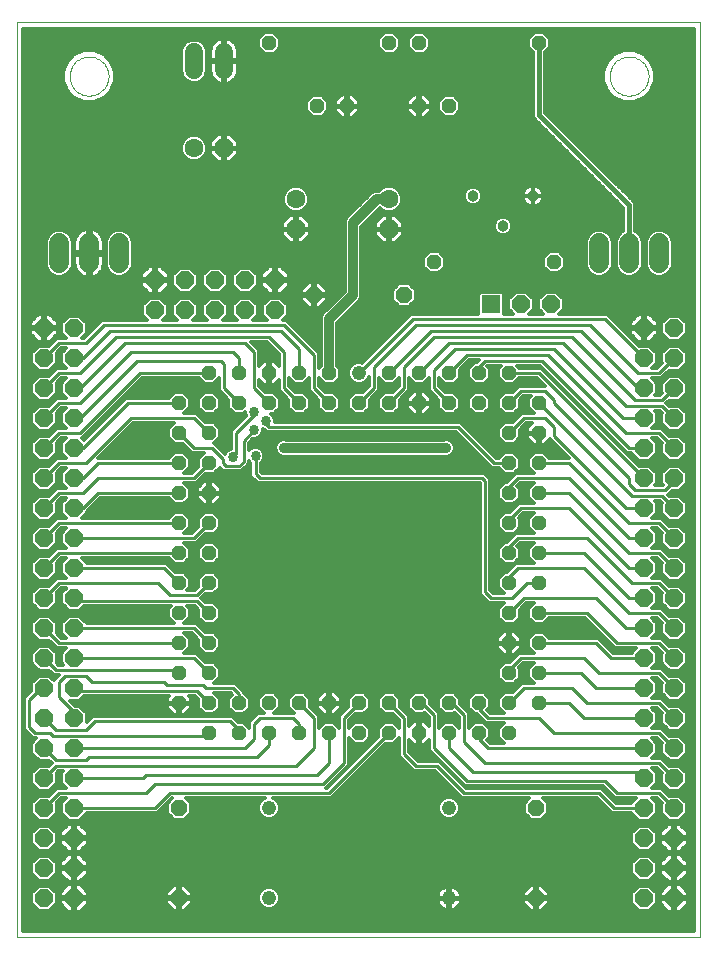
<source format=gtl>
G75*
%MOIN*%
%OFA0B0*%
%FSLAX24Y24*%
%IPPOS*%
%LPD*%
%AMOC8*
5,1,8,0,0,1.08239X$1,22.5*
%
%ADD10C,0.0000*%
%ADD11C,0.0480*%
%ADD12OC8,0.0480*%
%ADD13C,0.0660*%
%ADD14OC8,0.0600*%
%ADD15C,0.0600*%
%ADD16OC8,0.0630*%
%ADD17C,0.0630*%
%ADD18OC8,0.0540*%
%ADD19R,0.0600X0.0600*%
%ADD20C,0.0380*%
%ADD21C,0.0100*%
%ADD22C,0.0337*%
%ADD23C,0.0120*%
%ADD24C,0.0320*%
%ADD25C,0.0160*%
D10*
X000660Y000560D02*
X000660Y031056D01*
X023430Y031056D01*
X023430Y000560D01*
X000660Y000560D01*
X002410Y029260D02*
X002412Y029310D01*
X002418Y029360D01*
X002428Y029410D01*
X002441Y029458D01*
X002458Y029506D01*
X002479Y029552D01*
X002503Y029596D01*
X002531Y029638D01*
X002562Y029678D01*
X002596Y029715D01*
X002633Y029750D01*
X002672Y029781D01*
X002713Y029810D01*
X002757Y029835D01*
X002803Y029857D01*
X002850Y029875D01*
X002898Y029889D01*
X002947Y029900D01*
X002997Y029907D01*
X003047Y029910D01*
X003098Y029909D01*
X003148Y029904D01*
X003198Y029895D01*
X003246Y029883D01*
X003294Y029866D01*
X003340Y029846D01*
X003385Y029823D01*
X003428Y029796D01*
X003468Y029766D01*
X003506Y029733D01*
X003541Y029697D01*
X003574Y029658D01*
X003603Y029617D01*
X003629Y029574D01*
X003652Y029529D01*
X003671Y029482D01*
X003686Y029434D01*
X003698Y029385D01*
X003706Y029335D01*
X003710Y029285D01*
X003710Y029235D01*
X003706Y029185D01*
X003698Y029135D01*
X003686Y029086D01*
X003671Y029038D01*
X003652Y028991D01*
X003629Y028946D01*
X003603Y028903D01*
X003574Y028862D01*
X003541Y028823D01*
X003506Y028787D01*
X003468Y028754D01*
X003428Y028724D01*
X003385Y028697D01*
X003340Y028674D01*
X003294Y028654D01*
X003246Y028637D01*
X003198Y028625D01*
X003148Y028616D01*
X003098Y028611D01*
X003047Y028610D01*
X002997Y028613D01*
X002947Y028620D01*
X002898Y028631D01*
X002850Y028645D01*
X002803Y028663D01*
X002757Y028685D01*
X002713Y028710D01*
X002672Y028739D01*
X002633Y028770D01*
X002596Y028805D01*
X002562Y028842D01*
X002531Y028882D01*
X002503Y028924D01*
X002479Y028968D01*
X002458Y029014D01*
X002441Y029062D01*
X002428Y029110D01*
X002418Y029160D01*
X002412Y029210D01*
X002410Y029260D01*
X020410Y029260D02*
X020412Y029310D01*
X020418Y029360D01*
X020428Y029410D01*
X020441Y029458D01*
X020458Y029506D01*
X020479Y029552D01*
X020503Y029596D01*
X020531Y029638D01*
X020562Y029678D01*
X020596Y029715D01*
X020633Y029750D01*
X020672Y029781D01*
X020713Y029810D01*
X020757Y029835D01*
X020803Y029857D01*
X020850Y029875D01*
X020898Y029889D01*
X020947Y029900D01*
X020997Y029907D01*
X021047Y029910D01*
X021098Y029909D01*
X021148Y029904D01*
X021198Y029895D01*
X021246Y029883D01*
X021294Y029866D01*
X021340Y029846D01*
X021385Y029823D01*
X021428Y029796D01*
X021468Y029766D01*
X021506Y029733D01*
X021541Y029697D01*
X021574Y029658D01*
X021603Y029617D01*
X021629Y029574D01*
X021652Y029529D01*
X021671Y029482D01*
X021686Y029434D01*
X021698Y029385D01*
X021706Y029335D01*
X021710Y029285D01*
X021710Y029235D01*
X021706Y029185D01*
X021698Y029135D01*
X021686Y029086D01*
X021671Y029038D01*
X021652Y028991D01*
X021629Y028946D01*
X021603Y028903D01*
X021574Y028862D01*
X021541Y028823D01*
X021506Y028787D01*
X021468Y028754D01*
X021428Y028724D01*
X021385Y028697D01*
X021340Y028674D01*
X021294Y028654D01*
X021246Y028637D01*
X021198Y028625D01*
X021148Y028616D01*
X021098Y028611D01*
X021047Y028610D01*
X020997Y028613D01*
X020947Y028620D01*
X020898Y028631D01*
X020850Y028645D01*
X020803Y028663D01*
X020757Y028685D01*
X020713Y028710D01*
X020672Y028739D01*
X020633Y028770D01*
X020596Y028805D01*
X020562Y028842D01*
X020531Y028882D01*
X020503Y028924D01*
X020479Y028968D01*
X020458Y029014D01*
X020441Y029062D01*
X020428Y029110D01*
X020418Y029160D01*
X020412Y029210D01*
X020410Y029260D01*
D11*
X012060Y019360D03*
X009060Y004860D03*
X009060Y001860D03*
X015060Y001860D03*
X015060Y004860D03*
D12*
X015060Y007360D03*
X015060Y008360D03*
X014060Y008360D03*
X014060Y007360D03*
X013060Y007360D03*
X013060Y008360D03*
X012060Y008360D03*
X012060Y007360D03*
X011060Y007360D03*
X011060Y008360D03*
X010060Y008360D03*
X010060Y007360D03*
X009060Y007360D03*
X009060Y008360D03*
X008060Y008360D03*
X008060Y007360D03*
X007060Y007360D03*
X007060Y008360D03*
X007060Y009360D03*
X007060Y010360D03*
X007060Y011360D03*
X007060Y012360D03*
X007060Y013360D03*
X007060Y014360D03*
X007060Y015360D03*
X007060Y016360D03*
X007060Y017360D03*
X007060Y018360D03*
X007060Y019360D03*
X008060Y019360D03*
X008060Y018360D03*
X009060Y018360D03*
X009060Y019360D03*
X010060Y019360D03*
X010060Y018360D03*
X011060Y018360D03*
X011060Y019360D03*
X012060Y018360D03*
X013060Y018360D03*
X013060Y019360D03*
X014060Y019360D03*
X014060Y018360D03*
X015060Y018360D03*
X015060Y019360D03*
X016060Y019360D03*
X016060Y018360D03*
X017060Y018360D03*
X017060Y019360D03*
X018060Y018360D03*
X018060Y017360D03*
X018060Y016360D03*
X018060Y015360D03*
X018060Y014360D03*
X018060Y013360D03*
X018060Y012360D03*
X018060Y011360D03*
X018060Y010360D03*
X018060Y009360D03*
X018060Y008360D03*
X017060Y008360D03*
X017060Y007360D03*
X016060Y007360D03*
X016060Y008360D03*
X017060Y009360D03*
X017060Y010360D03*
X017060Y011360D03*
X017060Y012360D03*
X017060Y013360D03*
X017060Y014360D03*
X017060Y015360D03*
X017060Y016360D03*
X017060Y017360D03*
X018560Y023060D03*
X014560Y023060D03*
X014060Y028260D03*
X015060Y028260D03*
X014060Y030360D03*
X013060Y030360D03*
X011660Y028260D03*
X010660Y028260D03*
X009060Y030360D03*
X018060Y030360D03*
X006060Y018360D03*
X006060Y017360D03*
X006060Y016360D03*
X006060Y015360D03*
X006060Y014360D03*
X006060Y013360D03*
X006060Y012360D03*
X006060Y011360D03*
X006060Y010360D03*
X006060Y009360D03*
X006060Y008360D03*
D13*
X004060Y023030D02*
X004060Y023690D01*
X003060Y023690D02*
X003060Y023030D01*
X002060Y023030D02*
X002060Y023690D01*
X020060Y023690D02*
X020060Y023030D01*
X021060Y023030D02*
X021060Y023690D01*
X022060Y023690D02*
X022060Y023030D01*
D14*
X021560Y020860D03*
X021560Y019860D03*
X021560Y018860D03*
X021560Y017860D03*
X021560Y016860D03*
X021560Y015860D03*
X021560Y014860D03*
X021560Y013860D03*
X021560Y012860D03*
X021560Y011860D03*
X021560Y010860D03*
X021560Y009860D03*
X021560Y008860D03*
X021560Y007860D03*
X021560Y006860D03*
X021560Y005860D03*
X021560Y004860D03*
X021560Y003860D03*
X021560Y002860D03*
X021560Y001860D03*
X022560Y001860D03*
X022560Y002860D03*
X022560Y003860D03*
X022560Y004860D03*
X022560Y005860D03*
X022560Y006860D03*
X022560Y007860D03*
X022560Y008860D03*
X022560Y009860D03*
X022560Y010860D03*
X022560Y011860D03*
X022560Y012860D03*
X022560Y013860D03*
X022560Y014860D03*
X022560Y015860D03*
X022560Y016860D03*
X022560Y017860D03*
X022560Y018860D03*
X022560Y019860D03*
X022560Y020860D03*
X018460Y021660D03*
X017460Y021660D03*
X009260Y021460D03*
X009260Y022460D03*
X008260Y022460D03*
X008260Y021460D03*
X007260Y021460D03*
X007260Y022460D03*
X006260Y022460D03*
X006260Y021460D03*
X005260Y021460D03*
X005260Y022460D03*
X002560Y020860D03*
X002560Y019860D03*
X002560Y018860D03*
X002560Y017860D03*
X002560Y016860D03*
X002560Y015860D03*
X002560Y014860D03*
X002560Y013860D03*
X002560Y012860D03*
X002560Y011860D03*
X002560Y010860D03*
X002560Y009860D03*
X002560Y008860D03*
X002560Y007860D03*
X002560Y006860D03*
X002560Y005860D03*
X002560Y004860D03*
X002560Y003860D03*
X002560Y002860D03*
X002560Y001860D03*
X001560Y001860D03*
X001560Y002860D03*
X001560Y003860D03*
X001560Y004860D03*
X001560Y005860D03*
X001560Y006860D03*
X001560Y007860D03*
X001560Y008860D03*
X001560Y009860D03*
X001560Y010860D03*
X001560Y011860D03*
X001560Y012860D03*
X001560Y013860D03*
X001560Y014860D03*
X001560Y015860D03*
X001560Y016860D03*
X001560Y017860D03*
X001560Y018860D03*
X001560Y019860D03*
X001560Y020860D03*
D15*
X006560Y029460D02*
X006560Y030060D01*
X007560Y030060D02*
X007560Y029460D01*
D16*
X007560Y026860D03*
X009960Y024160D03*
X013060Y024160D03*
D17*
X013060Y025160D03*
X009960Y025160D03*
X006560Y026860D03*
D18*
X010560Y021960D03*
X013560Y021960D03*
X017960Y004860D03*
X017960Y001860D03*
X006060Y001860D03*
X006060Y004860D03*
D19*
X016460Y021660D03*
D20*
X016860Y024260D03*
X015860Y025260D03*
X017860Y025260D03*
D21*
X019760Y020960D02*
X013960Y020960D01*
X012560Y019560D01*
X012560Y018860D01*
X012060Y018360D01*
X012060Y019360D02*
X013860Y021160D01*
X020260Y021160D01*
X021560Y019860D01*
X021360Y019360D02*
X022060Y019360D01*
X022560Y019860D01*
X022560Y018860D02*
X022160Y018460D01*
X021260Y018460D01*
X019160Y020560D01*
X014560Y020560D01*
X013560Y019560D01*
X013560Y018860D01*
X013060Y018360D01*
X013060Y019360D02*
X014460Y020760D01*
X019460Y020760D01*
X021360Y018860D01*
X021560Y018860D01*
X021360Y019360D02*
X019760Y020960D01*
X018860Y020360D02*
X015060Y020360D01*
X014060Y019360D01*
X014560Y019460D02*
X014560Y018860D01*
X015060Y018360D01*
X015360Y017560D02*
X009060Y017560D01*
X008960Y017660D01*
X008960Y017760D01*
X008560Y017960D02*
X008560Y018060D01*
X008560Y017960D02*
X007960Y017360D01*
X007960Y016660D01*
X007860Y016560D01*
X007510Y016510D02*
X007510Y016360D01*
X007610Y016260D01*
X008060Y016260D01*
X008210Y016410D01*
X008210Y017110D01*
X008560Y017460D01*
X008610Y016610D02*
X008610Y016010D01*
X008760Y015860D01*
X016160Y015860D01*
X016260Y015760D01*
X016260Y012060D01*
X016460Y011860D01*
X017160Y011860D01*
X017660Y012360D01*
X018060Y012360D01*
X017560Y011860D02*
X019960Y011860D01*
X020960Y010860D01*
X021560Y010860D01*
X022060Y010360D02*
X022560Y009860D01*
X022060Y009360D02*
X020060Y009360D01*
X019560Y009860D01*
X017460Y009860D01*
X017060Y009460D01*
X017060Y009360D01*
X017560Y008860D02*
X017060Y008360D01*
X017560Y008860D02*
X019160Y008860D01*
X019660Y008360D01*
X022060Y008360D01*
X022560Y007860D01*
X022060Y007360D02*
X018560Y007360D01*
X018060Y007860D01*
X016360Y007860D01*
X016060Y008160D01*
X016060Y008360D01*
X015560Y007960D02*
X015160Y008360D01*
X015060Y008360D01*
X014560Y007960D02*
X014160Y008360D01*
X014060Y008360D01*
X014560Y007960D02*
X014560Y006860D01*
X015660Y005760D01*
X020260Y005760D01*
X020660Y005360D01*
X022060Y005360D01*
X022560Y004860D01*
X022560Y005860D02*
X022060Y006360D01*
X016260Y006360D01*
X015560Y007060D01*
X015560Y007960D01*
X015060Y007360D02*
X015060Y006860D01*
X015860Y006060D01*
X021360Y006060D01*
X021560Y005860D01*
X021560Y004860D02*
X020560Y004860D01*
X020060Y005360D01*
X015560Y005360D01*
X014660Y006260D01*
X013960Y006260D01*
X013560Y006660D01*
X013560Y007860D01*
X013060Y008360D01*
X013060Y007360D02*
X011060Y005360D01*
X005760Y005360D01*
X005260Y004860D01*
X002560Y004860D01*
X002060Y005360D02*
X004960Y005360D01*
X005260Y005660D01*
X010860Y005660D01*
X011560Y006360D01*
X011560Y007860D01*
X012060Y008360D01*
X011060Y007360D02*
X011060Y006360D01*
X010660Y005960D01*
X004960Y005960D01*
X004860Y005860D01*
X002560Y005860D01*
X002060Y005360D02*
X001560Y004860D01*
X001560Y005860D02*
X001960Y006260D01*
X009960Y006260D01*
X010560Y006860D01*
X010560Y007860D01*
X010060Y008360D01*
X009860Y007860D02*
X010060Y007660D01*
X010060Y007360D01*
X009860Y007860D02*
X008760Y007860D01*
X008560Y007660D01*
X008560Y007160D01*
X008260Y006860D01*
X002560Y006860D01*
X002960Y006460D02*
X001960Y006460D01*
X001560Y006860D01*
X001860Y007260D02*
X001760Y007360D01*
X001260Y007360D01*
X001060Y007560D01*
X001060Y008460D01*
X001460Y008860D01*
X001560Y008860D01*
X002060Y009060D02*
X002060Y008560D01*
X002560Y008060D01*
X002560Y007860D01*
X002960Y007460D02*
X001960Y007460D01*
X001560Y007860D01*
X001860Y007260D02*
X006960Y007260D01*
X007060Y007360D01*
X007760Y007760D02*
X008060Y007460D01*
X008060Y007360D01*
X007760Y007760D02*
X003260Y007760D01*
X002960Y007460D01*
X003060Y006560D02*
X008660Y006560D01*
X009060Y006960D01*
X009060Y007360D01*
X008060Y008360D02*
X008060Y008660D01*
X007860Y008860D01*
X006960Y008860D01*
X006860Y008960D01*
X005660Y008960D01*
X005560Y009060D01*
X003160Y009060D01*
X002960Y009260D01*
X002260Y009260D01*
X002060Y009060D01*
X001960Y009460D02*
X001560Y009860D01*
X001960Y009460D02*
X005960Y009460D01*
X006060Y009360D01*
X006560Y009860D02*
X002560Y009860D01*
X002060Y010360D02*
X001560Y010860D01*
X002060Y010360D02*
X006060Y010360D01*
X006560Y010860D02*
X002560Y010860D01*
X002660Y011760D02*
X002560Y011860D01*
X002660Y011760D02*
X006660Y011760D01*
X007060Y011360D01*
X006560Y010860D02*
X007060Y010360D01*
X006560Y009860D02*
X007060Y009360D01*
X006660Y008760D02*
X002660Y008760D01*
X002560Y008860D01*
X003060Y006560D02*
X002960Y006460D01*
X006660Y008760D02*
X007060Y008360D01*
X006660Y011960D02*
X005760Y011960D01*
X005360Y012360D01*
X002060Y012360D01*
X001560Y011860D01*
X001560Y012860D02*
X002060Y013360D01*
X006060Y013360D01*
X005560Y012860D02*
X006060Y012360D01*
X005560Y012860D02*
X002560Y012860D01*
X002560Y013860D02*
X006560Y013860D01*
X007060Y014360D01*
X006060Y014360D02*
X002060Y014360D01*
X001560Y013860D01*
X001560Y014860D02*
X002060Y015360D01*
X002860Y015360D01*
X003360Y015860D01*
X006560Y015860D01*
X007060Y016360D01*
X007510Y016510D02*
X007160Y016860D01*
X006560Y016860D01*
X006060Y017360D01*
X006560Y017860D02*
X004460Y017860D01*
X002960Y016360D01*
X002060Y016360D01*
X001560Y015860D01*
X001560Y016860D02*
X002060Y017360D01*
X002760Y017360D01*
X004760Y019360D01*
X007060Y019360D01*
X007460Y019760D02*
X007560Y019660D01*
X007560Y018860D01*
X008060Y018360D01*
X008560Y018860D02*
X009060Y018360D01*
X008560Y018860D02*
X008560Y020060D01*
X008260Y020360D01*
X004260Y020360D01*
X002760Y018860D01*
X002560Y018860D01*
X002760Y018360D02*
X004460Y020060D01*
X007860Y020060D01*
X008060Y019860D01*
X008060Y019360D01*
X007460Y019760D02*
X004660Y019760D01*
X002760Y017860D01*
X002560Y017860D01*
X002760Y018360D02*
X002060Y018360D01*
X001560Y017860D01*
X001560Y018860D02*
X002060Y019360D01*
X002760Y019360D01*
X003960Y020560D01*
X009060Y020560D01*
X009560Y020060D01*
X009560Y018860D01*
X010060Y018360D01*
X010560Y018860D02*
X010560Y019960D01*
X009560Y020960D01*
X003560Y020960D01*
X002960Y020360D01*
X002060Y020360D01*
X001560Y019860D01*
X002560Y019860D02*
X002860Y019860D01*
X003760Y020760D01*
X009460Y020760D01*
X010060Y020160D01*
X010060Y019360D01*
X010560Y018860D02*
X011060Y018360D01*
X014560Y019460D02*
X015260Y020160D01*
X018560Y020160D01*
X020860Y017860D01*
X021560Y017860D01*
X022060Y017360D02*
X020960Y017360D01*
X018360Y019960D01*
X015660Y019960D01*
X015060Y019360D01*
X016060Y019360D02*
X016060Y019560D01*
X016260Y019760D01*
X018160Y019760D01*
X021060Y016860D01*
X021560Y016860D01*
X022060Y017360D02*
X022560Y016860D01*
X022560Y015860D02*
X022560Y015760D01*
X022260Y015460D01*
X021260Y015460D01*
X021060Y015660D01*
X021060Y015860D01*
X018560Y018360D01*
X018560Y018460D01*
X018260Y018760D01*
X017460Y018760D01*
X017060Y018360D01*
X017560Y017860D02*
X018260Y017860D01*
X018560Y017560D01*
X018560Y017260D01*
X020960Y014860D01*
X021560Y014860D01*
X021160Y015260D02*
X018060Y018360D01*
X017560Y017860D02*
X017060Y017360D01*
X017060Y016360D02*
X016560Y016360D01*
X015360Y017560D01*
X017060Y019360D02*
X018060Y019360D01*
X021560Y015860D01*
X021160Y015260D02*
X022160Y015260D01*
X022560Y014860D01*
X022060Y014360D02*
X021060Y014360D01*
X019060Y016360D01*
X018060Y016360D01*
X017360Y015860D02*
X017060Y015560D01*
X017060Y015360D01*
X017360Y015860D02*
X019060Y015860D01*
X021060Y013860D01*
X021560Y013860D01*
X022060Y014360D02*
X022560Y013860D01*
X022060Y013360D02*
X021060Y013360D01*
X019060Y015360D01*
X018060Y015360D01*
X017460Y014860D02*
X017060Y014460D01*
X017060Y014360D01*
X017460Y014860D02*
X019060Y014860D01*
X021060Y012860D01*
X021560Y012860D01*
X021160Y012360D02*
X019660Y013860D01*
X017360Y013860D01*
X017060Y013560D01*
X017060Y013360D01*
X017360Y012860D02*
X017060Y012560D01*
X017060Y012360D01*
X017360Y012860D02*
X019560Y012860D01*
X021060Y011360D01*
X022060Y011360D01*
X022560Y010860D01*
X022060Y010360D02*
X020660Y010360D01*
X019660Y011360D01*
X018060Y011360D01*
X017560Y011860D02*
X017060Y011360D01*
X018060Y010360D02*
X019960Y010360D01*
X020460Y009860D01*
X021560Y009860D01*
X022060Y009360D02*
X022560Y008860D01*
X021560Y008860D02*
X019960Y008860D01*
X019460Y009360D01*
X018060Y009360D01*
X018060Y008360D02*
X019060Y008360D01*
X019560Y007860D01*
X021560Y007860D01*
X022060Y007360D02*
X022560Y006860D01*
X021560Y006860D02*
X016360Y006860D01*
X016060Y007160D01*
X016060Y007360D01*
X018060Y013360D02*
X019560Y013360D01*
X021060Y011860D01*
X021560Y011860D01*
X021160Y012360D02*
X022060Y012360D01*
X022560Y011860D01*
X022560Y012860D02*
X022060Y013360D01*
X022560Y017860D02*
X022160Y018260D01*
X020960Y018260D01*
X018860Y020360D01*
X007060Y017360D02*
X006560Y017860D01*
X006060Y018360D02*
X004360Y018360D01*
X002860Y016860D01*
X002560Y016860D01*
X003360Y016360D02*
X002860Y015860D01*
X002560Y015860D01*
X003360Y015360D02*
X002860Y014860D01*
X002560Y014860D01*
X003360Y015360D02*
X006060Y015360D01*
X006060Y016360D02*
X003360Y016360D01*
X007060Y012360D02*
X006660Y011960D01*
D22*
X008160Y009960D03*
X010560Y011860D03*
X012260Y009960D03*
X015460Y009060D03*
X013460Y014860D03*
X013960Y016260D03*
X014960Y016860D03*
X015960Y016360D03*
X012060Y016260D03*
X010460Y014860D03*
X010260Y016260D03*
X009560Y016860D03*
X008960Y017760D03*
X008560Y017460D03*
X008560Y018060D03*
X008610Y016610D03*
X007860Y016560D03*
X005160Y017160D03*
X005260Y018860D03*
X001060Y018360D03*
X001060Y009360D03*
X010360Y004060D03*
X010360Y002560D03*
X010560Y017960D03*
X023060Y018360D03*
X023060Y008360D03*
D23*
X023220Y008381D02*
X022279Y008381D01*
X022230Y008430D02*
X022130Y008530D01*
X021824Y008530D01*
X021980Y008686D01*
X021980Y009034D01*
X021824Y009190D01*
X021990Y009190D01*
X022143Y009037D01*
X022140Y009034D01*
X022140Y008686D01*
X022386Y008440D01*
X022734Y008440D01*
X022980Y008686D01*
X022980Y009034D01*
X022734Y009280D01*
X022386Y009280D01*
X022383Y009277D01*
X022230Y009430D01*
X022130Y009530D01*
X021824Y009530D01*
X021980Y009686D01*
X021980Y010034D01*
X021824Y010190D01*
X021990Y010190D01*
X022143Y010037D01*
X022140Y010034D01*
X022140Y009686D01*
X022386Y009440D01*
X022734Y009440D01*
X022980Y009686D01*
X022980Y010034D01*
X022734Y010280D01*
X022386Y010280D01*
X022383Y010277D01*
X022130Y010530D01*
X021824Y010530D01*
X021980Y010686D01*
X021980Y011034D01*
X021824Y011190D01*
X021990Y011190D01*
X022143Y011037D01*
X022140Y011034D01*
X022140Y010686D01*
X022386Y010440D01*
X022734Y010440D01*
X022980Y010686D01*
X022980Y011034D01*
X022734Y011280D01*
X022386Y011280D01*
X022383Y011277D01*
X022230Y011430D01*
X022130Y011530D01*
X021824Y011530D01*
X021980Y011686D01*
X021980Y012034D01*
X021824Y012190D01*
X021990Y012190D01*
X022143Y012037D01*
X022140Y012034D01*
X022140Y011686D01*
X022386Y011440D01*
X022734Y011440D01*
X022980Y011686D01*
X022980Y012034D01*
X022734Y012280D01*
X022386Y012280D01*
X022383Y012277D01*
X022230Y012430D01*
X022130Y012530D01*
X021824Y012530D01*
X021980Y012686D01*
X021980Y013034D01*
X021824Y013190D01*
X021990Y013190D01*
X022143Y013037D01*
X022140Y013034D01*
X022140Y012686D01*
X022386Y012440D01*
X022734Y012440D01*
X022980Y012686D01*
X022980Y013034D01*
X022734Y013280D01*
X022386Y013280D01*
X022383Y013277D01*
X022230Y013430D01*
X022130Y013530D01*
X021824Y013530D01*
X021980Y013686D01*
X021980Y014034D01*
X021824Y014190D01*
X021990Y014190D01*
X022143Y014037D01*
X022140Y014034D01*
X022140Y013686D01*
X022386Y013440D01*
X022734Y013440D01*
X022980Y013686D01*
X022980Y014034D01*
X022734Y014280D01*
X022386Y014280D01*
X022383Y014277D01*
X022230Y014430D01*
X022130Y014530D01*
X021824Y014530D01*
X021980Y014686D01*
X021980Y015034D01*
X021924Y015090D01*
X022090Y015090D01*
X022143Y015037D01*
X022140Y015034D01*
X022140Y014686D01*
X022386Y014440D01*
X022734Y014440D01*
X022980Y014686D01*
X022980Y015034D01*
X022734Y015280D01*
X022386Y015280D01*
X022383Y015277D01*
X022350Y015310D01*
X022480Y015440D01*
X022734Y015440D01*
X022980Y015686D01*
X022980Y016034D01*
X022734Y016280D01*
X022386Y016280D01*
X022140Y016034D01*
X022140Y015686D01*
X022193Y015633D01*
X022190Y015630D01*
X021924Y015630D01*
X021980Y015686D01*
X021980Y016034D01*
X021734Y016280D01*
X021386Y016280D01*
X021383Y016277D01*
X018230Y019430D01*
X018130Y019530D01*
X017399Y019530D01*
X017339Y019590D01*
X018090Y019590D01*
X020990Y016690D01*
X021140Y016690D01*
X021140Y016686D01*
X021386Y016440D01*
X021734Y016440D01*
X021980Y016686D01*
X021980Y017034D01*
X021824Y017190D01*
X021990Y017190D01*
X022143Y017037D01*
X022140Y017034D01*
X022140Y016686D01*
X022386Y016440D01*
X022734Y016440D01*
X022980Y016686D01*
X022980Y017034D01*
X022734Y017280D01*
X022386Y017280D01*
X022383Y017277D01*
X022230Y017430D01*
X022130Y017530D01*
X021824Y017530D01*
X021980Y017686D01*
X021980Y018034D01*
X021924Y018090D01*
X022090Y018090D01*
X022143Y018037D01*
X022140Y018034D01*
X022140Y017686D01*
X022386Y017440D01*
X022734Y017440D01*
X022980Y017686D01*
X022980Y018034D01*
X022734Y018280D01*
X022386Y018280D01*
X022383Y018277D01*
X022300Y018360D01*
X022330Y018390D01*
X022383Y018443D01*
X022386Y018440D01*
X022734Y018440D01*
X022980Y018686D01*
X022980Y019034D01*
X022734Y019280D01*
X022386Y019280D01*
X022140Y019034D01*
X022140Y018686D01*
X022143Y018683D01*
X022090Y018630D01*
X021924Y018630D01*
X021980Y018686D01*
X021980Y019034D01*
X021824Y019190D01*
X022130Y019190D01*
X022383Y019443D01*
X022386Y019440D01*
X022734Y019440D01*
X022980Y019686D01*
X022980Y020034D01*
X022734Y020280D01*
X022386Y020280D01*
X022140Y020034D01*
X022140Y019686D01*
X022143Y019683D01*
X021990Y019530D01*
X021824Y019530D01*
X021980Y019686D01*
X021980Y020034D01*
X021734Y020280D01*
X021386Y020280D01*
X021383Y020277D01*
X020430Y021230D01*
X020330Y021330D01*
X018724Y021330D01*
X018880Y021486D01*
X018880Y021834D01*
X018634Y022080D01*
X018286Y022080D01*
X018040Y021834D01*
X018040Y021486D01*
X018196Y021330D01*
X017724Y021330D01*
X017880Y021486D01*
X017880Y021834D01*
X017634Y022080D01*
X017286Y022080D01*
X017040Y021834D01*
X017040Y021486D01*
X017196Y021330D01*
X016880Y021330D01*
X016880Y022010D01*
X016810Y022080D01*
X016110Y022080D01*
X016040Y022010D01*
X016040Y021330D01*
X013790Y021330D01*
X013690Y021230D01*
X012166Y019706D01*
X012132Y019720D01*
X011988Y019720D01*
X011856Y019665D01*
X011755Y019564D01*
X011700Y019432D01*
X011700Y019288D01*
X011755Y019156D01*
X011856Y019055D01*
X011988Y019000D01*
X012132Y019000D01*
X012264Y019055D01*
X012365Y019156D01*
X012390Y019216D01*
X012390Y018930D01*
X012180Y018720D01*
X011911Y018720D01*
X011700Y018509D01*
X011700Y018211D01*
X011911Y018000D01*
X012209Y018000D01*
X012420Y018211D01*
X012420Y018480D01*
X012630Y018690D01*
X012730Y018790D01*
X012730Y019181D01*
X012911Y019000D01*
X013209Y019000D01*
X013390Y019181D01*
X013390Y018930D01*
X013180Y018720D01*
X012911Y018720D01*
X012700Y018509D01*
X012700Y018211D01*
X012911Y018000D01*
X013209Y018000D01*
X013420Y018211D01*
X013420Y018480D01*
X013630Y018690D01*
X013730Y018790D01*
X013730Y019181D01*
X013911Y019000D01*
X014209Y019000D01*
X014390Y019181D01*
X014390Y018790D01*
X014490Y018690D01*
X014700Y018480D01*
X014700Y018211D01*
X014911Y018000D01*
X015209Y018000D01*
X015420Y018211D01*
X015420Y018509D01*
X015209Y018720D01*
X014940Y018720D01*
X014730Y018930D01*
X014730Y019181D01*
X014911Y019000D01*
X015209Y019000D01*
X015420Y019211D01*
X015420Y019480D01*
X015730Y019790D01*
X016050Y019790D01*
X015990Y019730D01*
X015980Y019720D01*
X015911Y019720D01*
X015700Y019509D01*
X015700Y019211D01*
X015911Y019000D01*
X016209Y019000D01*
X016420Y019211D01*
X016420Y019509D01*
X016339Y019590D01*
X016781Y019590D01*
X016700Y019509D01*
X016700Y019211D01*
X016911Y019000D01*
X017209Y019000D01*
X017399Y019190D01*
X017990Y019190D01*
X018250Y018930D01*
X017390Y018930D01*
X017290Y018830D01*
X017180Y018720D01*
X016911Y018720D01*
X016700Y018509D01*
X016700Y018211D01*
X016911Y018000D01*
X017209Y018000D01*
X017420Y018211D01*
X017420Y018480D01*
X017530Y018590D01*
X017781Y018590D01*
X017700Y018509D01*
X017700Y018211D01*
X017881Y018030D01*
X017490Y018030D01*
X017390Y017930D01*
X017180Y017720D01*
X016911Y017720D01*
X016700Y017509D01*
X016700Y017211D01*
X016911Y017000D01*
X017209Y017000D01*
X017420Y017211D01*
X017420Y017480D01*
X017630Y017690D01*
X017824Y017690D01*
X017660Y017526D01*
X017660Y017380D01*
X018040Y017380D01*
X018040Y017340D01*
X018080Y017340D01*
X018080Y016960D01*
X018226Y016960D01*
X018423Y017157D01*
X018490Y017090D01*
X019050Y016530D01*
X018399Y016530D01*
X018209Y016720D01*
X017911Y016720D01*
X017700Y016509D01*
X017700Y016211D01*
X017881Y016030D01*
X017290Y016030D01*
X016990Y015730D01*
X016980Y015720D01*
X016911Y015720D01*
X016700Y015509D01*
X016700Y015211D01*
X016911Y015000D01*
X017209Y015000D01*
X017420Y015211D01*
X017420Y015509D01*
X017335Y015594D01*
X017430Y015690D01*
X017881Y015690D01*
X017700Y015509D01*
X017700Y015211D01*
X017881Y015030D01*
X017390Y015030D01*
X017080Y014720D01*
X016911Y014720D01*
X016700Y014509D01*
X016700Y014211D01*
X016911Y014000D01*
X017209Y014000D01*
X017420Y014211D01*
X017420Y014509D01*
X017385Y014544D01*
X017530Y014690D01*
X017881Y014690D01*
X017700Y014509D01*
X017700Y014211D01*
X017881Y014030D01*
X017290Y014030D01*
X016990Y013730D01*
X016980Y013720D01*
X016911Y013720D01*
X016700Y013509D01*
X016700Y013211D01*
X016911Y013000D01*
X017209Y013000D01*
X017420Y013211D01*
X017420Y013509D01*
X017335Y013594D01*
X017430Y013690D01*
X017881Y013690D01*
X017700Y013509D01*
X017700Y013211D01*
X017881Y013030D01*
X017290Y013030D01*
X016990Y012730D01*
X016980Y012720D01*
X016911Y012720D01*
X016700Y012509D01*
X016700Y012211D01*
X016881Y012030D01*
X016530Y012030D01*
X016430Y012130D01*
X016430Y015830D01*
X016330Y015930D01*
X016230Y016030D01*
X008830Y016030D01*
X008780Y016080D01*
X008780Y016372D01*
X008855Y016447D01*
X008898Y016553D01*
X008898Y016667D01*
X008855Y016773D01*
X008773Y016855D01*
X008667Y016898D01*
X008553Y016898D01*
X008447Y016855D01*
X008380Y016788D01*
X008380Y017040D01*
X008512Y017172D01*
X008617Y017172D01*
X008723Y017215D01*
X008805Y017297D01*
X008848Y017403D01*
X008848Y017494D01*
X008903Y017472D01*
X008908Y017472D01*
X008990Y017390D01*
X015290Y017390D01*
X016490Y016190D01*
X016721Y016190D01*
X016911Y016000D01*
X017209Y016000D01*
X017420Y016211D01*
X017420Y016509D01*
X017209Y016720D01*
X016911Y016720D01*
X016721Y016530D01*
X016630Y016530D01*
X015530Y017630D01*
X015430Y017730D01*
X009248Y017730D01*
X009248Y017817D01*
X009205Y017923D01*
X009128Y018000D01*
X009209Y018000D01*
X009420Y018211D01*
X009420Y018509D01*
X009209Y018720D01*
X008940Y018720D01*
X008730Y018930D01*
X008730Y019124D01*
X008894Y018960D01*
X009040Y018960D01*
X009040Y019340D01*
X009080Y019340D01*
X009080Y018960D01*
X009226Y018960D01*
X009390Y019124D01*
X009390Y018790D01*
X009490Y018690D01*
X009700Y018480D01*
X009700Y018211D01*
X009911Y018000D01*
X010209Y018000D01*
X010420Y018211D01*
X010420Y018509D01*
X010209Y018720D01*
X009940Y018720D01*
X009730Y018930D01*
X009730Y019181D01*
X009911Y019000D01*
X010209Y019000D01*
X010390Y019181D01*
X010390Y018790D01*
X010490Y018690D01*
X010700Y018480D01*
X010700Y018211D01*
X010911Y018000D01*
X011209Y018000D01*
X011420Y018211D01*
X011420Y018509D01*
X011209Y018720D01*
X010940Y018720D01*
X010730Y018930D01*
X010730Y019181D01*
X010911Y019000D01*
X011209Y019000D01*
X011420Y019211D01*
X011420Y019509D01*
X011340Y019589D01*
X011340Y021044D01*
X012019Y021723D01*
X012097Y021801D01*
X012140Y021904D01*
X012140Y024244D01*
X012750Y024854D01*
X012814Y024791D01*
X012973Y024725D01*
X013147Y024725D01*
X013306Y024791D01*
X013429Y024914D01*
X013495Y025073D01*
X013495Y025247D01*
X013429Y025406D01*
X013306Y025529D01*
X013147Y025595D01*
X012973Y025595D01*
X012814Y025529D01*
X012725Y025440D01*
X012604Y025440D01*
X012501Y025397D01*
X011623Y024519D01*
X011580Y024416D01*
X011580Y022076D01*
X010823Y021319D01*
X010780Y021216D01*
X010780Y019589D01*
X010730Y019539D01*
X010730Y020030D01*
X009730Y021030D01*
X009630Y021130D01*
X009524Y021130D01*
X009680Y021286D01*
X009680Y021634D01*
X009434Y021880D01*
X009086Y021880D01*
X008840Y021634D01*
X008840Y021286D01*
X008996Y021130D01*
X008524Y021130D01*
X008680Y021286D01*
X008680Y021634D01*
X008434Y021880D01*
X008086Y021880D01*
X007840Y021634D01*
X007840Y021286D01*
X007996Y021130D01*
X007524Y021130D01*
X007680Y021286D01*
X007680Y021634D01*
X007434Y021880D01*
X007086Y021880D01*
X006840Y021634D01*
X006840Y021286D01*
X006996Y021130D01*
X006524Y021130D01*
X006680Y021286D01*
X006680Y021634D01*
X006434Y021880D01*
X006086Y021880D01*
X005840Y021634D01*
X005840Y021286D01*
X005996Y021130D01*
X005524Y021130D01*
X005680Y021286D01*
X005680Y021634D01*
X005434Y021880D01*
X005086Y021880D01*
X004840Y021634D01*
X004840Y021286D01*
X004996Y021130D01*
X003490Y021130D01*
X002890Y020530D01*
X002824Y020530D01*
X002980Y020686D01*
X002980Y021034D01*
X002734Y021280D01*
X002386Y021280D01*
X002140Y021034D01*
X002140Y020686D01*
X002296Y020530D01*
X001990Y020530D01*
X001737Y020277D01*
X001734Y020280D01*
X001386Y020280D01*
X001140Y020034D01*
X001140Y019686D01*
X001386Y019440D01*
X001734Y019440D01*
X001980Y019686D01*
X001980Y020034D01*
X001977Y020037D01*
X002130Y020190D01*
X002296Y020190D01*
X002140Y020034D01*
X002140Y019686D01*
X002296Y019530D01*
X001990Y019530D01*
X001737Y019277D01*
X001734Y019280D01*
X001386Y019280D01*
X001140Y019034D01*
X001140Y018686D01*
X001386Y018440D01*
X001734Y018440D01*
X001980Y018686D01*
X001980Y019034D01*
X001977Y019037D01*
X002130Y019190D01*
X002296Y019190D01*
X002140Y019034D01*
X002140Y018686D01*
X002296Y018530D01*
X001990Y018530D01*
X001737Y018277D01*
X001734Y018280D01*
X001386Y018280D01*
X001140Y018034D01*
X001140Y017686D01*
X001386Y017440D01*
X001734Y017440D01*
X001980Y017686D01*
X001980Y018034D01*
X001977Y018037D01*
X002130Y018190D01*
X002296Y018190D01*
X002140Y018034D01*
X002140Y017686D01*
X002296Y017530D01*
X001990Y017530D01*
X001737Y017277D01*
X001734Y017280D01*
X001386Y017280D01*
X001140Y017034D01*
X001140Y016686D01*
X001386Y016440D01*
X001734Y016440D01*
X001980Y016686D01*
X001980Y017034D01*
X001977Y017037D01*
X002130Y017190D01*
X002296Y017190D01*
X002140Y017034D01*
X002140Y016686D01*
X002296Y016530D01*
X001990Y016530D01*
X001890Y016430D01*
X001737Y016277D01*
X001734Y016280D01*
X001386Y016280D01*
X001140Y016034D01*
X001140Y015686D01*
X001386Y015440D01*
X001734Y015440D01*
X001980Y015686D01*
X001980Y016034D01*
X001977Y016037D01*
X002130Y016190D01*
X002296Y016190D01*
X002140Y016034D01*
X002140Y015686D01*
X002296Y015530D01*
X001990Y015530D01*
X001737Y015277D01*
X001734Y015280D01*
X001386Y015280D01*
X001140Y015034D01*
X001140Y014686D01*
X001386Y014440D01*
X001734Y014440D01*
X001980Y014686D01*
X001980Y015034D01*
X001977Y015037D01*
X002130Y015190D01*
X002296Y015190D01*
X002140Y015034D01*
X002140Y014686D01*
X002296Y014530D01*
X001990Y014530D01*
X001737Y014277D01*
X001734Y014280D01*
X001386Y014280D01*
X001140Y014034D01*
X001140Y013686D01*
X001386Y013440D01*
X001734Y013440D01*
X001980Y013686D01*
X001980Y014034D01*
X001977Y014037D01*
X002130Y014190D01*
X002296Y014190D01*
X002140Y014034D01*
X002140Y013686D01*
X002296Y013530D01*
X001990Y013530D01*
X001737Y013277D01*
X001734Y013280D01*
X001386Y013280D01*
X001140Y013034D01*
X001140Y012686D01*
X001386Y012440D01*
X001734Y012440D01*
X001980Y012686D01*
X001980Y013034D01*
X001977Y013037D01*
X002130Y013190D01*
X002296Y013190D01*
X002140Y013034D01*
X002140Y012686D01*
X002296Y012530D01*
X001990Y012530D01*
X001737Y012277D01*
X001734Y012280D01*
X001386Y012280D01*
X001140Y012034D01*
X001140Y011686D01*
X001386Y011440D01*
X001734Y011440D01*
X001980Y011686D01*
X001980Y012034D01*
X001977Y012037D01*
X002130Y012190D01*
X002296Y012190D01*
X002140Y012034D01*
X002140Y011686D01*
X002386Y011440D01*
X002734Y011440D01*
X002884Y011590D01*
X005781Y011590D01*
X005700Y011509D01*
X005700Y011211D01*
X005881Y011030D01*
X002980Y011030D01*
X002980Y011034D01*
X002734Y011280D01*
X002386Y011280D01*
X002140Y011034D01*
X002140Y010686D01*
X002296Y010530D01*
X002130Y010530D01*
X001977Y010683D01*
X001980Y010686D01*
X001980Y011034D01*
X001734Y011280D01*
X001386Y011280D01*
X001140Y011034D01*
X001140Y010686D01*
X001386Y010440D01*
X001734Y010440D01*
X001737Y010443D01*
X001990Y010190D01*
X002296Y010190D01*
X002140Y010034D01*
X002140Y009686D01*
X002196Y009630D01*
X002030Y009630D01*
X001977Y009683D01*
X001980Y009686D01*
X001980Y010034D01*
X001734Y010280D01*
X001386Y010280D01*
X001140Y010034D01*
X001140Y009686D01*
X001386Y009440D01*
X001734Y009440D01*
X001737Y009443D01*
X001890Y009290D01*
X002050Y009290D01*
X001990Y009230D01*
X001890Y009130D01*
X001890Y009124D01*
X001734Y009280D01*
X001386Y009280D01*
X001140Y009034D01*
X001140Y008780D01*
X000890Y008530D01*
X000890Y007490D01*
X000990Y007390D01*
X001190Y007190D01*
X001296Y007190D01*
X001140Y007034D01*
X001140Y006686D01*
X001386Y006440D01*
X001734Y006440D01*
X001737Y006443D01*
X001790Y006390D01*
X001790Y006390D01*
X001820Y006360D01*
X001790Y006330D01*
X001737Y006277D01*
X001734Y006280D01*
X001386Y006280D01*
X001140Y006034D01*
X001140Y005686D01*
X001386Y005440D01*
X001734Y005440D01*
X001980Y005686D01*
X001980Y006034D01*
X001977Y006037D01*
X002030Y006090D01*
X002196Y006090D01*
X002140Y006034D01*
X002140Y005686D01*
X002296Y005530D01*
X001990Y005530D01*
X001737Y005277D01*
X001734Y005280D01*
X001386Y005280D01*
X001140Y005034D01*
X001140Y004686D01*
X001386Y004440D01*
X001734Y004440D01*
X001980Y004686D01*
X001980Y005034D01*
X001977Y005037D01*
X002130Y005190D01*
X002296Y005190D01*
X002140Y005034D01*
X002140Y004686D01*
X002386Y004440D01*
X002734Y004440D01*
X002980Y004686D01*
X002980Y004690D01*
X005330Y004690D01*
X005430Y004790D01*
X005830Y005190D01*
X005838Y005190D01*
X005670Y005022D01*
X005670Y004698D01*
X005898Y004470D01*
X006222Y004470D01*
X006450Y004698D01*
X006450Y005022D01*
X006282Y005190D01*
X008916Y005190D01*
X008856Y005165D01*
X008755Y005064D01*
X008700Y004932D01*
X008700Y004788D01*
X008755Y004656D01*
X008856Y004555D01*
X008988Y004500D01*
X009132Y004500D01*
X009264Y004555D01*
X009365Y004656D01*
X009420Y004788D01*
X009420Y004932D01*
X009365Y005064D01*
X009264Y005165D01*
X009204Y005190D01*
X011130Y005190D01*
X011230Y005290D01*
X012940Y007000D01*
X013209Y007000D01*
X013390Y007181D01*
X013390Y006590D01*
X013490Y006490D01*
X013890Y006090D01*
X014590Y006090D01*
X015490Y005190D01*
X017738Y005190D01*
X017570Y005022D01*
X017570Y004698D01*
X017798Y004470D01*
X018122Y004470D01*
X018350Y004698D01*
X018350Y005022D01*
X018182Y005190D01*
X019990Y005190D01*
X020490Y004690D01*
X021140Y004690D01*
X021140Y004686D01*
X021386Y004440D01*
X021734Y004440D01*
X021980Y004686D01*
X021980Y005034D01*
X021824Y005190D01*
X021990Y005190D01*
X022143Y005037D01*
X022140Y005034D01*
X022140Y004686D01*
X022386Y004440D01*
X022734Y004440D01*
X022980Y004686D01*
X022980Y005034D01*
X022734Y005280D01*
X022386Y005280D01*
X022383Y005277D01*
X022230Y005430D01*
X022130Y005530D01*
X021824Y005530D01*
X021980Y005686D01*
X021980Y006034D01*
X021824Y006190D01*
X021990Y006190D01*
X022143Y006037D01*
X022140Y006034D01*
X022140Y005686D01*
X022386Y005440D01*
X022734Y005440D01*
X022980Y005686D01*
X022980Y006034D01*
X022734Y006280D01*
X022386Y006280D01*
X022383Y006277D01*
X022230Y006430D01*
X022130Y006530D01*
X021824Y006530D01*
X021980Y006686D01*
X021980Y007034D01*
X021824Y007190D01*
X021990Y007190D01*
X022143Y007037D01*
X022140Y007034D01*
X022140Y006686D01*
X022386Y006440D01*
X022734Y006440D01*
X022980Y006686D01*
X022980Y007034D01*
X022734Y007280D01*
X022386Y007280D01*
X022383Y007277D01*
X022230Y007430D01*
X022130Y007530D01*
X021824Y007530D01*
X021980Y007686D01*
X021980Y008034D01*
X021824Y008190D01*
X021990Y008190D01*
X022143Y008037D01*
X022140Y008034D01*
X022140Y007686D01*
X022386Y007440D01*
X022734Y007440D01*
X022980Y007686D01*
X022980Y008034D01*
X022734Y008280D01*
X022386Y008280D01*
X022383Y008277D01*
X022230Y008430D01*
X022161Y008500D02*
X022327Y008500D01*
X022208Y008618D02*
X021912Y008618D01*
X021980Y008737D02*
X022140Y008737D01*
X022140Y008855D02*
X021980Y008855D01*
X021980Y008974D02*
X022140Y008974D01*
X022088Y009092D02*
X021922Y009092D01*
X022213Y009448D02*
X022379Y009448D01*
X022331Y009329D02*
X023220Y009329D01*
X023220Y009211D02*
X022803Y009211D01*
X022922Y009092D02*
X023220Y009092D01*
X023220Y008974D02*
X022980Y008974D01*
X022980Y008855D02*
X023220Y008855D01*
X023220Y008737D02*
X022980Y008737D01*
X022912Y008618D02*
X023220Y008618D01*
X023220Y008500D02*
X022793Y008500D01*
X022751Y008263D02*
X023220Y008263D01*
X023220Y008144D02*
X022870Y008144D01*
X022980Y008026D02*
X023220Y008026D01*
X023220Y007907D02*
X022980Y007907D01*
X022980Y007789D02*
X023220Y007789D01*
X023220Y007670D02*
X022964Y007670D01*
X022845Y007552D02*
X023220Y007552D01*
X023220Y007433D02*
X022227Y007433D01*
X022275Y007552D02*
X021845Y007552D01*
X021964Y007670D02*
X022156Y007670D01*
X022140Y007789D02*
X021980Y007789D01*
X021980Y007907D02*
X022140Y007907D01*
X022140Y008026D02*
X021980Y008026D01*
X022036Y008144D02*
X021870Y008144D01*
X022346Y007315D02*
X023220Y007315D01*
X023220Y007196D02*
X022818Y007196D01*
X022936Y007078D02*
X023220Y007078D01*
X023220Y006959D02*
X022980Y006959D01*
X022980Y006841D02*
X023220Y006841D01*
X023220Y006722D02*
X022980Y006722D01*
X022897Y006604D02*
X023220Y006604D01*
X023220Y006485D02*
X022779Y006485D01*
X022766Y006248D02*
X023220Y006248D01*
X023220Y006130D02*
X022884Y006130D01*
X022980Y006011D02*
X023220Y006011D01*
X023220Y005893D02*
X022980Y005893D01*
X022980Y005774D02*
X023220Y005774D01*
X023220Y005656D02*
X022949Y005656D01*
X022831Y005537D02*
X023220Y005537D01*
X023220Y005419D02*
X022242Y005419D01*
X022289Y005537D02*
X021831Y005537D01*
X021949Y005656D02*
X022171Y005656D01*
X022140Y005774D02*
X021980Y005774D01*
X021980Y005893D02*
X022140Y005893D01*
X022140Y006011D02*
X021980Y006011D01*
X022050Y006130D02*
X021884Y006130D01*
X022175Y006485D02*
X022341Y006485D01*
X022294Y006367D02*
X023220Y006367D01*
X022223Y006604D02*
X021897Y006604D01*
X021980Y006722D02*
X022140Y006722D01*
X022140Y006841D02*
X021980Y006841D01*
X021980Y006959D02*
X022140Y006959D01*
X022102Y007078D02*
X021936Y007078D01*
X022360Y005300D02*
X023220Y005300D01*
X023220Y005182D02*
X022832Y005182D01*
X022951Y005063D02*
X023220Y005063D01*
X023220Y004945D02*
X022980Y004945D01*
X022980Y004826D02*
X023220Y004826D01*
X023220Y004708D02*
X022980Y004708D01*
X022883Y004589D02*
X023220Y004589D01*
X023220Y004471D02*
X022764Y004471D01*
X022751Y004320D02*
X022600Y004320D01*
X022600Y003900D01*
X022520Y003900D01*
X022520Y004320D01*
X022369Y004320D01*
X022100Y004051D01*
X022100Y003900D01*
X022520Y003900D01*
X022520Y003820D01*
X022100Y003820D01*
X022100Y003669D01*
X022369Y003400D01*
X022520Y003400D01*
X022520Y003820D01*
X022600Y003820D01*
X022600Y003900D01*
X023020Y003900D01*
X023020Y004051D01*
X022751Y004320D01*
X022837Y004234D02*
X023220Y004234D01*
X023220Y004352D02*
X000870Y004352D01*
X000870Y004234D02*
X001340Y004234D01*
X001386Y004280D02*
X001140Y004034D01*
X001140Y003686D01*
X001386Y003440D01*
X001734Y003440D01*
X001980Y003686D01*
X001980Y004034D01*
X001734Y004280D01*
X001386Y004280D01*
X001356Y004471D02*
X000870Y004471D01*
X000870Y004589D02*
X001237Y004589D01*
X001140Y004708D02*
X000870Y004708D01*
X000870Y004826D02*
X001140Y004826D01*
X001140Y004945D02*
X000870Y004945D01*
X000870Y005063D02*
X001169Y005063D01*
X001288Y005182D02*
X000870Y005182D01*
X000870Y005300D02*
X001760Y005300D01*
X001878Y005419D02*
X000870Y005419D01*
X000870Y005537D02*
X001289Y005537D01*
X001171Y005656D02*
X000870Y005656D01*
X000870Y005774D02*
X001140Y005774D01*
X001140Y005893D02*
X000870Y005893D01*
X000870Y006011D02*
X001140Y006011D01*
X001236Y006130D02*
X000870Y006130D01*
X000870Y006248D02*
X001354Y006248D01*
X001341Y006485D02*
X000870Y006485D01*
X000870Y006367D02*
X001813Y006367D01*
X001980Y006011D02*
X002140Y006011D01*
X002140Y005893D02*
X001980Y005893D01*
X001980Y005774D02*
X002140Y005774D01*
X002171Y005656D02*
X001949Y005656D01*
X001831Y005537D02*
X002289Y005537D01*
X002288Y005182D02*
X002122Y005182D01*
X002169Y005063D02*
X002003Y005063D01*
X001980Y004945D02*
X002140Y004945D01*
X002140Y004826D02*
X001980Y004826D01*
X001980Y004708D02*
X002140Y004708D01*
X002237Y004589D02*
X001883Y004589D01*
X001764Y004471D02*
X002356Y004471D01*
X002369Y004320D02*
X002100Y004051D01*
X002100Y003900D01*
X002520Y003900D01*
X002520Y004320D01*
X002369Y004320D01*
X002283Y004234D02*
X001780Y004234D01*
X001899Y004115D02*
X002164Y004115D01*
X002100Y003997D02*
X001980Y003997D01*
X001980Y003878D02*
X002520Y003878D01*
X002520Y003900D02*
X002520Y003820D01*
X002100Y003820D01*
X002100Y003669D01*
X002369Y003400D01*
X002520Y003400D01*
X002520Y003820D01*
X002600Y003820D01*
X002600Y003900D01*
X002520Y003900D01*
X002600Y003900D02*
X002600Y004320D01*
X002751Y004320D01*
X003020Y004051D01*
X003020Y003900D01*
X002600Y003900D01*
X002600Y003878D02*
X021140Y003878D01*
X021140Y003760D02*
X003020Y003760D01*
X003020Y003820D02*
X003020Y003669D01*
X002751Y003400D01*
X002600Y003400D01*
X002600Y003820D01*
X003020Y003820D01*
X003020Y003997D02*
X021140Y003997D01*
X021140Y004034D02*
X021140Y003686D01*
X021386Y003440D01*
X021734Y003440D01*
X021980Y003686D01*
X021980Y004034D01*
X021734Y004280D01*
X021386Y004280D01*
X021140Y004034D01*
X021221Y004115D02*
X002956Y004115D01*
X002837Y004234D02*
X021340Y004234D01*
X021356Y004471D02*
X018122Y004471D01*
X018241Y004589D02*
X021237Y004589D01*
X021140Y005030D02*
X020630Y005030D01*
X020230Y005430D01*
X020130Y005530D01*
X015630Y005530D01*
X014830Y006330D01*
X014730Y006430D01*
X014030Y006430D01*
X013730Y006730D01*
X013730Y007124D01*
X013894Y006960D01*
X014040Y006960D01*
X014040Y007340D01*
X014080Y007340D01*
X014080Y006960D01*
X014226Y006960D01*
X014390Y007124D01*
X014390Y006790D01*
X014490Y006690D01*
X015590Y005590D01*
X020190Y005590D01*
X020590Y005190D01*
X021296Y005190D01*
X021140Y005034D01*
X021140Y005030D01*
X021169Y005063D02*
X020597Y005063D01*
X020479Y005182D02*
X021288Y005182D01*
X021832Y005182D02*
X021998Y005182D01*
X021951Y005063D02*
X022117Y005063D01*
X022140Y004945D02*
X021980Y004945D01*
X021980Y004826D02*
X022140Y004826D01*
X022140Y004708D02*
X021980Y004708D01*
X021883Y004589D02*
X022237Y004589D01*
X022356Y004471D02*
X021764Y004471D01*
X021780Y004234D02*
X022283Y004234D01*
X022164Y004115D02*
X021899Y004115D01*
X021980Y003997D02*
X022100Y003997D01*
X021980Y003878D02*
X022520Y003878D01*
X022600Y003878D02*
X023220Y003878D01*
X023220Y003760D02*
X023020Y003760D01*
X023020Y003820D02*
X023020Y003669D01*
X022751Y003400D01*
X022600Y003400D01*
X022600Y003820D01*
X023020Y003820D01*
X023020Y003997D02*
X023220Y003997D01*
X023220Y004115D02*
X022956Y004115D01*
X022600Y004115D02*
X022520Y004115D01*
X022520Y003997D02*
X022600Y003997D01*
X022600Y004234D02*
X022520Y004234D01*
X022520Y003760D02*
X022600Y003760D01*
X022600Y003641D02*
X022520Y003641D01*
X022520Y003523D02*
X022600Y003523D01*
X022600Y003404D02*
X022520Y003404D01*
X022520Y003320D02*
X022369Y003320D01*
X022100Y003051D01*
X022100Y002900D01*
X022520Y002900D01*
X022520Y003320D01*
X022520Y003286D02*
X022600Y003286D01*
X022600Y003320D02*
X022600Y002900D01*
X022520Y002900D01*
X022520Y002820D01*
X022100Y002820D01*
X022100Y002669D01*
X022369Y002400D01*
X022520Y002400D01*
X022520Y002820D01*
X022600Y002820D01*
X022600Y002900D01*
X023020Y002900D01*
X023020Y003051D01*
X022751Y003320D01*
X022600Y003320D01*
X022600Y003167D02*
X022520Y003167D01*
X022520Y003049D02*
X022600Y003049D01*
X022600Y002930D02*
X022520Y002930D01*
X022520Y002812D02*
X022600Y002812D01*
X022600Y002820D02*
X022600Y002400D01*
X022751Y002400D01*
X023020Y002669D01*
X023020Y002820D01*
X022600Y002820D01*
X022600Y002693D02*
X022520Y002693D01*
X022520Y002575D02*
X022600Y002575D01*
X022600Y002456D02*
X022520Y002456D01*
X022520Y002320D02*
X022369Y002320D01*
X022100Y002051D01*
X022100Y001900D01*
X022520Y001900D01*
X022520Y002320D01*
X022600Y002320D02*
X022600Y001900D01*
X022520Y001900D01*
X022520Y001820D01*
X022100Y001820D01*
X022100Y001669D01*
X022369Y001400D01*
X022520Y001400D01*
X022520Y001820D01*
X022600Y001820D01*
X022600Y001900D01*
X023020Y001900D01*
X023020Y002051D01*
X022751Y002320D01*
X022600Y002320D01*
X022600Y002219D02*
X022520Y002219D01*
X022520Y002101D02*
X022600Y002101D01*
X022600Y001982D02*
X022520Y001982D01*
X022520Y001864D02*
X021980Y001864D01*
X021980Y001982D02*
X022100Y001982D01*
X022150Y002101D02*
X021913Y002101D01*
X021980Y002034D02*
X021734Y002280D01*
X021386Y002280D01*
X021140Y002034D01*
X021140Y001686D01*
X021386Y001440D01*
X021734Y001440D01*
X021980Y001686D01*
X021980Y002034D01*
X021795Y002219D02*
X022268Y002219D01*
X022313Y002456D02*
X021750Y002456D01*
X021734Y002440D02*
X021980Y002686D01*
X021980Y003034D01*
X021734Y003280D01*
X021386Y003280D01*
X021140Y003034D01*
X021140Y002686D01*
X021386Y002440D01*
X021734Y002440D01*
X021868Y002575D02*
X022195Y002575D01*
X022100Y002693D02*
X021980Y002693D01*
X021980Y002812D02*
X022100Y002812D01*
X022100Y002930D02*
X021980Y002930D01*
X021965Y003049D02*
X022100Y003049D01*
X022216Y003167D02*
X021847Y003167D01*
X021816Y003523D02*
X022247Y003523D01*
X022128Y003641D02*
X021935Y003641D01*
X021980Y003760D02*
X022100Y003760D01*
X022365Y003404D02*
X002755Y003404D01*
X002751Y003320D02*
X002600Y003320D01*
X002600Y002900D01*
X002520Y002900D01*
X002520Y003320D01*
X002369Y003320D01*
X002100Y003051D01*
X002100Y002900D01*
X002520Y002900D01*
X002520Y002820D01*
X002100Y002820D01*
X002100Y002669D01*
X002369Y002400D01*
X002520Y002400D01*
X002520Y002820D01*
X002600Y002820D01*
X002600Y002900D01*
X003020Y002900D01*
X003020Y003051D01*
X002751Y003320D01*
X002785Y003286D02*
X022335Y003286D01*
X022755Y003404D02*
X023220Y003404D01*
X023220Y003286D02*
X022785Y003286D01*
X022904Y003167D02*
X023220Y003167D01*
X023220Y003049D02*
X023020Y003049D01*
X023020Y002930D02*
X023220Y002930D01*
X023220Y002812D02*
X023020Y002812D01*
X023020Y002693D02*
X023220Y002693D01*
X023220Y002575D02*
X022925Y002575D01*
X022807Y002456D02*
X023220Y002456D01*
X023220Y002338D02*
X000870Y002338D01*
X000870Y002456D02*
X001370Y002456D01*
X001386Y002440D02*
X001734Y002440D01*
X001980Y002686D01*
X001980Y003034D01*
X001734Y003280D01*
X001386Y003280D01*
X001140Y003034D01*
X001140Y002686D01*
X001386Y002440D01*
X001386Y002280D02*
X001140Y002034D01*
X001140Y001686D01*
X001386Y001440D01*
X001734Y001440D01*
X001980Y001686D01*
X001980Y002034D01*
X001734Y002280D01*
X001386Y002280D01*
X001325Y002219D02*
X000870Y002219D01*
X000870Y002101D02*
X001207Y002101D01*
X001140Y001982D02*
X000870Y001982D01*
X000870Y001864D02*
X001140Y001864D01*
X001140Y001745D02*
X000870Y001745D01*
X000870Y001627D02*
X001200Y001627D01*
X001318Y001508D02*
X000870Y001508D01*
X000870Y001390D02*
X023220Y001390D01*
X023220Y001508D02*
X022859Y001508D01*
X022751Y001400D02*
X023020Y001669D01*
X023020Y001820D01*
X022600Y001820D01*
X022600Y001400D01*
X022751Y001400D01*
X022600Y001508D02*
X022520Y001508D01*
X022520Y001627D02*
X022600Y001627D01*
X022600Y001745D02*
X022520Y001745D01*
X022600Y001864D02*
X023220Y001864D01*
X023220Y001982D02*
X023020Y001982D01*
X022970Y002101D02*
X023220Y002101D01*
X023220Y002219D02*
X022852Y002219D01*
X023020Y001745D02*
X023220Y001745D01*
X023220Y001627D02*
X022977Y001627D01*
X023220Y001271D02*
X000870Y001271D01*
X000870Y001153D02*
X023220Y001153D01*
X023220Y001034D02*
X000870Y001034D01*
X000870Y000916D02*
X023220Y000916D01*
X023220Y000797D02*
X000870Y000797D01*
X000870Y000770D02*
X000870Y030846D01*
X023220Y030846D01*
X023220Y000770D01*
X000870Y000770D01*
X001802Y001508D02*
X002261Y001508D01*
X002369Y001400D02*
X002100Y001669D01*
X002100Y001820D01*
X002520Y001820D01*
X002520Y001900D01*
X002520Y002320D01*
X002369Y002320D01*
X002100Y002051D01*
X002100Y001900D01*
X002520Y001900D01*
X002600Y001900D01*
X002600Y002320D01*
X002751Y002320D01*
X003020Y002051D01*
X003020Y001900D01*
X002600Y001900D01*
X002600Y001820D01*
X003020Y001820D01*
X003020Y001669D01*
X002751Y001400D01*
X002600Y001400D01*
X002600Y001820D01*
X002520Y001820D01*
X002520Y001400D01*
X002369Y001400D01*
X002520Y001508D02*
X002600Y001508D01*
X002600Y001627D02*
X002520Y001627D01*
X002520Y001745D02*
X002600Y001745D01*
X002600Y001864D02*
X006030Y001864D01*
X006030Y001890D02*
X006030Y001830D01*
X005630Y001830D01*
X005630Y001682D01*
X005882Y001430D01*
X006030Y001430D01*
X006030Y001830D01*
X006090Y001830D01*
X006090Y001890D01*
X006030Y001890D01*
X006030Y002290D01*
X005882Y002290D01*
X005630Y002038D01*
X005630Y001890D01*
X006030Y001890D01*
X006090Y001890D02*
X006090Y002290D01*
X006238Y002290D01*
X006490Y002038D01*
X006490Y001890D01*
X006090Y001890D01*
X006090Y001864D02*
X008700Y001864D01*
X008700Y001932D02*
X008700Y001788D01*
X008755Y001656D01*
X008856Y001555D01*
X008988Y001500D01*
X009132Y001500D01*
X009264Y001555D01*
X009365Y001656D01*
X009420Y001788D01*
X009420Y001932D01*
X009365Y002064D01*
X009264Y002165D01*
X009132Y002220D01*
X008988Y002220D01*
X008856Y002165D01*
X008755Y002064D01*
X008700Y001932D01*
X008721Y001982D02*
X006490Y001982D01*
X006428Y002101D02*
X008791Y002101D01*
X008986Y002219D02*
X006309Y002219D01*
X006090Y002219D02*
X006030Y002219D01*
X006030Y002101D02*
X006090Y002101D01*
X006090Y001982D02*
X006030Y001982D01*
X006090Y001830D02*
X006490Y001830D01*
X006490Y001682D01*
X006238Y001430D01*
X006090Y001430D01*
X006090Y001830D01*
X006090Y001745D02*
X006030Y001745D01*
X006030Y001627D02*
X006090Y001627D01*
X006090Y001508D02*
X006030Y001508D01*
X005804Y001508D02*
X002859Y001508D01*
X002977Y001627D02*
X005685Y001627D01*
X005630Y001745D02*
X003020Y001745D01*
X003020Y001982D02*
X005630Y001982D01*
X005692Y002101D02*
X002970Y002101D01*
X002852Y002219D02*
X005811Y002219D01*
X006435Y001627D02*
X008784Y001627D01*
X008718Y001745D02*
X006490Y001745D01*
X006316Y001508D02*
X008969Y001508D01*
X009151Y001508D02*
X014867Y001508D01*
X014871Y001506D02*
X014943Y001475D01*
X015021Y001460D01*
X015040Y001460D01*
X015040Y001840D01*
X015080Y001840D01*
X015080Y001880D01*
X015460Y001880D01*
X015460Y001899D01*
X015445Y001977D01*
X015414Y002049D01*
X015371Y002115D01*
X015315Y002171D01*
X015249Y002214D01*
X015177Y002245D01*
X015099Y002260D01*
X015080Y002260D01*
X015080Y001880D01*
X015040Y001880D01*
X015040Y002260D01*
X015021Y002260D01*
X014943Y002245D01*
X014871Y002214D01*
X014805Y002171D01*
X014749Y002115D01*
X014706Y002049D01*
X014675Y001977D01*
X014660Y001899D01*
X014660Y001880D01*
X015040Y001880D01*
X015040Y001840D01*
X014660Y001840D01*
X014660Y001821D01*
X014675Y001743D01*
X014706Y001671D01*
X014749Y001605D01*
X014805Y001549D01*
X014871Y001506D01*
X015040Y001508D02*
X015080Y001508D01*
X015080Y001460D02*
X015099Y001460D01*
X015177Y001475D01*
X015249Y001506D01*
X015315Y001549D01*
X015371Y001605D01*
X015414Y001671D01*
X015445Y001743D01*
X015460Y001821D01*
X015460Y001840D01*
X015080Y001840D01*
X015080Y001460D01*
X015080Y001627D02*
X015040Y001627D01*
X015040Y001745D02*
X015080Y001745D01*
X015080Y001864D02*
X017930Y001864D01*
X017930Y001890D02*
X017930Y001830D01*
X017530Y001830D01*
X017530Y001682D01*
X017782Y001430D01*
X017930Y001430D01*
X017930Y001830D01*
X017990Y001830D01*
X017990Y001890D01*
X017930Y001890D01*
X017930Y002290D01*
X017782Y002290D01*
X017530Y002038D01*
X017530Y001890D01*
X017930Y001890D01*
X017990Y001890D02*
X017990Y002290D01*
X018138Y002290D01*
X018390Y002038D01*
X018390Y001890D01*
X017990Y001890D01*
X017990Y001864D02*
X021140Y001864D01*
X021140Y001982D02*
X018390Y001982D01*
X018328Y002101D02*
X021207Y002101D01*
X021325Y002219D02*
X018209Y002219D01*
X017990Y002219D02*
X017930Y002219D01*
X017930Y002101D02*
X017990Y002101D01*
X017990Y001982D02*
X017930Y001982D01*
X017990Y001830D02*
X018390Y001830D01*
X018390Y001682D01*
X018138Y001430D01*
X017990Y001430D01*
X017990Y001830D01*
X017990Y001745D02*
X017930Y001745D01*
X017930Y001627D02*
X017990Y001627D01*
X017990Y001508D02*
X017930Y001508D01*
X017704Y001508D02*
X015253Y001508D01*
X015385Y001627D02*
X017585Y001627D01*
X017530Y001745D02*
X015445Y001745D01*
X015442Y001982D02*
X017530Y001982D01*
X017592Y002101D02*
X015380Y002101D01*
X015239Y002219D02*
X017711Y002219D01*
X018390Y001745D02*
X021140Y001745D01*
X021200Y001627D02*
X018335Y001627D01*
X018216Y001508D02*
X021318Y001508D01*
X021802Y001508D02*
X022261Y001508D01*
X022143Y001627D02*
X021920Y001627D01*
X021980Y001745D02*
X022100Y001745D01*
X021370Y002456D02*
X002807Y002456D01*
X002751Y002400D02*
X003020Y002669D01*
X003020Y002820D01*
X002600Y002820D01*
X002600Y002400D01*
X002751Y002400D01*
X002600Y002456D02*
X002520Y002456D01*
X002520Y002575D02*
X002600Y002575D01*
X002600Y002693D02*
X002520Y002693D01*
X002520Y002812D02*
X002600Y002812D01*
X002600Y002930D02*
X002520Y002930D01*
X002520Y003049D02*
X002600Y003049D01*
X002600Y003167D02*
X002520Y003167D01*
X002520Y003286D02*
X002600Y003286D01*
X002600Y003404D02*
X002520Y003404D01*
X002520Y003523D02*
X002600Y003523D01*
X002600Y003641D02*
X002520Y003641D01*
X002520Y003760D02*
X002600Y003760D01*
X002600Y003997D02*
X002520Y003997D01*
X002520Y004115D02*
X002600Y004115D01*
X002600Y004234D02*
X002520Y004234D01*
X002764Y004471D02*
X005898Y004471D01*
X005779Y004589D02*
X002883Y004589D01*
X002992Y003641D02*
X021185Y003641D01*
X021304Y003523D02*
X002873Y003523D01*
X002904Y003167D02*
X021273Y003167D01*
X021155Y003049D02*
X003020Y003049D01*
X003020Y002930D02*
X021140Y002930D01*
X021140Y002812D02*
X003020Y002812D01*
X003020Y002693D02*
X021140Y002693D01*
X021252Y002575D02*
X002925Y002575D01*
X002600Y002219D02*
X002520Y002219D01*
X002520Y002101D02*
X002600Y002101D01*
X002600Y001982D02*
X002520Y001982D01*
X002520Y001864D02*
X001980Y001864D01*
X001980Y001982D02*
X002100Y001982D01*
X002150Y002101D02*
X001913Y002101D01*
X001795Y002219D02*
X002268Y002219D01*
X002313Y002456D02*
X001750Y002456D01*
X001868Y002575D02*
X002195Y002575D01*
X002100Y002693D02*
X001980Y002693D01*
X001980Y002812D02*
X002100Y002812D01*
X002100Y002930D02*
X001980Y002930D01*
X001965Y003049D02*
X002100Y003049D01*
X002216Y003167D02*
X001847Y003167D01*
X001816Y003523D02*
X002247Y003523D01*
X002128Y003641D02*
X001935Y003641D01*
X001980Y003760D02*
X002100Y003760D01*
X002365Y003404D02*
X000870Y003404D01*
X000870Y003286D02*
X002335Y003286D01*
X001304Y003523D02*
X000870Y003523D01*
X000870Y003641D02*
X001185Y003641D01*
X001140Y003760D02*
X000870Y003760D01*
X000870Y003878D02*
X001140Y003878D01*
X001140Y003997D02*
X000870Y003997D01*
X000870Y004115D02*
X001221Y004115D01*
X001273Y003167D02*
X000870Y003167D01*
X000870Y003049D02*
X001155Y003049D01*
X001140Y002930D02*
X000870Y002930D01*
X000870Y002812D02*
X001140Y002812D01*
X001140Y002693D02*
X000870Y002693D01*
X000870Y002575D02*
X001252Y002575D01*
X001980Y001745D02*
X002100Y001745D01*
X002143Y001627D02*
X001920Y001627D01*
X005348Y004708D02*
X005670Y004708D01*
X005670Y004826D02*
X005466Y004826D01*
X005585Y004945D02*
X005670Y004945D01*
X005703Y005063D02*
X005711Y005063D01*
X005822Y005182D02*
X005830Y005182D01*
X006290Y005182D02*
X008895Y005182D01*
X008754Y005063D02*
X006409Y005063D01*
X006450Y004945D02*
X008705Y004945D01*
X008700Y004826D02*
X006450Y004826D01*
X006450Y004708D02*
X008734Y004708D01*
X008822Y004589D02*
X006341Y004589D01*
X006222Y004471D02*
X017798Y004471D01*
X017679Y004589D02*
X015298Y004589D01*
X015264Y004555D02*
X015365Y004656D01*
X015420Y004788D01*
X015420Y004932D01*
X015365Y005064D01*
X015264Y005165D01*
X015132Y005220D01*
X014988Y005220D01*
X014856Y005165D01*
X014755Y005064D01*
X014700Y004932D01*
X014700Y004788D01*
X014755Y004656D01*
X014856Y004555D01*
X014988Y004500D01*
X015132Y004500D01*
X015264Y004555D01*
X015386Y004708D02*
X017570Y004708D01*
X017570Y004826D02*
X015420Y004826D01*
X015415Y004945D02*
X017570Y004945D01*
X017611Y005063D02*
X015366Y005063D01*
X015225Y005182D02*
X017730Y005182D01*
X018190Y005182D02*
X019998Y005182D01*
X020117Y005063D02*
X018309Y005063D01*
X018350Y004945D02*
X020235Y004945D01*
X020354Y004826D02*
X018350Y004826D01*
X018350Y004708D02*
X020472Y004708D01*
X020480Y005300D02*
X020360Y005300D01*
X020361Y005419D02*
X020242Y005419D01*
X020243Y005537D02*
X015623Y005537D01*
X015524Y005656D02*
X015505Y005656D01*
X015406Y005774D02*
X015386Y005774D01*
X015287Y005893D02*
X015268Y005893D01*
X015169Y006011D02*
X015149Y006011D01*
X015050Y006130D02*
X015031Y006130D01*
X014932Y006248D02*
X014912Y006248D01*
X014813Y006367D02*
X014794Y006367D01*
X014695Y006485D02*
X013975Y006485D01*
X013857Y006604D02*
X014576Y006604D01*
X014458Y006722D02*
X013738Y006722D01*
X013730Y006841D02*
X014390Y006841D01*
X014390Y006959D02*
X013730Y006959D01*
X013730Y007078D02*
X013777Y007078D01*
X014040Y007078D02*
X014080Y007078D01*
X014080Y007196D02*
X014040Y007196D01*
X014040Y007315D02*
X014080Y007315D01*
X014080Y007380D02*
X014040Y007380D01*
X014040Y007760D01*
X013894Y007760D01*
X013730Y007596D01*
X013730Y007930D01*
X013420Y008240D01*
X013420Y008509D01*
X013209Y008720D01*
X012911Y008720D01*
X012700Y008509D01*
X012700Y008211D01*
X012911Y008000D01*
X013180Y008000D01*
X013390Y007790D01*
X013390Y007539D01*
X013209Y007720D01*
X012911Y007720D01*
X012700Y007509D01*
X012700Y007240D01*
X010990Y005530D01*
X010970Y005530D01*
X011030Y005590D01*
X011730Y006290D01*
X011730Y007181D01*
X011911Y007000D01*
X012209Y007000D01*
X012420Y007211D01*
X012420Y007509D01*
X012209Y007720D01*
X011911Y007720D01*
X011730Y007539D01*
X011730Y007790D01*
X011940Y008000D01*
X012209Y008000D01*
X012420Y008211D01*
X012420Y008509D01*
X012209Y008720D01*
X011911Y008720D01*
X011700Y008509D01*
X011700Y008240D01*
X011490Y008030D01*
X011490Y008030D01*
X011390Y007930D01*
X011390Y007539D01*
X011209Y007720D01*
X010911Y007720D01*
X010730Y007539D01*
X010730Y007930D01*
X010630Y008030D01*
X010420Y008240D01*
X010420Y008509D01*
X010209Y008720D01*
X009911Y008720D01*
X009700Y008509D01*
X009700Y008211D01*
X009881Y008030D01*
X009239Y008030D01*
X009420Y008211D01*
X009420Y008509D01*
X009209Y008720D01*
X008911Y008720D01*
X008700Y008509D01*
X008700Y008211D01*
X008881Y008030D01*
X008690Y008030D01*
X008590Y007930D01*
X008390Y007730D01*
X008390Y007539D01*
X008209Y007720D01*
X008040Y007720D01*
X007830Y007930D01*
X003190Y007930D01*
X003090Y007830D01*
X002980Y007720D01*
X002980Y008034D01*
X002734Y008280D01*
X002580Y008280D01*
X002420Y008440D01*
X002734Y008440D01*
X002884Y008590D01*
X005724Y008590D01*
X005660Y008526D01*
X005660Y008380D01*
X006040Y008380D01*
X006040Y008340D01*
X006080Y008340D01*
X006080Y008380D01*
X006460Y008380D01*
X006460Y008526D01*
X006396Y008590D01*
X006590Y008590D01*
X006700Y008480D01*
X006700Y008211D01*
X006911Y008000D01*
X007209Y008000D01*
X007420Y008211D01*
X007420Y008509D01*
X007239Y008690D01*
X007790Y008690D01*
X007835Y008644D01*
X007700Y008509D01*
X007700Y008211D01*
X007911Y008000D01*
X008209Y008000D01*
X008420Y008211D01*
X008420Y008509D01*
X008230Y008699D01*
X008230Y008730D01*
X008130Y008830D01*
X007930Y009030D01*
X007239Y009030D01*
X007420Y009211D01*
X007420Y009509D01*
X007209Y009720D01*
X006940Y009720D01*
X006730Y009930D01*
X006730Y009930D01*
X006630Y010030D01*
X006239Y010030D01*
X006420Y010211D01*
X006420Y010509D01*
X006239Y010690D01*
X006490Y010690D01*
X006700Y010480D01*
X006700Y010211D01*
X006911Y010000D01*
X007209Y010000D01*
X007420Y010211D01*
X007420Y010509D01*
X007209Y010720D01*
X006940Y010720D01*
X006730Y010930D01*
X006630Y011030D01*
X006239Y011030D01*
X006420Y011211D01*
X006420Y011509D01*
X006339Y011590D01*
X006590Y011590D01*
X006700Y011480D01*
X006700Y011211D01*
X006911Y011000D01*
X007209Y011000D01*
X007420Y011211D01*
X007420Y011509D01*
X007209Y011720D01*
X006940Y011720D01*
X006830Y011830D01*
X006800Y011860D01*
X006830Y011890D01*
X006940Y012000D01*
X007209Y012000D01*
X007420Y012211D01*
X007420Y012509D01*
X007209Y012720D01*
X006911Y012720D01*
X006700Y012509D01*
X006700Y012240D01*
X006590Y012130D01*
X006339Y012130D01*
X006420Y012211D01*
X006420Y012509D01*
X006209Y012720D01*
X005940Y012720D01*
X005630Y013030D01*
X002980Y013030D01*
X002980Y013034D01*
X002824Y013190D01*
X005721Y013190D01*
X005911Y013000D01*
X006209Y013000D01*
X006420Y013211D01*
X006420Y013509D01*
X006239Y013690D01*
X006630Y013690D01*
X006940Y014000D01*
X007209Y014000D01*
X007420Y014211D01*
X007420Y014509D01*
X007209Y014720D01*
X006911Y014720D01*
X006700Y014509D01*
X006700Y014240D01*
X006490Y014030D01*
X006239Y014030D01*
X006420Y014211D01*
X006420Y014509D01*
X006209Y014720D01*
X005911Y014720D01*
X005721Y014530D01*
X002824Y014530D01*
X002980Y014686D01*
X002980Y014740D01*
X003030Y014790D01*
X003430Y015190D01*
X005721Y015190D01*
X005911Y015000D01*
X006209Y015000D01*
X006420Y015211D01*
X006420Y015509D01*
X006239Y015690D01*
X006630Y015690D01*
X006730Y015790D01*
X006940Y016000D01*
X007209Y016000D01*
X007419Y016210D01*
X007440Y016190D01*
X007540Y016090D01*
X008130Y016090D01*
X008280Y016240D01*
X008380Y016340D01*
X008380Y016432D01*
X008440Y016372D01*
X008440Y015940D01*
X008540Y015840D01*
X008690Y015690D01*
X016090Y015690D01*
X016090Y011990D01*
X016290Y011790D01*
X016390Y011690D01*
X016881Y011690D01*
X016700Y011509D01*
X016700Y011211D01*
X016911Y011000D01*
X017209Y011000D01*
X017420Y011211D01*
X017420Y011480D01*
X017630Y011690D01*
X017881Y011690D01*
X017700Y011509D01*
X017700Y011211D01*
X017911Y011000D01*
X018209Y011000D01*
X018399Y011190D01*
X019590Y011190D01*
X020490Y010290D01*
X020590Y010190D01*
X021296Y010190D01*
X021140Y010034D01*
X021140Y010030D01*
X020530Y010030D01*
X020030Y010530D01*
X018399Y010530D01*
X018209Y010720D01*
X017911Y010720D01*
X017700Y010509D01*
X017700Y010211D01*
X017881Y010030D01*
X017390Y010030D01*
X017080Y009720D01*
X016911Y009720D01*
X016700Y009509D01*
X016700Y009211D01*
X016911Y009000D01*
X017209Y009000D01*
X017420Y009211D01*
X017420Y009509D01*
X017385Y009544D01*
X017530Y009690D01*
X017881Y009690D01*
X017700Y009509D01*
X017700Y009211D01*
X017881Y009030D01*
X017490Y009030D01*
X017180Y008720D01*
X016911Y008720D01*
X016700Y008509D01*
X016700Y008211D01*
X016881Y008030D01*
X016430Y008030D01*
X016335Y008126D01*
X016420Y008211D01*
X016420Y008509D01*
X016209Y008720D01*
X015911Y008720D01*
X015700Y008509D01*
X015700Y008211D01*
X015911Y008000D01*
X015980Y008000D01*
X015990Y007990D01*
X016190Y007790D01*
X016190Y007790D01*
X016290Y007690D01*
X016881Y007690D01*
X016700Y007509D01*
X016700Y007211D01*
X016881Y007030D01*
X016430Y007030D01*
X016335Y007126D01*
X016420Y007211D01*
X016420Y007509D01*
X016209Y007720D01*
X015911Y007720D01*
X015730Y007539D01*
X015730Y008030D01*
X015420Y008340D01*
X015420Y008509D01*
X015209Y008720D01*
X014911Y008720D01*
X014700Y008509D01*
X014700Y008211D01*
X014911Y008000D01*
X015209Y008000D01*
X015244Y008035D01*
X015390Y007890D01*
X015390Y007539D01*
X015209Y007720D01*
X014911Y007720D01*
X014730Y007539D01*
X014730Y008030D01*
X014420Y008340D01*
X014420Y008509D01*
X014209Y008720D01*
X013911Y008720D01*
X013700Y008509D01*
X013700Y008211D01*
X013911Y008000D01*
X014209Y008000D01*
X014244Y008035D01*
X014390Y007890D01*
X014390Y007596D01*
X014226Y007760D01*
X014080Y007760D01*
X014080Y007380D01*
X014080Y007433D02*
X014040Y007433D01*
X014040Y007552D02*
X014080Y007552D01*
X014080Y007670D02*
X014040Y007670D01*
X013804Y007670D02*
X013730Y007670D01*
X013730Y007789D02*
X014390Y007789D01*
X014390Y007670D02*
X014316Y007670D01*
X014373Y007907D02*
X013730Y007907D01*
X013635Y008026D02*
X013885Y008026D01*
X013767Y008144D02*
X013516Y008144D01*
X013420Y008263D02*
X013700Y008263D01*
X013700Y008381D02*
X013420Y008381D01*
X013420Y008500D02*
X013700Y008500D01*
X013809Y008618D02*
X013311Y008618D01*
X012809Y008618D02*
X012311Y008618D01*
X012420Y008500D02*
X012700Y008500D01*
X012700Y008381D02*
X012420Y008381D01*
X012420Y008263D02*
X012700Y008263D01*
X012767Y008144D02*
X012353Y008144D01*
X012235Y008026D02*
X012885Y008026D01*
X012861Y007670D02*
X012259Y007670D01*
X012378Y007552D02*
X012742Y007552D01*
X012700Y007433D02*
X012420Y007433D01*
X012420Y007315D02*
X012700Y007315D01*
X012656Y007196D02*
X012405Y007196D01*
X012287Y007078D02*
X012537Y007078D01*
X012419Y006959D02*
X011730Y006959D01*
X011730Y006841D02*
X012300Y006841D01*
X012182Y006722D02*
X011730Y006722D01*
X011730Y006604D02*
X012063Y006604D01*
X011945Y006485D02*
X011730Y006485D01*
X011730Y006367D02*
X011826Y006367D01*
X011708Y006248D02*
X011688Y006248D01*
X011589Y006130D02*
X011570Y006130D01*
X011471Y006011D02*
X011451Y006011D01*
X011352Y005893D02*
X011333Y005893D01*
X011234Y005774D02*
X011214Y005774D01*
X011115Y005656D02*
X011096Y005656D01*
X010997Y005537D02*
X010977Y005537D01*
X011240Y005300D02*
X015380Y005300D01*
X015261Y005419D02*
X011359Y005419D01*
X011477Y005537D02*
X015143Y005537D01*
X015024Y005656D02*
X011596Y005656D01*
X011714Y005774D02*
X014906Y005774D01*
X014787Y005893D02*
X011833Y005893D01*
X011951Y006011D02*
X014669Y006011D01*
X014895Y005182D02*
X009225Y005182D01*
X009366Y005063D02*
X014754Y005063D01*
X014705Y004945D02*
X009415Y004945D01*
X009420Y004826D02*
X014700Y004826D01*
X014734Y004708D02*
X009386Y004708D01*
X009298Y004589D02*
X014822Y004589D01*
X013850Y006130D02*
X012070Y006130D01*
X012188Y006248D02*
X013732Y006248D01*
X013613Y006367D02*
X012307Y006367D01*
X012425Y006485D02*
X013495Y006485D01*
X013390Y006604D02*
X012544Y006604D01*
X012662Y006722D02*
X013390Y006722D01*
X013390Y006841D02*
X012781Y006841D01*
X012899Y006959D02*
X013390Y006959D01*
X013390Y007078D02*
X013287Y007078D01*
X013378Y007552D02*
X013390Y007552D01*
X013390Y007670D02*
X013259Y007670D01*
X013390Y007789D02*
X011730Y007789D01*
X011730Y007670D02*
X011861Y007670D01*
X011742Y007552D02*
X011730Y007552D01*
X011390Y007552D02*
X011378Y007552D01*
X011390Y007670D02*
X011259Y007670D01*
X011390Y007789D02*
X010730Y007789D01*
X010730Y007907D02*
X011390Y007907D01*
X011485Y008026D02*
X011291Y008026D01*
X011226Y007960D02*
X011460Y008194D01*
X011460Y008340D01*
X011080Y008340D01*
X011080Y008380D01*
X011460Y008380D01*
X011460Y008526D01*
X011226Y008760D01*
X011080Y008760D01*
X011080Y008380D01*
X011040Y008380D01*
X011040Y008760D01*
X010894Y008760D01*
X010660Y008526D01*
X010660Y008380D01*
X011040Y008380D01*
X011040Y008340D01*
X011080Y008340D01*
X011080Y007960D01*
X011226Y007960D01*
X011080Y008026D02*
X011040Y008026D01*
X011040Y007960D02*
X011040Y008340D01*
X010660Y008340D01*
X010660Y008194D01*
X010894Y007960D01*
X011040Y007960D01*
X011040Y008144D02*
X011080Y008144D01*
X011080Y008263D02*
X011040Y008263D01*
X011040Y008381D02*
X011080Y008381D01*
X011080Y008500D02*
X011040Y008500D01*
X011040Y008618D02*
X011080Y008618D01*
X011080Y008737D02*
X011040Y008737D01*
X010871Y008737D02*
X008224Y008737D01*
X008311Y008618D02*
X008809Y008618D01*
X008700Y008500D02*
X008420Y008500D01*
X008420Y008381D02*
X008700Y008381D01*
X008700Y008263D02*
X008420Y008263D01*
X008353Y008144D02*
X008767Y008144D01*
X008685Y008026D02*
X008235Y008026D01*
X008448Y007789D02*
X007972Y007789D01*
X007853Y007907D02*
X008567Y007907D01*
X008390Y007670D02*
X008259Y007670D01*
X008378Y007552D02*
X008390Y007552D01*
X007885Y008026D02*
X007235Y008026D01*
X007353Y008144D02*
X007767Y008144D01*
X007700Y008263D02*
X007420Y008263D01*
X007420Y008381D02*
X007700Y008381D01*
X007700Y008500D02*
X007420Y008500D01*
X007311Y008618D02*
X007809Y008618D01*
X008105Y008855D02*
X017315Y008855D01*
X017433Y008974D02*
X007987Y008974D01*
X007420Y009211D02*
X016700Y009211D01*
X016700Y009329D02*
X007420Y009329D01*
X007420Y009448D02*
X016700Y009448D01*
X016757Y009566D02*
X007363Y009566D01*
X007245Y009685D02*
X016875Y009685D01*
X016894Y009960D02*
X017040Y009960D01*
X017040Y010340D01*
X017080Y010340D01*
X017080Y010380D01*
X017460Y010380D01*
X017460Y010526D01*
X017226Y010760D01*
X017080Y010760D01*
X017080Y010380D01*
X017040Y010380D01*
X017040Y010760D01*
X016894Y010760D01*
X016660Y010526D01*
X016660Y010380D01*
X017040Y010380D01*
X017040Y010340D01*
X016660Y010340D01*
X016660Y010194D01*
X016894Y009960D01*
X016814Y010040D02*
X007249Y010040D01*
X007368Y010159D02*
X016696Y010159D01*
X016660Y010277D02*
X007420Y010277D01*
X007420Y010396D02*
X016660Y010396D01*
X016660Y010514D02*
X007415Y010514D01*
X007297Y010633D02*
X016767Y010633D01*
X016885Y010751D02*
X006909Y010751D01*
X006791Y010870D02*
X019910Y010870D01*
X019792Y010988D02*
X006672Y010988D01*
X006804Y011107D02*
X006316Y011107D01*
X006420Y011225D02*
X006700Y011225D01*
X006700Y011344D02*
X006420Y011344D01*
X006420Y011462D02*
X006700Y011462D01*
X006599Y011581D02*
X006349Y011581D01*
X006843Y011818D02*
X016262Y011818D01*
X016144Y011936D02*
X006876Y011936D01*
X006633Y012173D02*
X006382Y012173D01*
X006420Y012292D02*
X006700Y012292D01*
X006700Y012410D02*
X006420Y012410D01*
X006401Y012529D02*
X006719Y012529D01*
X006838Y012647D02*
X006282Y012647D01*
X006212Y013003D02*
X006908Y013003D01*
X006911Y013000D02*
X007209Y013000D01*
X007420Y013211D01*
X007420Y013509D01*
X007209Y013720D01*
X006911Y013720D01*
X006700Y013509D01*
X006700Y013211D01*
X006911Y013000D01*
X006790Y013121D02*
X006330Y013121D01*
X006420Y013240D02*
X006700Y013240D01*
X006700Y013358D02*
X006420Y013358D01*
X006420Y013477D02*
X006700Y013477D01*
X006786Y013595D02*
X006334Y013595D01*
X006654Y013714D02*
X006904Y013714D01*
X006772Y013832D02*
X016090Y013832D01*
X016090Y013714D02*
X007216Y013714D01*
X007334Y013595D02*
X016090Y013595D01*
X016090Y013477D02*
X007420Y013477D01*
X007420Y013358D02*
X016090Y013358D01*
X016090Y013240D02*
X007420Y013240D01*
X007330Y013121D02*
X016090Y013121D01*
X016090Y013003D02*
X007212Y013003D01*
X007282Y012647D02*
X016090Y012647D01*
X016090Y012529D02*
X007401Y012529D01*
X007420Y012410D02*
X016090Y012410D01*
X016090Y012292D02*
X007420Y012292D01*
X007382Y012173D02*
X016090Y012173D01*
X016090Y012055D02*
X007264Y012055D01*
X007230Y011699D02*
X016381Y011699D01*
X016700Y011462D02*
X007420Y011462D01*
X007420Y011344D02*
X016700Y011344D01*
X016700Y011225D02*
X007420Y011225D01*
X007316Y011107D02*
X016804Y011107D01*
X017040Y010751D02*
X017080Y010751D01*
X017080Y010633D02*
X017040Y010633D01*
X017040Y010514D02*
X017080Y010514D01*
X017080Y010396D02*
X017040Y010396D01*
X017080Y010340D02*
X017080Y009960D01*
X017226Y009960D01*
X017460Y010194D01*
X017460Y010340D01*
X017080Y010340D01*
X017080Y010277D02*
X017040Y010277D01*
X017040Y010159D02*
X017080Y010159D01*
X017080Y010040D02*
X017040Y010040D01*
X017163Y009803D02*
X006857Y009803D01*
X006739Y009922D02*
X017281Y009922D01*
X017306Y010040D02*
X017871Y010040D01*
X017752Y010159D02*
X017424Y010159D01*
X017460Y010277D02*
X017700Y010277D01*
X017700Y010396D02*
X017460Y010396D01*
X017460Y010514D02*
X017705Y010514D01*
X017823Y010633D02*
X017353Y010633D01*
X017235Y010751D02*
X020029Y010751D01*
X020147Y010633D02*
X018297Y010633D01*
X018316Y011107D02*
X019673Y011107D01*
X020046Y010514D02*
X020266Y010514D01*
X020165Y010396D02*
X020384Y010396D01*
X020283Y010277D02*
X020503Y010277D01*
X020402Y010159D02*
X021265Y010159D01*
X021146Y010040D02*
X020520Y010040D01*
X021855Y010159D02*
X022021Y010159D01*
X021974Y010040D02*
X022140Y010040D01*
X022140Y009922D02*
X021980Y009922D01*
X021980Y009803D02*
X022140Y009803D01*
X022142Y009685D02*
X021978Y009685D01*
X021860Y009566D02*
X022260Y009566D01*
X022741Y009448D02*
X023220Y009448D01*
X023220Y009566D02*
X022860Y009566D01*
X022978Y009685D02*
X023220Y009685D01*
X023220Y009803D02*
X022980Y009803D01*
X022980Y009922D02*
X023220Y009922D01*
X023220Y010040D02*
X022974Y010040D01*
X022855Y010159D02*
X023220Y010159D01*
X023220Y010277D02*
X022737Y010277D01*
X022808Y010514D02*
X023220Y010514D01*
X023220Y010396D02*
X022265Y010396D01*
X022312Y010514D02*
X022146Y010514D01*
X022194Y010633D02*
X021926Y010633D01*
X021980Y010751D02*
X022140Y010751D01*
X022140Y010870D02*
X021980Y010870D01*
X021980Y010988D02*
X022140Y010988D01*
X022073Y011107D02*
X021907Y011107D01*
X022198Y011462D02*
X022364Y011462D01*
X022317Y011344D02*
X023220Y011344D01*
X023220Y011462D02*
X022756Y011462D01*
X022874Y011581D02*
X023220Y011581D01*
X023220Y011699D02*
X022980Y011699D01*
X022980Y011818D02*
X023220Y011818D01*
X023220Y011936D02*
X022980Y011936D01*
X022959Y012055D02*
X023220Y012055D01*
X023220Y012173D02*
X022841Y012173D01*
X022822Y012529D02*
X023220Y012529D01*
X023220Y012647D02*
X022941Y012647D01*
X022980Y012766D02*
X023220Y012766D01*
X023220Y012884D02*
X022980Y012884D01*
X022980Y013003D02*
X023220Y013003D01*
X023220Y013121D02*
X022893Y013121D01*
X022774Y013240D02*
X023220Y013240D01*
X023220Y013358D02*
X022302Y013358D01*
X022350Y013477D02*
X022184Y013477D01*
X022231Y013595D02*
X021889Y013595D01*
X021980Y013714D02*
X022140Y013714D01*
X022140Y013832D02*
X021980Y013832D01*
X021980Y013951D02*
X022140Y013951D01*
X022111Y014069D02*
X021945Y014069D01*
X021992Y014188D02*
X021826Y014188D01*
X021837Y014543D02*
X022283Y014543D01*
X022236Y014425D02*
X023220Y014425D01*
X023220Y014543D02*
X022837Y014543D01*
X022955Y014662D02*
X023220Y014662D01*
X023220Y014780D02*
X022980Y014780D01*
X022980Y014899D02*
X023220Y014899D01*
X023220Y015017D02*
X022980Y015017D01*
X022878Y015136D02*
X023220Y015136D01*
X023220Y015254D02*
X022760Y015254D01*
X022785Y015491D02*
X023220Y015491D01*
X023220Y015373D02*
X022413Y015373D01*
X022140Y015728D02*
X021980Y015728D01*
X021980Y015847D02*
X022140Y015847D01*
X022140Y015965D02*
X021980Y015965D01*
X021930Y016084D02*
X022190Y016084D01*
X022308Y016202D02*
X021812Y016202D01*
X021852Y016558D02*
X022268Y016558D01*
X022150Y016676D02*
X021970Y016676D01*
X021980Y016795D02*
X022140Y016795D01*
X022140Y016913D02*
X021980Y016913D01*
X021980Y017032D02*
X022140Y017032D01*
X022030Y017150D02*
X021864Y017150D01*
X022155Y017506D02*
X022320Y017506D01*
X022273Y017387D02*
X023220Y017387D01*
X023220Y017269D02*
X022745Y017269D01*
X022864Y017150D02*
X023220Y017150D01*
X023220Y017032D02*
X022980Y017032D01*
X022980Y016913D02*
X023220Y016913D01*
X023220Y016795D02*
X022980Y016795D01*
X022970Y016676D02*
X023220Y016676D01*
X023220Y016558D02*
X022852Y016558D01*
X022812Y016202D02*
X023220Y016202D01*
X023220Y016084D02*
X022930Y016084D01*
X022980Y015965D02*
X023220Y015965D01*
X023220Y015847D02*
X022980Y015847D01*
X022980Y015728D02*
X023220Y015728D01*
X023220Y015610D02*
X022904Y015610D01*
X023220Y016321D02*
X021340Y016321D01*
X021221Y016439D02*
X023220Y016439D01*
X023220Y017506D02*
X022800Y017506D01*
X022918Y017624D02*
X023220Y017624D01*
X023220Y017743D02*
X022980Y017743D01*
X022980Y017861D02*
X023220Y017861D01*
X023220Y017980D02*
X022980Y017980D01*
X022916Y018098D02*
X023220Y018098D01*
X023220Y018217D02*
X022797Y018217D01*
X022748Y018454D02*
X023220Y018454D01*
X023220Y018572D02*
X022866Y018572D01*
X022980Y018691D02*
X023220Y018691D01*
X023220Y018809D02*
X022980Y018809D01*
X022980Y018928D02*
X023220Y018928D01*
X023220Y019046D02*
X022968Y019046D01*
X022849Y019165D02*
X023220Y019165D01*
X023220Y019283D02*
X022223Y019283D01*
X022271Y019165D02*
X021849Y019165D01*
X021968Y019046D02*
X022152Y019046D01*
X022140Y018928D02*
X021980Y018928D01*
X021980Y018809D02*
X022140Y018809D01*
X022140Y018691D02*
X021980Y018691D01*
X022325Y018335D02*
X023220Y018335D01*
X023220Y019402D02*
X022342Y019402D01*
X022140Y019757D02*
X021980Y019757D01*
X021980Y019876D02*
X022140Y019876D01*
X022140Y019994D02*
X021980Y019994D01*
X021901Y020113D02*
X022219Y020113D01*
X022337Y020231D02*
X021783Y020231D01*
X021751Y020400D02*
X021600Y020400D01*
X021600Y020820D01*
X021600Y020900D01*
X021520Y020900D01*
X021520Y021320D01*
X021369Y021320D01*
X021100Y021051D01*
X021100Y020900D01*
X021520Y020900D01*
X021520Y020820D01*
X021100Y020820D01*
X021100Y020669D01*
X021369Y020400D01*
X021520Y020400D01*
X021520Y020820D01*
X021600Y020820D01*
X022020Y020820D01*
X022020Y020669D01*
X021751Y020400D01*
X021819Y020468D02*
X022358Y020468D01*
X022386Y020440D02*
X022734Y020440D01*
X022980Y020686D01*
X022980Y021034D01*
X022734Y021280D01*
X022386Y021280D01*
X022140Y021034D01*
X022140Y020686D01*
X022386Y020440D01*
X022239Y020587D02*
X021937Y020587D01*
X022020Y020705D02*
X022140Y020705D01*
X022140Y020824D02*
X021600Y020824D01*
X021600Y020900D02*
X022020Y020900D01*
X022020Y021051D01*
X021751Y021320D01*
X021600Y021320D01*
X021600Y020900D01*
X021600Y020942D02*
X021520Y020942D01*
X021520Y020824D02*
X020837Y020824D01*
X020718Y020942D02*
X021100Y020942D01*
X021110Y021061D02*
X020600Y021061D01*
X020481Y021179D02*
X021229Y021179D01*
X021347Y021298D02*
X020363Y021298D01*
X020955Y020705D02*
X021100Y020705D01*
X021074Y020587D02*
X021183Y020587D01*
X021192Y020468D02*
X021301Y020468D01*
X021311Y020350D02*
X023220Y020350D01*
X023220Y020468D02*
X022762Y020468D01*
X022881Y020587D02*
X023220Y020587D01*
X023220Y020705D02*
X022980Y020705D01*
X022980Y020824D02*
X023220Y020824D01*
X023220Y020942D02*
X022980Y020942D01*
X022953Y021061D02*
X023220Y021061D01*
X023220Y021179D02*
X022835Y021179D01*
X023220Y021298D02*
X021773Y021298D01*
X021891Y021179D02*
X022285Y021179D01*
X022167Y021061D02*
X022010Y021061D01*
X022020Y020942D02*
X022140Y020942D01*
X021600Y021061D02*
X021520Y021061D01*
X021520Y021179D02*
X021600Y021179D01*
X021600Y021298D02*
X021520Y021298D01*
X021520Y020705D02*
X021600Y020705D01*
X021600Y020587D02*
X021520Y020587D01*
X021520Y020468D02*
X021600Y020468D01*
X021933Y019639D02*
X022098Y019639D01*
X022814Y019520D02*
X023220Y019520D01*
X023220Y019639D02*
X022933Y019639D01*
X022980Y019757D02*
X023220Y019757D01*
X023220Y019876D02*
X022980Y019876D01*
X022980Y019994D02*
X023220Y019994D01*
X023220Y020113D02*
X022901Y020113D01*
X022783Y020231D02*
X023220Y020231D01*
X023220Y021416D02*
X018810Y021416D01*
X018880Y021535D02*
X023220Y021535D01*
X023220Y021653D02*
X018880Y021653D01*
X018880Y021772D02*
X023220Y021772D01*
X023220Y021890D02*
X018824Y021890D01*
X018705Y022009D02*
X023220Y022009D01*
X023220Y022127D02*
X013944Y022127D01*
X013950Y022122D02*
X013722Y022350D01*
X013398Y022350D01*
X013170Y022122D01*
X013170Y021798D01*
X013398Y021570D01*
X013722Y021570D01*
X013950Y021798D01*
X013950Y022122D01*
X013950Y022009D02*
X016040Y022009D01*
X016040Y021890D02*
X013950Y021890D01*
X013923Y021772D02*
X016040Y021772D01*
X016040Y021653D02*
X013805Y021653D01*
X013757Y021298D02*
X011594Y021298D01*
X011712Y021416D02*
X016040Y021416D01*
X016040Y021535D02*
X011831Y021535D01*
X011949Y021653D02*
X013315Y021653D01*
X013197Y021772D02*
X012068Y021772D01*
X012134Y021890D02*
X013170Y021890D01*
X013170Y022009D02*
X012140Y022009D01*
X012140Y022127D02*
X013176Y022127D01*
X013294Y022246D02*
X012140Y022246D01*
X012140Y022364D02*
X023220Y022364D01*
X023220Y022246D02*
X013826Y022246D01*
X014391Y022720D02*
X012140Y022720D01*
X012140Y022838D02*
X014273Y022838D01*
X014200Y022911D02*
X014411Y022700D01*
X014709Y022700D01*
X014920Y022911D01*
X014920Y023209D01*
X014709Y023420D01*
X014411Y023420D01*
X014200Y023209D01*
X014200Y022911D01*
X014200Y022957D02*
X012140Y022957D01*
X012140Y023075D02*
X014200Y023075D01*
X014200Y023194D02*
X012140Y023194D01*
X012140Y023312D02*
X014303Y023312D01*
X014817Y023312D02*
X018303Y023312D01*
X018200Y023209D02*
X018200Y022911D01*
X018411Y022700D01*
X018709Y022700D01*
X018920Y022911D01*
X018920Y023209D01*
X018709Y023420D01*
X018411Y023420D01*
X018200Y023209D01*
X018200Y023194D02*
X014920Y023194D01*
X014920Y023075D02*
X018200Y023075D01*
X018200Y022957D02*
X014920Y022957D01*
X014847Y022838D02*
X018273Y022838D01*
X018391Y022720D02*
X014729Y022720D01*
X013535Y023963D02*
X013535Y024140D01*
X013080Y024140D01*
X013080Y024180D01*
X013040Y024180D01*
X013040Y024635D01*
X012863Y024635D01*
X012585Y024357D01*
X012585Y024180D01*
X013040Y024180D01*
X013040Y024140D01*
X012585Y024140D01*
X012585Y023963D01*
X012863Y023685D01*
X013040Y023685D01*
X013040Y024140D01*
X013080Y024140D01*
X013080Y023685D01*
X013257Y023685D01*
X013535Y023963D01*
X013535Y024023D02*
X016659Y024023D01*
X016684Y023997D02*
X016798Y023950D01*
X016922Y023950D01*
X017036Y023997D01*
X017123Y024084D01*
X017170Y024198D01*
X017170Y024322D01*
X017123Y024436D01*
X017036Y024523D01*
X016922Y024570D01*
X016798Y024570D01*
X016684Y024523D01*
X016597Y024436D01*
X016550Y024322D01*
X016550Y024198D01*
X016597Y024084D01*
X016684Y023997D01*
X016574Y024142D02*
X013080Y024142D01*
X013080Y024180D02*
X013535Y024180D01*
X013535Y024357D01*
X013257Y024635D01*
X013080Y024635D01*
X013080Y024180D01*
X013040Y024142D02*
X012140Y024142D01*
X012140Y024023D02*
X012585Y024023D01*
X012644Y023905D02*
X012140Y023905D01*
X012140Y023786D02*
X012762Y023786D01*
X013040Y023786D02*
X013080Y023786D01*
X013080Y023905D02*
X013040Y023905D01*
X013040Y024023D02*
X013080Y024023D01*
X013080Y024260D02*
X013040Y024260D01*
X013040Y024379D02*
X013080Y024379D01*
X013080Y024497D02*
X013040Y024497D01*
X013040Y024616D02*
X013080Y024616D01*
X013168Y024734D02*
X020860Y024734D01*
X020860Y024616D02*
X013276Y024616D01*
X013395Y024497D02*
X016659Y024497D01*
X016574Y024379D02*
X013513Y024379D01*
X013535Y024260D02*
X016550Y024260D01*
X016036Y024997D02*
X015922Y024950D01*
X015798Y024950D01*
X015684Y024997D01*
X015597Y025084D01*
X015550Y025198D01*
X015550Y025322D01*
X015597Y025436D01*
X015684Y025523D01*
X015798Y025570D01*
X015922Y025570D01*
X016036Y025523D01*
X016123Y025436D01*
X016170Y025322D01*
X016170Y025198D01*
X016123Y025084D01*
X016036Y024997D01*
X015972Y024971D02*
X017662Y024971D01*
X017637Y024988D02*
X017694Y024950D01*
X017758Y024923D01*
X017826Y024910D01*
X017860Y024910D01*
X017894Y024910D01*
X017962Y024923D01*
X018026Y024950D01*
X018083Y024988D01*
X018132Y025037D01*
X018170Y025094D01*
X018197Y025158D01*
X018210Y025226D01*
X018210Y025260D01*
X018210Y025294D01*
X018197Y025362D01*
X018170Y025426D01*
X018132Y025483D01*
X018083Y025532D01*
X018026Y025570D01*
X017962Y025597D01*
X017894Y025610D01*
X017860Y025610D01*
X017860Y025260D01*
X018210Y025260D01*
X017860Y025260D01*
X017860Y025260D01*
X017860Y025260D01*
X017860Y024910D01*
X017860Y025260D01*
X017860Y025260D01*
X017860Y025260D01*
X017510Y025260D01*
X017510Y025294D01*
X017523Y025362D01*
X017550Y025426D01*
X017588Y025483D01*
X017637Y025532D01*
X017694Y025570D01*
X017758Y025597D01*
X017826Y025610D01*
X017860Y025610D01*
X017860Y025260D01*
X017510Y025260D01*
X017510Y025226D01*
X017523Y025158D01*
X017550Y025094D01*
X017588Y025037D01*
X017637Y024988D01*
X017553Y025090D02*
X016125Y025090D01*
X016170Y025208D02*
X017513Y025208D01*
X017516Y025327D02*
X016168Y025327D01*
X016113Y025445D02*
X017563Y025445D01*
X017684Y025564D02*
X015937Y025564D01*
X015783Y025564D02*
X013222Y025564D01*
X013390Y025445D02*
X015607Y025445D01*
X015552Y025327D02*
X013462Y025327D01*
X013495Y025208D02*
X015550Y025208D01*
X015595Y025090D02*
X013495Y025090D01*
X013453Y024971D02*
X015748Y024971D01*
X017061Y024497D02*
X020860Y024497D01*
X020860Y024379D02*
X017146Y024379D01*
X017170Y024260D02*
X020860Y024260D01*
X020860Y024142D02*
X017146Y024142D01*
X017061Y024023D02*
X019757Y024023D01*
X019805Y024071D02*
X019679Y023945D01*
X019610Y023780D01*
X019610Y022940D01*
X019679Y022775D01*
X019805Y022649D01*
X019970Y022580D01*
X020150Y022580D01*
X020315Y022649D01*
X020441Y022775D01*
X020510Y022940D01*
X020510Y023780D01*
X020441Y023945D01*
X020315Y024071D01*
X020150Y024140D01*
X019970Y024140D01*
X019805Y024071D01*
X019662Y023905D02*
X013476Y023905D01*
X013358Y023786D02*
X019613Y023786D01*
X019610Y023668D02*
X012140Y023668D01*
X012140Y023549D02*
X019610Y023549D01*
X019610Y023431D02*
X012140Y023431D01*
X011580Y023431D02*
X004510Y023431D01*
X004510Y023549D02*
X011580Y023549D01*
X011580Y023668D02*
X004510Y023668D01*
X004510Y023780D02*
X004441Y023945D01*
X004315Y024071D01*
X004150Y024140D01*
X003970Y024140D01*
X003805Y024071D01*
X003679Y023945D01*
X003610Y023780D01*
X003610Y022940D01*
X003679Y022775D01*
X003805Y022649D01*
X003970Y022580D01*
X004150Y022580D01*
X004315Y022649D01*
X004441Y022775D01*
X004510Y022940D01*
X004510Y023780D01*
X004507Y023786D02*
X009662Y023786D01*
X009763Y023685D02*
X009485Y023963D01*
X009485Y024140D01*
X009940Y024140D01*
X009940Y024180D01*
X009940Y024635D01*
X009763Y024635D01*
X009485Y024357D01*
X009485Y024180D01*
X009940Y024180D01*
X009980Y024180D01*
X009980Y024635D01*
X010157Y024635D01*
X010435Y024357D01*
X010435Y024180D01*
X009980Y024180D01*
X009980Y024140D01*
X010435Y024140D01*
X010435Y023963D01*
X010157Y023685D01*
X009980Y023685D01*
X009980Y024140D01*
X009940Y024140D01*
X009940Y023685D01*
X009763Y023685D01*
X009940Y023786D02*
X009980Y023786D01*
X009980Y023905D02*
X009940Y023905D01*
X009940Y024023D02*
X009980Y024023D01*
X009980Y024142D02*
X011580Y024142D01*
X011580Y024260D02*
X010435Y024260D01*
X010413Y024379D02*
X011580Y024379D01*
X011614Y024497D02*
X010295Y024497D01*
X010176Y024616D02*
X011720Y024616D01*
X011838Y024734D02*
X010068Y024734D01*
X010047Y024725D02*
X010206Y024791D01*
X010329Y024914D01*
X010395Y025073D01*
X010395Y025247D01*
X010329Y025406D01*
X010206Y025529D01*
X010047Y025595D01*
X009873Y025595D01*
X009714Y025529D01*
X009591Y025406D01*
X009525Y025247D01*
X009525Y025073D01*
X009591Y024914D01*
X009714Y024791D01*
X009873Y024725D01*
X010047Y024725D01*
X009980Y024616D02*
X009940Y024616D01*
X009940Y024497D02*
X009980Y024497D01*
X009980Y024379D02*
X009940Y024379D01*
X009940Y024260D02*
X009980Y024260D01*
X009940Y024142D02*
X003253Y024142D01*
X003248Y024144D02*
X003175Y024168D01*
X003110Y024178D01*
X003110Y023410D01*
X003550Y023410D01*
X003550Y023729D01*
X003538Y023805D01*
X003514Y023878D01*
X003479Y023947D01*
X003434Y024009D01*
X003379Y024064D01*
X003317Y024109D01*
X003248Y024144D01*
X003110Y024142D02*
X003010Y024142D01*
X003010Y024178D02*
X002945Y024168D01*
X002872Y024144D01*
X002803Y024109D01*
X002741Y024064D01*
X002686Y024009D01*
X002641Y023947D01*
X002606Y023878D01*
X002582Y023805D01*
X002570Y023729D01*
X002570Y023410D01*
X003010Y023410D01*
X003010Y024178D01*
X002867Y024142D02*
X000870Y024142D01*
X000870Y024260D02*
X009485Y024260D01*
X009507Y024379D02*
X000870Y024379D01*
X000870Y024497D02*
X009625Y024497D01*
X009744Y024616D02*
X000870Y024616D01*
X000870Y024734D02*
X009852Y024734D01*
X009652Y024853D02*
X000870Y024853D01*
X000870Y024971D02*
X009567Y024971D01*
X009525Y025090D02*
X000870Y025090D01*
X000870Y025208D02*
X009525Y025208D01*
X009558Y025327D02*
X000870Y025327D01*
X000870Y025445D02*
X009630Y025445D01*
X009798Y025564D02*
X000870Y025564D01*
X000870Y025682D02*
X020055Y025682D01*
X019937Y025801D02*
X000870Y025801D01*
X000870Y025919D02*
X019818Y025919D01*
X019700Y026038D02*
X000870Y026038D01*
X000870Y026156D02*
X019581Y026156D01*
X019463Y026275D02*
X000870Y026275D01*
X000870Y026393D02*
X007355Y026393D01*
X007363Y026385D02*
X007540Y026385D01*
X007540Y026840D01*
X007580Y026840D01*
X007580Y026880D01*
X008035Y026880D01*
X008035Y027057D01*
X007757Y027335D01*
X007580Y027335D01*
X007580Y026880D01*
X007540Y026880D01*
X007540Y027335D01*
X007363Y027335D01*
X007085Y027057D01*
X007085Y026880D01*
X007540Y026880D01*
X007540Y026840D01*
X007085Y026840D01*
X007085Y026663D01*
X007363Y026385D01*
X007540Y026393D02*
X007580Y026393D01*
X007580Y026385D02*
X007757Y026385D01*
X008035Y026663D01*
X008035Y026840D01*
X007580Y026840D01*
X007580Y026385D01*
X007580Y026512D02*
X007540Y026512D01*
X007540Y026630D02*
X007580Y026630D01*
X007580Y026749D02*
X007540Y026749D01*
X007540Y026867D02*
X006995Y026867D01*
X006995Y026947D02*
X006995Y026773D01*
X006929Y026614D01*
X006806Y026491D01*
X006647Y026425D01*
X006473Y026425D01*
X006314Y026491D01*
X006191Y026614D01*
X006125Y026773D01*
X006125Y026947D01*
X006191Y027106D01*
X006314Y027229D01*
X006473Y027295D01*
X006647Y027295D01*
X006806Y027229D01*
X006929Y027106D01*
X006995Y026947D01*
X006979Y026986D02*
X007085Y026986D01*
X007132Y027104D02*
X006930Y027104D01*
X006813Y027223D02*
X007251Y027223D01*
X007540Y027223D02*
X007580Y027223D01*
X007580Y027104D02*
X007540Y027104D01*
X007540Y026986D02*
X007580Y026986D01*
X007580Y026867D02*
X018870Y026867D01*
X018752Y026986D02*
X008035Y026986D01*
X007988Y027104D02*
X018633Y027104D01*
X018515Y027223D02*
X007869Y027223D01*
X008035Y026749D02*
X018989Y026749D01*
X019107Y026630D02*
X008002Y026630D01*
X007883Y026512D02*
X019226Y026512D01*
X019344Y026393D02*
X007765Y026393D01*
X007237Y026512D02*
X006827Y026512D01*
X006936Y026630D02*
X007118Y026630D01*
X007085Y026749D02*
X006985Y026749D01*
X006293Y026512D02*
X000870Y026512D01*
X000870Y026630D02*
X006184Y026630D01*
X006135Y026749D02*
X000870Y026749D01*
X000870Y026867D02*
X006125Y026867D01*
X006141Y026986D02*
X000870Y026986D01*
X000870Y027104D02*
X006190Y027104D01*
X006307Y027223D02*
X000870Y027223D01*
X000870Y027341D02*
X018396Y027341D01*
X018278Y027460D02*
X000870Y027460D01*
X000870Y027578D02*
X018159Y027578D01*
X018041Y027697D02*
X000870Y027697D01*
X000870Y027815D02*
X017922Y027815D01*
X017860Y027877D02*
X020860Y024877D01*
X020860Y024094D01*
X020805Y024071D01*
X020679Y023945D01*
X020610Y023780D01*
X020610Y022940D01*
X020679Y022775D01*
X020805Y022649D01*
X020970Y022580D01*
X021150Y022580D01*
X021315Y022649D01*
X021441Y022775D01*
X021510Y022940D01*
X021510Y023780D01*
X021441Y023945D01*
X021315Y024071D01*
X021260Y024094D01*
X021260Y025043D01*
X021143Y025160D01*
X018260Y028043D01*
X018260Y030051D01*
X018420Y030211D01*
X018420Y030509D01*
X018209Y030720D01*
X017911Y030720D01*
X017700Y030509D01*
X017700Y030211D01*
X017860Y030051D01*
X017860Y027877D01*
X017860Y027934D02*
X015243Y027934D01*
X015209Y027900D02*
X015420Y028111D01*
X015420Y028409D01*
X015209Y028620D01*
X014911Y028620D01*
X014700Y028409D01*
X014700Y028111D01*
X014911Y027900D01*
X015209Y027900D01*
X015361Y028052D02*
X017860Y028052D01*
X017860Y028171D02*
X015420Y028171D01*
X015420Y028289D02*
X017860Y028289D01*
X017860Y028408D02*
X015420Y028408D01*
X015303Y028526D02*
X017860Y028526D01*
X017860Y028645D02*
X014241Y028645D01*
X014226Y028660D02*
X014080Y028660D01*
X014080Y028280D01*
X014460Y028280D01*
X014460Y028426D01*
X014226Y028660D01*
X014080Y028645D02*
X014040Y028645D01*
X014040Y028660D02*
X013894Y028660D01*
X013660Y028426D01*
X013660Y028280D01*
X014040Y028280D01*
X014040Y028660D01*
X014040Y028526D02*
X014080Y028526D01*
X014080Y028408D02*
X014040Y028408D01*
X014040Y028289D02*
X014080Y028289D01*
X014080Y028280D02*
X014040Y028280D01*
X014040Y028240D01*
X014080Y028240D01*
X014080Y028280D01*
X014080Y028240D02*
X014460Y028240D01*
X014460Y028094D01*
X014226Y027860D01*
X014080Y027860D01*
X014080Y028240D01*
X014040Y028240D02*
X014040Y027860D01*
X013894Y027860D01*
X013660Y028094D01*
X013660Y028240D01*
X014040Y028240D01*
X014040Y028171D02*
X014080Y028171D01*
X014080Y028052D02*
X014040Y028052D01*
X014040Y027934D02*
X014080Y027934D01*
X014299Y027934D02*
X014877Y027934D01*
X014759Y028052D02*
X014418Y028052D01*
X014460Y028171D02*
X014700Y028171D01*
X014700Y028289D02*
X014460Y028289D01*
X014460Y028408D02*
X014700Y028408D01*
X014817Y028526D02*
X014360Y028526D01*
X013879Y028645D02*
X011841Y028645D01*
X011826Y028660D02*
X011680Y028660D01*
X011680Y028280D01*
X012060Y028280D01*
X012060Y028426D01*
X011826Y028660D01*
X011680Y028645D02*
X011640Y028645D01*
X011640Y028660D02*
X011494Y028660D01*
X011260Y028426D01*
X011260Y028280D01*
X011640Y028280D01*
X011640Y028660D01*
X011640Y028526D02*
X011680Y028526D01*
X011680Y028408D02*
X011640Y028408D01*
X011640Y028289D02*
X011680Y028289D01*
X011680Y028280D02*
X011640Y028280D01*
X011640Y028240D01*
X011680Y028240D01*
X011680Y028280D01*
X011680Y028240D02*
X012060Y028240D01*
X012060Y028094D01*
X011826Y027860D01*
X011680Y027860D01*
X011680Y028240D01*
X011640Y028240D02*
X011640Y027860D01*
X011494Y027860D01*
X011260Y028094D01*
X011260Y028240D01*
X011640Y028240D01*
X011640Y028171D02*
X011680Y028171D01*
X011680Y028052D02*
X011640Y028052D01*
X011640Y027934D02*
X011680Y027934D01*
X011899Y027934D02*
X013821Y027934D01*
X013702Y028052D02*
X012018Y028052D01*
X012060Y028171D02*
X013660Y028171D01*
X013660Y028289D02*
X012060Y028289D01*
X012060Y028408D02*
X013660Y028408D01*
X013760Y028526D02*
X011960Y028526D01*
X011479Y028645D02*
X003661Y028645D01*
X003547Y028531D02*
X003789Y028773D01*
X003920Y029089D01*
X003920Y029431D01*
X003789Y029747D01*
X003547Y029989D01*
X003231Y030120D01*
X002889Y030120D01*
X002573Y029989D01*
X002331Y029747D01*
X002200Y029431D01*
X002200Y029089D01*
X002331Y028773D01*
X002573Y028531D01*
X002889Y028400D01*
X003231Y028400D01*
X003547Y028531D01*
X003535Y028526D02*
X010417Y028526D01*
X010511Y028620D02*
X010300Y028409D01*
X010300Y028111D01*
X010511Y027900D01*
X010809Y027900D01*
X011020Y028111D01*
X011020Y028409D01*
X010809Y028620D01*
X010511Y028620D01*
X010300Y028408D02*
X003249Y028408D01*
X002871Y028408D02*
X000870Y028408D01*
X000870Y028526D02*
X002585Y028526D01*
X002459Y028645D02*
X000870Y028645D01*
X000870Y028763D02*
X002341Y028763D01*
X002286Y028882D02*
X000870Y028882D01*
X000870Y029000D02*
X002237Y029000D01*
X002200Y029119D02*
X000870Y029119D01*
X000870Y029237D02*
X002200Y029237D01*
X002200Y029356D02*
X000870Y029356D01*
X000870Y029474D02*
X002218Y029474D01*
X002267Y029593D02*
X000870Y029593D01*
X000870Y029711D02*
X002316Y029711D01*
X002413Y029830D02*
X000870Y029830D01*
X000870Y029948D02*
X002532Y029948D01*
X002760Y030067D02*
X000870Y030067D01*
X000870Y030185D02*
X006157Y030185D01*
X006140Y030144D02*
X006140Y029376D01*
X006204Y029222D01*
X006322Y029104D01*
X006476Y029040D01*
X006644Y029040D01*
X006798Y029104D01*
X006916Y029222D01*
X006980Y029376D01*
X006980Y030144D01*
X006916Y030298D01*
X006798Y030416D01*
X006644Y030480D01*
X006476Y030480D01*
X006322Y030416D01*
X006204Y030298D01*
X006140Y030144D01*
X006140Y030067D02*
X003360Y030067D01*
X003588Y029948D02*
X006140Y029948D01*
X006140Y029830D02*
X003707Y029830D01*
X003804Y029711D02*
X006140Y029711D01*
X006140Y029593D02*
X003853Y029593D01*
X003902Y029474D02*
X006140Y029474D01*
X006149Y029356D02*
X003920Y029356D01*
X003920Y029237D02*
X006198Y029237D01*
X006307Y029119D02*
X003920Y029119D01*
X003883Y029000D02*
X017860Y029000D01*
X017860Y028882D02*
X003834Y028882D01*
X003779Y028763D02*
X017860Y028763D01*
X017860Y029119D02*
X007869Y029119D01*
X007860Y029109D02*
X007911Y029160D01*
X007953Y029219D01*
X007986Y029283D01*
X008009Y029352D01*
X008020Y029424D01*
X008020Y029720D01*
X007600Y029720D01*
X007600Y029800D01*
X007520Y029800D01*
X007520Y030519D01*
X007452Y030509D01*
X007383Y030486D01*
X007319Y030453D01*
X007260Y030411D01*
X007209Y030360D01*
X007167Y030301D01*
X007134Y030237D01*
X007111Y030168D01*
X007100Y030096D01*
X007100Y029800D01*
X007520Y029800D01*
X007520Y029720D01*
X007100Y029720D01*
X007100Y029424D01*
X007111Y029352D01*
X007134Y029283D01*
X007167Y029219D01*
X007209Y029160D01*
X007260Y029109D01*
X007319Y029067D01*
X007383Y029034D01*
X007452Y029011D01*
X007520Y029001D01*
X007520Y029720D01*
X007600Y029720D01*
X007600Y029001D01*
X007668Y029011D01*
X007737Y029034D01*
X007801Y029067D01*
X007860Y029109D01*
X007963Y029237D02*
X017860Y029237D01*
X017860Y029356D02*
X008009Y029356D01*
X008020Y029474D02*
X017860Y029474D01*
X017860Y029593D02*
X008020Y029593D01*
X008020Y029711D02*
X017860Y029711D01*
X017860Y029830D02*
X008020Y029830D01*
X008020Y029800D02*
X008020Y030096D01*
X008009Y030168D01*
X007986Y030237D01*
X007953Y030301D01*
X007911Y030360D01*
X007860Y030411D01*
X007801Y030453D01*
X007737Y030486D01*
X007668Y030509D01*
X007600Y030519D01*
X007600Y029800D01*
X008020Y029800D01*
X008020Y029948D02*
X017860Y029948D01*
X017844Y030067D02*
X014276Y030067D01*
X014209Y030000D02*
X014420Y030211D01*
X014420Y030509D01*
X014209Y030720D01*
X013911Y030720D01*
X013700Y030509D01*
X013700Y030211D01*
X013911Y030000D01*
X014209Y030000D01*
X014394Y030185D02*
X017726Y030185D01*
X017700Y030304D02*
X014420Y030304D01*
X014420Y030422D02*
X017700Y030422D01*
X017731Y030541D02*
X014389Y030541D01*
X014270Y030659D02*
X017850Y030659D01*
X018270Y030659D02*
X023220Y030659D01*
X023220Y030541D02*
X018389Y030541D01*
X018420Y030422D02*
X023220Y030422D01*
X023220Y030304D02*
X018420Y030304D01*
X018394Y030185D02*
X023220Y030185D01*
X023220Y030067D02*
X021360Y030067D01*
X021231Y030120D02*
X020889Y030120D01*
X020573Y029989D01*
X020331Y029747D01*
X020200Y029431D01*
X020200Y029089D01*
X020331Y028773D01*
X020573Y028531D01*
X020889Y028400D01*
X021231Y028400D01*
X021547Y028531D01*
X021789Y028773D01*
X021920Y029089D01*
X021920Y029431D01*
X021789Y029747D01*
X021547Y029989D01*
X021231Y030120D01*
X021588Y029948D02*
X023220Y029948D01*
X023220Y029830D02*
X021707Y029830D01*
X021804Y029711D02*
X023220Y029711D01*
X023220Y029593D02*
X021853Y029593D01*
X021902Y029474D02*
X023220Y029474D01*
X023220Y029356D02*
X021920Y029356D01*
X021920Y029237D02*
X023220Y029237D01*
X023220Y029119D02*
X021920Y029119D01*
X021883Y029000D02*
X023220Y029000D01*
X023220Y028882D02*
X021834Y028882D01*
X021779Y028763D02*
X023220Y028763D01*
X023220Y028645D02*
X021661Y028645D01*
X021535Y028526D02*
X023220Y028526D01*
X023220Y028408D02*
X021249Y028408D01*
X020871Y028408D02*
X018260Y028408D01*
X018260Y028526D02*
X020585Y028526D01*
X020459Y028645D02*
X018260Y028645D01*
X018260Y028763D02*
X020341Y028763D01*
X020286Y028882D02*
X018260Y028882D01*
X018260Y029000D02*
X020237Y029000D01*
X020200Y029119D02*
X018260Y029119D01*
X018260Y029237D02*
X020200Y029237D01*
X020200Y029356D02*
X018260Y029356D01*
X018260Y029474D02*
X020218Y029474D01*
X020267Y029593D02*
X018260Y029593D01*
X018260Y029711D02*
X020316Y029711D01*
X020413Y029830D02*
X018260Y029830D01*
X018260Y029948D02*
X020532Y029948D01*
X020760Y030067D02*
X018276Y030067D01*
X018260Y028289D02*
X023220Y028289D01*
X023220Y028171D02*
X018260Y028171D01*
X018260Y028052D02*
X023220Y028052D01*
X023220Y027934D02*
X018369Y027934D01*
X018488Y027815D02*
X023220Y027815D01*
X023220Y027697D02*
X018606Y027697D01*
X018725Y027578D02*
X023220Y027578D01*
X023220Y027460D02*
X018843Y027460D01*
X018962Y027341D02*
X023220Y027341D01*
X023220Y027223D02*
X019080Y027223D01*
X019199Y027104D02*
X023220Y027104D01*
X023220Y026986D02*
X019317Y026986D01*
X019436Y026867D02*
X023220Y026867D01*
X023220Y026749D02*
X019554Y026749D01*
X019673Y026630D02*
X023220Y026630D01*
X023220Y026512D02*
X019791Y026512D01*
X019910Y026393D02*
X023220Y026393D01*
X023220Y026275D02*
X020028Y026275D01*
X020147Y026156D02*
X023220Y026156D01*
X023220Y026038D02*
X020265Y026038D01*
X020384Y025919D02*
X023220Y025919D01*
X023220Y025801D02*
X020502Y025801D01*
X020621Y025682D02*
X023220Y025682D01*
X023220Y025564D02*
X020739Y025564D01*
X020858Y025445D02*
X023220Y025445D01*
X023220Y025327D02*
X020976Y025327D01*
X021095Y025208D02*
X023220Y025208D01*
X023220Y025090D02*
X021213Y025090D01*
X021260Y024971D02*
X023220Y024971D01*
X023220Y024853D02*
X021260Y024853D01*
X021260Y024734D02*
X023220Y024734D01*
X023220Y024616D02*
X021260Y024616D01*
X021260Y024497D02*
X023220Y024497D01*
X023220Y024379D02*
X021260Y024379D01*
X021260Y024260D02*
X023220Y024260D01*
X023220Y024142D02*
X021260Y024142D01*
X021363Y024023D02*
X021757Y024023D01*
X021805Y024071D02*
X021679Y023945D01*
X021610Y023780D01*
X021610Y022940D01*
X021679Y022775D01*
X021805Y022649D01*
X021970Y022580D01*
X022150Y022580D01*
X022315Y022649D01*
X022441Y022775D01*
X022510Y022940D01*
X022510Y023780D01*
X022441Y023945D01*
X022315Y024071D01*
X022150Y024140D01*
X021970Y024140D01*
X021805Y024071D01*
X021662Y023905D02*
X021458Y023905D01*
X021507Y023786D02*
X021613Y023786D01*
X021610Y023668D02*
X021510Y023668D01*
X021510Y023549D02*
X021610Y023549D01*
X021610Y023431D02*
X021510Y023431D01*
X021510Y023312D02*
X021610Y023312D01*
X021610Y023194D02*
X021510Y023194D01*
X021510Y023075D02*
X021610Y023075D01*
X021610Y022957D02*
X021510Y022957D01*
X021468Y022838D02*
X021652Y022838D01*
X021734Y022720D02*
X021386Y022720D01*
X021200Y022601D02*
X021920Y022601D01*
X022200Y022601D02*
X023220Y022601D01*
X023220Y022483D02*
X012140Y022483D01*
X012140Y022601D02*
X019920Y022601D01*
X019734Y022720D02*
X018729Y022720D01*
X018847Y022838D02*
X019652Y022838D01*
X019610Y022957D02*
X018920Y022957D01*
X018920Y023075D02*
X019610Y023075D01*
X019610Y023194D02*
X018920Y023194D01*
X018817Y023312D02*
X019610Y023312D01*
X020200Y022601D02*
X020920Y022601D01*
X020734Y022720D02*
X020386Y022720D01*
X020468Y022838D02*
X020652Y022838D01*
X020610Y022957D02*
X020510Y022957D01*
X020510Y023075D02*
X020610Y023075D01*
X020610Y023194D02*
X020510Y023194D01*
X020510Y023312D02*
X020610Y023312D01*
X020610Y023431D02*
X020510Y023431D01*
X020510Y023549D02*
X020610Y023549D01*
X020610Y023668D02*
X020510Y023668D01*
X020507Y023786D02*
X020613Y023786D01*
X020662Y023905D02*
X020458Y023905D01*
X020363Y024023D02*
X020757Y024023D01*
X020860Y024853D02*
X013368Y024853D01*
X012952Y024734D02*
X012630Y024734D01*
X012512Y024616D02*
X012844Y024616D01*
X012725Y024497D02*
X012393Y024497D01*
X012275Y024379D02*
X012607Y024379D01*
X012585Y024260D02*
X012156Y024260D01*
X011580Y024023D02*
X010435Y024023D01*
X010376Y023905D02*
X011580Y023905D01*
X011580Y023786D02*
X010258Y023786D01*
X009544Y023905D02*
X004458Y023905D01*
X004363Y024023D02*
X009485Y024023D01*
X009451Y022920D02*
X009300Y022920D01*
X009300Y022500D01*
X009720Y022500D01*
X009720Y022651D01*
X009451Y022920D01*
X009532Y022838D02*
X011580Y022838D01*
X011580Y022720D02*
X009651Y022720D01*
X009720Y022601D02*
X011580Y022601D01*
X011580Y022483D02*
X009300Y022483D01*
X009300Y022500D02*
X009300Y022420D01*
X009720Y022420D01*
X009720Y022269D01*
X009451Y022000D01*
X009300Y022000D01*
X009300Y022420D01*
X009220Y022420D01*
X009220Y022000D01*
X009069Y022000D01*
X008800Y022269D01*
X008800Y022420D01*
X009220Y022420D01*
X009220Y022500D01*
X009220Y022920D01*
X009069Y022920D01*
X008800Y022651D01*
X008800Y022500D01*
X009220Y022500D01*
X009300Y022500D01*
X009220Y022483D02*
X008680Y022483D01*
X008680Y022601D02*
X008800Y022601D01*
X008680Y022634D02*
X008434Y022880D01*
X008086Y022880D01*
X007840Y022634D01*
X007840Y022286D01*
X008086Y022040D01*
X008434Y022040D01*
X008680Y022286D01*
X008680Y022634D01*
X008594Y022720D02*
X008869Y022720D01*
X008988Y022838D02*
X008476Y022838D01*
X008044Y022838D02*
X007476Y022838D01*
X007434Y022880D02*
X007680Y022634D01*
X007680Y022286D01*
X007434Y022040D01*
X007086Y022040D01*
X006840Y022286D01*
X006840Y022634D01*
X007086Y022880D01*
X007434Y022880D01*
X007594Y022720D02*
X007926Y022720D01*
X007840Y022601D02*
X007680Y022601D01*
X007680Y022483D02*
X007840Y022483D01*
X007840Y022364D02*
X007680Y022364D01*
X007640Y022246D02*
X007880Y022246D01*
X007999Y022127D02*
X007521Y022127D01*
X007542Y021772D02*
X007978Y021772D01*
X007859Y021653D02*
X007661Y021653D01*
X007680Y021535D02*
X007840Y021535D01*
X007840Y021416D02*
X007680Y021416D01*
X007680Y021298D02*
X007840Y021298D01*
X007947Y021179D02*
X007573Y021179D01*
X006978Y021772D02*
X006542Y021772D01*
X006661Y021653D02*
X006859Y021653D01*
X006840Y021535D02*
X006680Y021535D01*
X006680Y021416D02*
X006840Y021416D01*
X006840Y021298D02*
X006680Y021298D01*
X006573Y021179D02*
X006947Y021179D01*
X006999Y022127D02*
X006521Y022127D01*
X006434Y022040D02*
X006680Y022286D01*
X006680Y022634D01*
X006434Y022880D01*
X006086Y022880D01*
X005840Y022634D01*
X005840Y022286D01*
X006086Y022040D01*
X006434Y022040D01*
X006640Y022246D02*
X006880Y022246D01*
X006840Y022364D02*
X006680Y022364D01*
X006680Y022483D02*
X006840Y022483D01*
X006840Y022601D02*
X006680Y022601D01*
X006594Y022720D02*
X006926Y022720D01*
X007044Y022838D02*
X006476Y022838D01*
X006044Y022838D02*
X005532Y022838D01*
X005451Y022920D02*
X005720Y022651D01*
X005720Y022500D01*
X005300Y022500D01*
X005300Y022420D01*
X005720Y022420D01*
X005720Y022269D01*
X005451Y022000D01*
X005300Y022000D01*
X005300Y022420D01*
X005220Y022420D01*
X005220Y022000D01*
X005069Y022000D01*
X004800Y022269D01*
X004800Y022420D01*
X005220Y022420D01*
X005220Y022500D01*
X005220Y022920D01*
X005069Y022920D01*
X004800Y022651D01*
X004800Y022500D01*
X005220Y022500D01*
X005300Y022500D01*
X005300Y022920D01*
X005451Y022920D01*
X005300Y022838D02*
X005220Y022838D01*
X005220Y022720D02*
X005300Y022720D01*
X005300Y022601D02*
X005220Y022601D01*
X005220Y022483D02*
X000870Y022483D01*
X000870Y022601D02*
X001920Y022601D01*
X001970Y022580D02*
X001805Y022649D01*
X001679Y022775D01*
X001610Y022940D01*
X001610Y023780D01*
X001679Y023945D01*
X001805Y024071D01*
X001970Y024140D01*
X002150Y024140D01*
X002315Y024071D01*
X002441Y023945D01*
X002510Y023780D01*
X002510Y022940D01*
X002441Y022775D01*
X002315Y022649D01*
X002150Y022580D01*
X001970Y022580D01*
X002200Y022601D02*
X002823Y022601D01*
X002803Y022611D02*
X002872Y022576D01*
X002945Y022552D01*
X003010Y022542D01*
X003010Y023310D01*
X003110Y023310D01*
X003110Y023410D01*
X003010Y023410D01*
X003010Y023310D01*
X002570Y023310D01*
X002570Y022991D01*
X002582Y022915D01*
X002606Y022842D01*
X002641Y022773D01*
X002686Y022711D01*
X002741Y022656D01*
X002803Y022611D01*
X002680Y022720D02*
X002386Y022720D01*
X002468Y022838D02*
X002608Y022838D01*
X002576Y022957D02*
X002510Y022957D01*
X002510Y023075D02*
X002570Y023075D01*
X002570Y023194D02*
X002510Y023194D01*
X002510Y023312D02*
X003010Y023312D01*
X003110Y023312D02*
X003610Y023312D01*
X003550Y023310D02*
X003550Y022991D01*
X003538Y022915D01*
X003514Y022842D01*
X003479Y022773D01*
X003434Y022711D01*
X003379Y022656D01*
X003317Y022611D01*
X003248Y022576D01*
X003175Y022552D01*
X003110Y022542D01*
X003110Y023310D01*
X003550Y023310D01*
X003550Y023194D02*
X003610Y023194D01*
X003610Y023075D02*
X003550Y023075D01*
X003544Y022957D02*
X003610Y022957D01*
X003652Y022838D02*
X003512Y022838D01*
X003440Y022720D02*
X003734Y022720D01*
X003920Y022601D02*
X003297Y022601D01*
X003110Y022601D02*
X003010Y022601D01*
X003010Y022720D02*
X003110Y022720D01*
X003110Y022838D02*
X003010Y022838D01*
X003010Y022957D02*
X003110Y022957D01*
X003110Y023075D02*
X003010Y023075D01*
X003010Y023194D02*
X003110Y023194D01*
X003110Y023431D02*
X003010Y023431D01*
X003010Y023549D02*
X003110Y023549D01*
X003110Y023668D02*
X003010Y023668D01*
X003010Y023786D02*
X003110Y023786D01*
X003110Y023905D02*
X003010Y023905D01*
X003010Y024023D02*
X003110Y024023D01*
X002700Y024023D02*
X002363Y024023D01*
X002458Y023905D02*
X002619Y023905D01*
X002579Y023786D02*
X002507Y023786D01*
X002510Y023668D02*
X002570Y023668D01*
X002570Y023549D02*
X002510Y023549D01*
X002510Y023431D02*
X002570Y023431D01*
X001757Y024023D02*
X000870Y024023D01*
X000870Y023905D02*
X001662Y023905D01*
X001613Y023786D02*
X000870Y023786D01*
X000870Y023668D02*
X001610Y023668D01*
X001610Y023549D02*
X000870Y023549D01*
X000870Y023431D02*
X001610Y023431D01*
X001610Y023312D02*
X000870Y023312D01*
X000870Y023194D02*
X001610Y023194D01*
X001610Y023075D02*
X000870Y023075D01*
X000870Y022957D02*
X001610Y022957D01*
X001652Y022838D02*
X000870Y022838D01*
X000870Y022720D02*
X001734Y022720D01*
X000870Y022364D02*
X004800Y022364D01*
X004824Y022246D02*
X000870Y022246D01*
X000870Y022127D02*
X004942Y022127D01*
X005061Y022009D02*
X000870Y022009D01*
X000870Y021890D02*
X010130Y021890D01*
X010130Y021930D02*
X010130Y021782D01*
X010382Y021530D01*
X010530Y021530D01*
X010530Y021930D01*
X010590Y021930D01*
X010590Y021990D01*
X010990Y021990D01*
X010990Y022138D01*
X010738Y022390D01*
X010590Y022390D01*
X010590Y021990D01*
X010530Y021990D01*
X010530Y022390D01*
X010382Y022390D01*
X010130Y022138D01*
X010130Y021990D01*
X010530Y021990D01*
X010530Y021930D01*
X010130Y021930D01*
X010130Y022009D02*
X009459Y022009D01*
X009300Y022009D02*
X009220Y022009D01*
X009220Y022127D02*
X009300Y022127D01*
X009300Y022246D02*
X009220Y022246D01*
X009220Y022364D02*
X009300Y022364D01*
X009300Y022601D02*
X009220Y022601D01*
X009220Y022720D02*
X009300Y022720D01*
X009300Y022838D02*
X009220Y022838D01*
X008800Y022364D02*
X008680Y022364D01*
X008640Y022246D02*
X008824Y022246D01*
X008942Y022127D02*
X008521Y022127D01*
X008542Y021772D02*
X008978Y021772D01*
X008859Y021653D02*
X008661Y021653D01*
X008680Y021535D02*
X008840Y021535D01*
X008840Y021416D02*
X008680Y021416D01*
X008680Y021298D02*
X008840Y021298D01*
X008947Y021179D02*
X008573Y021179D01*
X008470Y020390D02*
X008990Y020390D01*
X009390Y019990D01*
X009390Y019596D01*
X009226Y019760D01*
X009080Y019760D01*
X009080Y019380D01*
X009040Y019380D01*
X009040Y019760D01*
X008894Y019760D01*
X008730Y019596D01*
X008730Y020130D01*
X008630Y020230D01*
X008470Y020390D01*
X008511Y020350D02*
X009030Y020350D01*
X009149Y020231D02*
X008629Y020231D01*
X008730Y020113D02*
X009267Y020113D01*
X009386Y019994D02*
X008730Y019994D01*
X008730Y019876D02*
X009390Y019876D01*
X009390Y019757D02*
X009229Y019757D01*
X009080Y019757D02*
X009040Y019757D01*
X009040Y019639D02*
X009080Y019639D01*
X009080Y019520D02*
X009040Y019520D01*
X009040Y019402D02*
X009080Y019402D01*
X009080Y019283D02*
X009040Y019283D01*
X009040Y019165D02*
X009080Y019165D01*
X009080Y019046D02*
X009040Y019046D01*
X008808Y019046D02*
X008730Y019046D01*
X008733Y018928D02*
X009390Y018928D01*
X009390Y019046D02*
X009312Y019046D01*
X009390Y018809D02*
X008851Y018809D01*
X009239Y018691D02*
X009489Y018691D01*
X009608Y018572D02*
X009357Y018572D01*
X009420Y018454D02*
X009700Y018454D01*
X009700Y018335D02*
X009420Y018335D01*
X009420Y018217D02*
X009700Y018217D01*
X009813Y018098D02*
X009307Y018098D01*
X009148Y017980D02*
X013875Y017980D01*
X013894Y017960D02*
X014040Y017960D01*
X014040Y018340D01*
X014080Y018340D01*
X014080Y018380D01*
X014460Y018380D01*
X014460Y018526D01*
X014226Y018760D01*
X014080Y018760D01*
X014080Y018380D01*
X014040Y018380D01*
X014040Y018760D01*
X013894Y018760D01*
X013660Y018526D01*
X013660Y018380D01*
X014040Y018380D01*
X014040Y018340D01*
X013660Y018340D01*
X013660Y018194D01*
X013894Y017960D01*
X014040Y017980D02*
X014080Y017980D01*
X014080Y017960D02*
X014226Y017960D01*
X014460Y018194D01*
X014460Y018340D01*
X014080Y018340D01*
X014080Y017960D01*
X014080Y018098D02*
X014040Y018098D01*
X014040Y018217D02*
X014080Y018217D01*
X014080Y018335D02*
X014040Y018335D01*
X014040Y018454D02*
X014080Y018454D01*
X014080Y018572D02*
X014040Y018572D01*
X014040Y018691D02*
X014080Y018691D01*
X014295Y018691D02*
X014489Y018691D01*
X014414Y018572D02*
X014608Y018572D01*
X014700Y018454D02*
X014460Y018454D01*
X014460Y018335D02*
X014700Y018335D01*
X014700Y018217D02*
X014460Y018217D01*
X014364Y018098D02*
X014813Y018098D01*
X015307Y018098D02*
X015813Y018098D01*
X015911Y018000D02*
X015700Y018211D01*
X015700Y018509D01*
X015911Y018720D01*
X016209Y018720D01*
X016420Y018509D01*
X016420Y018211D01*
X016209Y018000D01*
X015911Y018000D01*
X015700Y018217D02*
X015420Y018217D01*
X015420Y018335D02*
X015700Y018335D01*
X015700Y018454D02*
X015420Y018454D01*
X015357Y018572D02*
X015763Y018572D01*
X015881Y018691D02*
X015239Y018691D01*
X015255Y019046D02*
X015865Y019046D01*
X015746Y019165D02*
X015374Y019165D01*
X015420Y019283D02*
X015700Y019283D01*
X015700Y019402D02*
X015420Y019402D01*
X015460Y019520D02*
X015711Y019520D01*
X015829Y019639D02*
X015579Y019639D01*
X015697Y019757D02*
X016017Y019757D01*
X016409Y019520D02*
X016711Y019520D01*
X016700Y019402D02*
X016420Y019402D01*
X016420Y019283D02*
X016700Y019283D01*
X016746Y019165D02*
X016374Y019165D01*
X016255Y019046D02*
X016865Y019046D01*
X016881Y018691D02*
X016239Y018691D01*
X016357Y018572D02*
X016763Y018572D01*
X016700Y018454D02*
X016420Y018454D01*
X016420Y018335D02*
X016700Y018335D01*
X016700Y018217D02*
X016420Y018217D01*
X016307Y018098D02*
X016813Y018098D01*
X016815Y017624D02*
X015536Y017624D01*
X015655Y017506D02*
X016700Y017506D01*
X016700Y017387D02*
X015773Y017387D01*
X015892Y017269D02*
X016700Y017269D01*
X016761Y017150D02*
X016010Y017150D01*
X016129Y017032D02*
X016879Y017032D01*
X016867Y016676D02*
X016484Y016676D01*
X016366Y016795D02*
X018785Y016795D01*
X018667Y016913D02*
X016247Y016913D01*
X016004Y016676D02*
X015184Y016676D01*
X015205Y016697D02*
X015248Y016803D01*
X015248Y016917D01*
X015205Y017023D01*
X015123Y017105D01*
X015017Y017148D01*
X014903Y017148D01*
X014882Y017140D01*
X009638Y017140D01*
X009617Y017148D01*
X009503Y017148D01*
X009397Y017105D01*
X009315Y017023D01*
X009272Y016917D01*
X009272Y016803D01*
X009315Y016697D01*
X009397Y016615D01*
X009503Y016572D01*
X009617Y016572D01*
X009638Y016580D01*
X014882Y016580D01*
X014903Y016572D01*
X015017Y016572D01*
X015123Y016615D01*
X015205Y016697D01*
X015245Y016795D02*
X015885Y016795D01*
X015767Y016913D02*
X015248Y016913D01*
X015196Y017032D02*
X015648Y017032D01*
X015530Y017150D02*
X008490Y017150D01*
X008380Y017032D02*
X009324Y017032D01*
X009272Y016913D02*
X008380Y016913D01*
X008380Y016795D02*
X008387Y016795D01*
X008833Y016795D02*
X009275Y016795D01*
X009336Y016676D02*
X008895Y016676D01*
X008898Y016558D02*
X016122Y016558D01*
X016241Y016439D02*
X008847Y016439D01*
X008780Y016321D02*
X016359Y016321D01*
X016478Y016202D02*
X008780Y016202D01*
X008780Y016084D02*
X016827Y016084D01*
X017106Y015847D02*
X016414Y015847D01*
X016430Y015728D02*
X016988Y015728D01*
X016800Y015610D02*
X016430Y015610D01*
X016430Y015491D02*
X016700Y015491D01*
X016700Y015373D02*
X016430Y015373D01*
X016430Y015254D02*
X016700Y015254D01*
X016775Y015136D02*
X016430Y015136D01*
X016430Y015017D02*
X016894Y015017D01*
X017226Y015017D02*
X017377Y015017D01*
X017345Y015136D02*
X017775Y015136D01*
X017700Y015254D02*
X017420Y015254D01*
X017420Y015373D02*
X017700Y015373D01*
X017700Y015491D02*
X017420Y015491D01*
X017350Y015610D02*
X017800Y015610D01*
X017827Y016084D02*
X017293Y016084D01*
X017225Y015965D02*
X016295Y015965D01*
X016090Y015690D02*
X016090Y015690D01*
X016090Y015610D02*
X007376Y015610D01*
X007460Y015526D02*
X007226Y015760D01*
X007080Y015760D01*
X007080Y015380D01*
X007460Y015380D01*
X007460Y015526D01*
X007460Y015491D02*
X016090Y015491D01*
X016090Y015373D02*
X007080Y015373D01*
X007080Y015380D02*
X007080Y015340D01*
X007460Y015340D01*
X007460Y015194D01*
X007226Y014960D01*
X007080Y014960D01*
X007080Y015340D01*
X007040Y015340D01*
X007040Y014960D01*
X006894Y014960D01*
X006660Y015194D01*
X006660Y015340D01*
X007040Y015340D01*
X007040Y015380D01*
X007040Y015760D01*
X006894Y015760D01*
X006660Y015526D01*
X006660Y015380D01*
X007040Y015380D01*
X007080Y015380D01*
X007040Y015373D02*
X006420Y015373D01*
X006420Y015491D02*
X006660Y015491D01*
X006744Y015610D02*
X006320Y015610D01*
X006668Y015728D02*
X006862Y015728D01*
X006787Y015847D02*
X008533Y015847D01*
X008440Y015965D02*
X006905Y015965D01*
X007040Y015728D02*
X007080Y015728D01*
X007080Y015610D02*
X007040Y015610D01*
X007040Y015491D02*
X007080Y015491D01*
X007080Y015254D02*
X007040Y015254D01*
X007040Y015136D02*
X007080Y015136D01*
X007080Y015017D02*
X007040Y015017D01*
X006837Y015017D02*
X006226Y015017D01*
X006345Y015136D02*
X006719Y015136D01*
X006660Y015254D02*
X006420Y015254D01*
X005894Y015017D02*
X003257Y015017D01*
X003139Y014899D02*
X016090Y014899D01*
X016090Y015017D02*
X007283Y015017D01*
X007401Y015136D02*
X016090Y015136D01*
X016090Y015254D02*
X007460Y015254D01*
X007258Y015728D02*
X008652Y015728D01*
X008440Y016084D02*
X007293Y016084D01*
X007411Y016202D02*
X007428Y016202D01*
X007593Y016668D02*
X007580Y016680D01*
X007235Y017026D01*
X007420Y017211D01*
X007420Y017509D01*
X007209Y017720D01*
X006940Y017720D01*
X006730Y017930D01*
X006630Y018030D01*
X006239Y018030D01*
X006420Y018211D01*
X006420Y018509D01*
X006209Y018720D01*
X005911Y018720D01*
X005721Y018530D01*
X004290Y018530D01*
X004190Y018430D01*
X002887Y017127D01*
X002824Y017190D01*
X002830Y017190D01*
X002930Y017290D01*
X004830Y019190D01*
X006721Y019190D01*
X006911Y019000D01*
X007209Y019000D01*
X007390Y019181D01*
X007390Y018790D01*
X007490Y018690D01*
X007700Y018480D01*
X007700Y018211D01*
X007911Y018000D01*
X008209Y018000D01*
X008272Y018062D01*
X008272Y018003D01*
X008298Y017939D01*
X007790Y017430D01*
X007790Y016843D01*
X007697Y016805D01*
X007615Y016723D01*
X007593Y016668D01*
X007596Y016676D02*
X007584Y016676D01*
X007687Y016795D02*
X007466Y016795D01*
X007347Y016913D02*
X007790Y016913D01*
X007790Y017032D02*
X007241Y017032D01*
X007359Y017150D02*
X007790Y017150D01*
X007790Y017269D02*
X007420Y017269D01*
X007420Y017387D02*
X007790Y017387D01*
X007865Y017506D02*
X007420Y017506D01*
X007305Y017624D02*
X007984Y017624D01*
X008102Y017743D02*
X006918Y017743D01*
X006799Y017861D02*
X008221Y017861D01*
X008281Y017980D02*
X006681Y017980D01*
X006813Y018098D02*
X006307Y018098D01*
X006420Y018217D02*
X006700Y018217D01*
X006700Y018211D02*
X006911Y018000D01*
X007209Y018000D01*
X007420Y018211D01*
X007420Y018509D01*
X007209Y018720D01*
X006911Y018720D01*
X006700Y018509D01*
X006700Y018211D01*
X006700Y018335D02*
X006420Y018335D01*
X006420Y018454D02*
X006700Y018454D01*
X006763Y018572D02*
X006357Y018572D01*
X006239Y018691D02*
X006881Y018691D01*
X006865Y019046D02*
X004686Y019046D01*
X004568Y018928D02*
X007390Y018928D01*
X007390Y019046D02*
X007255Y019046D01*
X007374Y019165D02*
X007390Y019165D01*
X007390Y018809D02*
X004449Y018809D01*
X004331Y018691D02*
X005881Y018691D01*
X005763Y018572D02*
X004212Y018572D01*
X004213Y018454D02*
X004094Y018454D01*
X004095Y018335D02*
X003975Y018335D01*
X003976Y018217D02*
X003857Y018217D01*
X003858Y018098D02*
X003738Y018098D01*
X003739Y017980D02*
X003620Y017980D01*
X003621Y017861D02*
X003501Y017861D01*
X003502Y017743D02*
X003383Y017743D01*
X003384Y017624D02*
X003264Y017624D01*
X003265Y017506D02*
X003146Y017506D01*
X003147Y017387D02*
X003027Y017387D01*
X003028Y017269D02*
X002909Y017269D01*
X002910Y017150D02*
X002864Y017150D01*
X002256Y017150D02*
X002090Y017150D01*
X002140Y017032D02*
X001980Y017032D01*
X001980Y016913D02*
X002140Y016913D01*
X002140Y016795D02*
X001980Y016795D01*
X001970Y016676D02*
X002150Y016676D01*
X002268Y016558D02*
X001852Y016558D01*
X001899Y016439D02*
X000870Y016439D01*
X000870Y016321D02*
X001780Y016321D01*
X001890Y016430D02*
X001890Y016430D01*
X002024Y016084D02*
X002190Y016084D01*
X002140Y015965D02*
X001980Y015965D01*
X001980Y015847D02*
X002140Y015847D01*
X002140Y015728D02*
X001980Y015728D01*
X001904Y015610D02*
X002216Y015610D01*
X001951Y015491D02*
X001785Y015491D01*
X001832Y015373D02*
X000870Y015373D01*
X000870Y015491D02*
X001335Y015491D01*
X001216Y015610D02*
X000870Y015610D01*
X000870Y015728D02*
X001140Y015728D01*
X001140Y015847D02*
X000870Y015847D01*
X000870Y015965D02*
X001140Y015965D01*
X001190Y016084D02*
X000870Y016084D01*
X000870Y016202D02*
X001308Y016202D01*
X001268Y016558D02*
X000870Y016558D01*
X000870Y016676D02*
X001150Y016676D01*
X001140Y016795D02*
X000870Y016795D01*
X000870Y016913D02*
X001140Y016913D01*
X001140Y017032D02*
X000870Y017032D01*
X000870Y017150D02*
X001256Y017150D01*
X001375Y017269D02*
X000870Y017269D01*
X000870Y017387D02*
X001847Y017387D01*
X001800Y017506D02*
X001965Y017506D01*
X001918Y017624D02*
X002202Y017624D01*
X002140Y017743D02*
X001980Y017743D01*
X001980Y017861D02*
X002140Y017861D01*
X002140Y017980D02*
X001980Y017980D01*
X002038Y018098D02*
X002204Y018098D01*
X002254Y018572D02*
X001866Y018572D01*
X001913Y018454D02*
X001748Y018454D01*
X001795Y018335D02*
X000870Y018335D01*
X000870Y018217D02*
X001323Y018217D01*
X001204Y018098D02*
X000870Y018098D01*
X000870Y017980D02*
X001140Y017980D01*
X001140Y017861D02*
X000870Y017861D01*
X000870Y017743D02*
X001140Y017743D01*
X001202Y017624D02*
X000870Y017624D01*
X000870Y017506D02*
X001320Y017506D01*
X001372Y018454D02*
X000870Y018454D01*
X000870Y018572D02*
X001254Y018572D01*
X001140Y018691D02*
X000870Y018691D01*
X000870Y018809D02*
X001140Y018809D01*
X001140Y018928D02*
X000870Y018928D01*
X000870Y019046D02*
X001152Y019046D01*
X001271Y019165D02*
X000870Y019165D01*
X000870Y019283D02*
X001743Y019283D01*
X001861Y019402D02*
X000870Y019402D01*
X000870Y019520D02*
X001306Y019520D01*
X001187Y019639D02*
X000870Y019639D01*
X000870Y019757D02*
X001140Y019757D01*
X001140Y019876D02*
X000870Y019876D01*
X000870Y019994D02*
X001140Y019994D01*
X001219Y020113D02*
X000870Y020113D01*
X000870Y020231D02*
X001337Y020231D01*
X001369Y020400D02*
X001100Y020669D01*
X001100Y020820D01*
X001520Y020820D01*
X001520Y020900D01*
X001520Y021320D01*
X001369Y021320D01*
X001100Y021051D01*
X001100Y020900D01*
X001520Y020900D01*
X001600Y020900D01*
X001600Y021320D01*
X001751Y021320D01*
X002020Y021051D01*
X002020Y020900D01*
X001600Y020900D01*
X001600Y020820D01*
X002020Y020820D01*
X002020Y020669D01*
X001751Y020400D01*
X001600Y020400D01*
X001600Y020820D01*
X001520Y020820D01*
X001520Y020400D01*
X001369Y020400D01*
X001301Y020468D02*
X000870Y020468D01*
X000870Y020350D02*
X001809Y020350D01*
X001819Y020468D02*
X001928Y020468D01*
X001937Y020587D02*
X002239Y020587D01*
X002140Y020705D02*
X002020Y020705D01*
X002140Y020824D02*
X001600Y020824D01*
X001520Y020824D02*
X000870Y020824D01*
X000870Y020942D02*
X001100Y020942D01*
X001110Y021061D02*
X000870Y021061D01*
X000870Y021179D02*
X001229Y021179D01*
X001347Y021298D02*
X000870Y021298D01*
X000870Y021416D02*
X004840Y021416D01*
X004840Y021298D02*
X001773Y021298D01*
X001891Y021179D02*
X002285Y021179D01*
X002167Y021061D02*
X002010Y021061D01*
X002020Y020942D02*
X002140Y020942D01*
X001600Y020942D02*
X001520Y020942D01*
X001520Y021061D02*
X001600Y021061D01*
X001600Y021179D02*
X001520Y021179D01*
X001520Y021298D02*
X001600Y021298D01*
X001600Y020705D02*
X001520Y020705D01*
X001520Y020587D02*
X001600Y020587D01*
X001600Y020468D02*
X001520Y020468D01*
X001183Y020587D02*
X000870Y020587D01*
X000870Y020705D02*
X001100Y020705D01*
X000870Y021535D02*
X004840Y021535D01*
X004859Y021653D02*
X000870Y021653D01*
X000870Y021772D02*
X004978Y021772D01*
X005220Y022009D02*
X005300Y022009D01*
X005300Y022127D02*
X005220Y022127D01*
X005220Y022246D02*
X005300Y022246D01*
X005300Y022364D02*
X005220Y022364D01*
X005300Y022483D02*
X005840Y022483D01*
X005840Y022601D02*
X005720Y022601D01*
X005651Y022720D02*
X005926Y022720D01*
X005840Y022364D02*
X005720Y022364D01*
X005696Y022246D02*
X005880Y022246D01*
X005999Y022127D02*
X005578Y022127D01*
X005459Y022009D02*
X009061Y022009D01*
X009578Y022127D02*
X010130Y022127D01*
X010237Y022246D02*
X009696Y022246D01*
X009720Y022364D02*
X010356Y022364D01*
X010530Y022364D02*
X010590Y022364D01*
X010590Y022246D02*
X010530Y022246D01*
X010530Y022127D02*
X010590Y022127D01*
X010590Y022009D02*
X010530Y022009D01*
X010590Y021930D02*
X010590Y021530D01*
X010738Y021530D01*
X010990Y021782D01*
X010990Y021930D01*
X010590Y021930D01*
X010590Y021890D02*
X010530Y021890D01*
X010530Y021772D02*
X010590Y021772D01*
X010590Y021653D02*
X010530Y021653D01*
X010530Y021535D02*
X010590Y021535D01*
X010743Y021535D02*
X011039Y021535D01*
X011157Y021653D02*
X010861Y021653D01*
X010980Y021772D02*
X011276Y021772D01*
X011394Y021890D02*
X010990Y021890D01*
X010990Y022009D02*
X011513Y022009D01*
X011580Y022127D02*
X010990Y022127D01*
X010883Y022246D02*
X011580Y022246D01*
X011580Y022364D02*
X010764Y022364D01*
X010140Y021772D02*
X009542Y021772D01*
X009661Y021653D02*
X010259Y021653D01*
X010377Y021535D02*
X009680Y021535D01*
X009680Y021416D02*
X010920Y021416D01*
X010814Y021298D02*
X009680Y021298D01*
X009573Y021179D02*
X010780Y021179D01*
X010780Y021061D02*
X009700Y021061D01*
X009818Y020942D02*
X010780Y020942D01*
X010780Y020824D02*
X009937Y020824D01*
X010055Y020705D02*
X010780Y020705D01*
X010780Y020587D02*
X010174Y020587D01*
X010292Y020468D02*
X010780Y020468D01*
X010780Y020350D02*
X010411Y020350D01*
X010529Y020231D02*
X010780Y020231D01*
X010780Y020113D02*
X010648Y020113D01*
X010730Y019994D02*
X010780Y019994D01*
X010780Y019876D02*
X010730Y019876D01*
X010730Y019757D02*
X010780Y019757D01*
X010780Y019639D02*
X010730Y019639D01*
X010730Y019165D02*
X010746Y019165D01*
X010730Y019046D02*
X010865Y019046D01*
X010733Y018928D02*
X012387Y018928D01*
X012390Y019046D02*
X012243Y019046D01*
X012369Y019165D02*
X012390Y019165D01*
X012730Y019165D02*
X012746Y019165D01*
X012730Y019046D02*
X012865Y019046D01*
X012730Y018928D02*
X013387Y018928D01*
X013390Y019046D02*
X013255Y019046D01*
X013374Y019165D02*
X013390Y019165D01*
X013269Y018809D02*
X012730Y018809D01*
X012631Y018691D02*
X012881Y018691D01*
X012763Y018572D02*
X012512Y018572D01*
X012420Y018454D02*
X012700Y018454D01*
X012700Y018335D02*
X012420Y018335D01*
X012420Y018217D02*
X012700Y018217D01*
X012813Y018098D02*
X012307Y018098D01*
X011813Y018098D02*
X011307Y018098D01*
X011420Y018217D02*
X011700Y018217D01*
X011700Y018335D02*
X011420Y018335D01*
X011420Y018454D02*
X011700Y018454D01*
X011763Y018572D02*
X011357Y018572D01*
X011239Y018691D02*
X011881Y018691D01*
X011877Y019046D02*
X011255Y019046D01*
X011374Y019165D02*
X011751Y019165D01*
X011702Y019283D02*
X011420Y019283D01*
X011420Y019402D02*
X011700Y019402D01*
X011737Y019520D02*
X011409Y019520D01*
X011340Y019639D02*
X011829Y019639D01*
X012217Y019757D02*
X011340Y019757D01*
X011340Y019876D02*
X012335Y019876D01*
X012454Y019994D02*
X011340Y019994D01*
X011340Y020113D02*
X012572Y020113D01*
X012691Y020231D02*
X011340Y020231D01*
X011340Y020350D02*
X012809Y020350D01*
X012928Y020468D02*
X011340Y020468D01*
X011340Y020587D02*
X013046Y020587D01*
X013165Y020705D02*
X011340Y020705D01*
X011340Y020824D02*
X013283Y020824D01*
X013402Y020942D02*
X011340Y020942D01*
X011357Y021061D02*
X013520Y021061D01*
X013639Y021179D02*
X011475Y021179D01*
X011580Y022957D02*
X004510Y022957D01*
X004510Y023075D02*
X011580Y023075D01*
X011580Y023194D02*
X004510Y023194D01*
X004510Y023312D02*
X011580Y023312D01*
X011957Y024853D02*
X010268Y024853D01*
X010353Y024971D02*
X012075Y024971D01*
X012194Y025090D02*
X010395Y025090D01*
X010395Y025208D02*
X012312Y025208D01*
X012431Y025327D02*
X010362Y025327D01*
X010290Y025445D02*
X012730Y025445D01*
X012898Y025564D02*
X010122Y025564D01*
X010477Y027934D02*
X000870Y027934D01*
X000870Y028052D02*
X010359Y028052D01*
X010300Y028171D02*
X000870Y028171D01*
X000870Y028289D02*
X010300Y028289D01*
X010903Y028526D02*
X011360Y028526D01*
X011260Y028408D02*
X011020Y028408D01*
X011020Y028289D02*
X011260Y028289D01*
X011260Y028171D02*
X011020Y028171D01*
X010961Y028052D02*
X011302Y028052D01*
X011421Y027934D02*
X010843Y027934D01*
X009209Y030000D02*
X009420Y030211D01*
X009420Y030509D01*
X009209Y030720D01*
X008911Y030720D01*
X008700Y030509D01*
X008700Y030211D01*
X008911Y030000D01*
X009209Y030000D01*
X009276Y030067D02*
X012844Y030067D01*
X012911Y030000D02*
X013209Y030000D01*
X013420Y030211D01*
X013420Y030509D01*
X013209Y030720D01*
X012911Y030720D01*
X012700Y030509D01*
X012700Y030211D01*
X012911Y030000D01*
X012726Y030185D02*
X009394Y030185D01*
X009420Y030304D02*
X012700Y030304D01*
X012700Y030422D02*
X009420Y030422D01*
X009389Y030541D02*
X012731Y030541D01*
X012850Y030659D02*
X009270Y030659D01*
X008850Y030659D02*
X000870Y030659D01*
X000870Y030541D02*
X008731Y030541D01*
X008700Y030422D02*
X007844Y030422D01*
X007952Y030304D02*
X008700Y030304D01*
X008726Y030185D02*
X008003Y030185D01*
X008020Y030067D02*
X008844Y030067D01*
X007600Y030067D02*
X007520Y030067D01*
X007520Y030185D02*
X007600Y030185D01*
X007600Y030304D02*
X007520Y030304D01*
X007520Y030422D02*
X007600Y030422D01*
X007276Y030422D02*
X006783Y030422D01*
X006910Y030304D02*
X007168Y030304D01*
X007117Y030185D02*
X006963Y030185D01*
X006980Y030067D02*
X007100Y030067D01*
X007100Y029948D02*
X006980Y029948D01*
X006980Y029830D02*
X007100Y029830D01*
X007100Y029711D02*
X006980Y029711D01*
X006980Y029593D02*
X007100Y029593D01*
X007100Y029474D02*
X006980Y029474D01*
X006971Y029356D02*
X007111Y029356D01*
X007157Y029237D02*
X006922Y029237D01*
X006813Y029119D02*
X007251Y029119D01*
X007520Y029119D02*
X007600Y029119D01*
X007600Y029237D02*
X007520Y029237D01*
X007520Y029356D02*
X007600Y029356D01*
X007600Y029474D02*
X007520Y029474D01*
X007520Y029593D02*
X007600Y029593D01*
X007600Y029711D02*
X007520Y029711D01*
X007520Y029830D02*
X007600Y029830D01*
X007600Y029948D02*
X007520Y029948D01*
X006337Y030422D02*
X000870Y030422D01*
X000870Y030304D02*
X006210Y030304D01*
X003757Y024023D02*
X003420Y024023D01*
X003501Y023905D02*
X003662Y023905D01*
X003613Y023786D02*
X003541Y023786D01*
X003550Y023668D02*
X003610Y023668D01*
X003610Y023549D02*
X003550Y023549D01*
X003550Y023431D02*
X003610Y023431D01*
X004200Y022601D02*
X004800Y022601D01*
X004869Y022720D02*
X004386Y022720D01*
X004468Y022838D02*
X004988Y022838D01*
X005542Y021772D02*
X005978Y021772D01*
X005859Y021653D02*
X005661Y021653D01*
X005680Y021535D02*
X005840Y021535D01*
X005840Y021416D02*
X005680Y021416D01*
X005680Y021298D02*
X005840Y021298D01*
X005947Y021179D02*
X005573Y021179D01*
X004947Y021179D02*
X002835Y021179D01*
X002953Y021061D02*
X003420Y021061D01*
X003302Y020942D02*
X002980Y020942D01*
X002980Y020824D02*
X003183Y020824D01*
X003065Y020705D02*
X002980Y020705D01*
X002946Y020587D02*
X002881Y020587D01*
X002219Y020113D02*
X002053Y020113D01*
X001980Y019994D02*
X002140Y019994D01*
X002140Y019876D02*
X001980Y019876D01*
X001980Y019757D02*
X002140Y019757D01*
X002187Y019639D02*
X001933Y019639D01*
X001980Y019520D02*
X001814Y019520D01*
X002105Y019165D02*
X002271Y019165D01*
X002152Y019046D02*
X001986Y019046D01*
X001980Y018928D02*
X002140Y018928D01*
X002140Y018809D02*
X001980Y018809D01*
X001980Y018691D02*
X002140Y018691D01*
X003753Y016913D02*
X006267Y016913D01*
X006180Y017000D02*
X006390Y016790D01*
X006390Y016790D01*
X006490Y016690D01*
X006881Y016690D01*
X006700Y016509D01*
X006700Y016240D01*
X006490Y016030D01*
X006239Y016030D01*
X006420Y016211D01*
X006420Y016509D01*
X006209Y016720D01*
X005911Y016720D01*
X005721Y016530D01*
X003370Y016530D01*
X004530Y017690D01*
X005881Y017690D01*
X005700Y017509D01*
X005700Y017211D01*
X005911Y017000D01*
X006180Y017000D01*
X006385Y016795D02*
X003635Y016795D01*
X003516Y016676D02*
X005867Y016676D01*
X005748Y016558D02*
X003398Y016558D01*
X003872Y017032D02*
X005879Y017032D01*
X005761Y017150D02*
X003990Y017150D01*
X004109Y017269D02*
X005700Y017269D01*
X005700Y017387D02*
X004227Y017387D01*
X004346Y017506D02*
X005700Y017506D01*
X005815Y017624D02*
X004464Y017624D01*
X004805Y019165D02*
X006746Y019165D01*
X007239Y018691D02*
X007489Y018691D01*
X007608Y018572D02*
X007357Y018572D01*
X007420Y018454D02*
X007700Y018454D01*
X007700Y018335D02*
X007420Y018335D01*
X007420Y018217D02*
X007700Y018217D01*
X007813Y018098D02*
X007307Y018098D01*
X006867Y016676D02*
X006253Y016676D01*
X006372Y016558D02*
X006748Y016558D01*
X006700Y016439D02*
X006420Y016439D01*
X006420Y016321D02*
X006700Y016321D01*
X006662Y016202D02*
X006411Y016202D01*
X006293Y016084D02*
X006543Y016084D01*
X005775Y015136D02*
X003376Y015136D01*
X003020Y014780D02*
X016090Y014780D01*
X016090Y014662D02*
X007268Y014662D01*
X007386Y014543D02*
X016090Y014543D01*
X016090Y014425D02*
X007420Y014425D01*
X007420Y014306D02*
X016090Y014306D01*
X016090Y014188D02*
X007397Y014188D01*
X007278Y014069D02*
X016090Y014069D01*
X016090Y013951D02*
X006891Y013951D01*
X006647Y014188D02*
X006397Y014188D01*
X006420Y014306D02*
X006700Y014306D01*
X006700Y014425D02*
X006420Y014425D01*
X006386Y014543D02*
X006734Y014543D01*
X006852Y014662D02*
X006268Y014662D01*
X005852Y014662D02*
X002955Y014662D01*
X002837Y014543D02*
X005734Y014543D01*
X006278Y014069D02*
X006529Y014069D01*
X005790Y013121D02*
X002893Y013121D01*
X002227Y013121D02*
X002061Y013121D01*
X002140Y013003D02*
X001980Y013003D01*
X001980Y012884D02*
X002140Y012884D01*
X002140Y012766D02*
X001980Y012766D01*
X001941Y012647D02*
X002179Y012647D01*
X001988Y012529D02*
X001822Y012529D01*
X001870Y012410D02*
X000870Y012410D01*
X000870Y012292D02*
X001751Y012292D01*
X001995Y012055D02*
X002161Y012055D01*
X002140Y011936D02*
X001980Y011936D01*
X001980Y011818D02*
X002140Y011818D01*
X002140Y011699D02*
X001980Y011699D01*
X001874Y011581D02*
X002246Y011581D01*
X002364Y011462D02*
X001756Y011462D01*
X001789Y011225D02*
X002331Y011225D01*
X002213Y011107D02*
X001907Y011107D01*
X001980Y010988D02*
X002140Y010988D01*
X002140Y010870D02*
X001980Y010870D01*
X001980Y010751D02*
X002140Y010751D01*
X002194Y010633D02*
X002028Y010633D01*
X001784Y010396D02*
X000870Y010396D01*
X000870Y010514D02*
X001312Y010514D01*
X001194Y010633D02*
X000870Y010633D01*
X000870Y010751D02*
X001140Y010751D01*
X001140Y010870D02*
X000870Y010870D01*
X000870Y010988D02*
X001140Y010988D01*
X001213Y011107D02*
X000870Y011107D01*
X000870Y011225D02*
X001331Y011225D01*
X001364Y011462D02*
X000870Y011462D01*
X000870Y011344D02*
X005700Y011344D01*
X005700Y011462D02*
X002756Y011462D01*
X002874Y011581D02*
X005771Y011581D01*
X005700Y011225D02*
X002789Y011225D01*
X002907Y011107D02*
X005804Y011107D01*
X006297Y010633D02*
X006547Y010633D01*
X006666Y010514D02*
X006415Y010514D01*
X006420Y010396D02*
X006700Y010396D01*
X006700Y010277D02*
X006420Y010277D01*
X006368Y010159D02*
X006752Y010159D01*
X006871Y010040D02*
X006249Y010040D01*
X007301Y009092D02*
X016819Y009092D01*
X016809Y008618D02*
X016311Y008618D01*
X016420Y008500D02*
X016700Y008500D01*
X016700Y008381D02*
X016420Y008381D01*
X016420Y008263D02*
X016700Y008263D01*
X016767Y008144D02*
X016353Y008144D01*
X016191Y007789D02*
X015730Y007789D01*
X015730Y007907D02*
X016073Y007907D01*
X015990Y007990D02*
X015990Y007990D01*
X015885Y008026D02*
X015730Y008026D01*
X015767Y008144D02*
X015616Y008144D01*
X015700Y008263D02*
X015498Y008263D01*
X015420Y008381D02*
X015700Y008381D01*
X015700Y008500D02*
X015420Y008500D01*
X015311Y008618D02*
X015809Y008618D01*
X015254Y008026D02*
X015235Y008026D01*
X015373Y007907D02*
X014730Y007907D01*
X014730Y007789D02*
X015390Y007789D01*
X015390Y007670D02*
X015259Y007670D01*
X015378Y007552D02*
X015390Y007552D01*
X015730Y007552D02*
X015742Y007552D01*
X015730Y007670D02*
X015861Y007670D01*
X016259Y007670D02*
X016861Y007670D01*
X016742Y007552D02*
X016378Y007552D01*
X016420Y007433D02*
X016700Y007433D01*
X016700Y007315D02*
X016420Y007315D01*
X016405Y007196D02*
X016715Y007196D01*
X016833Y007078D02*
X016383Y007078D01*
X017196Y008737D02*
X011249Y008737D01*
X011368Y008618D02*
X011809Y008618D01*
X011700Y008500D02*
X011460Y008500D01*
X011460Y008381D02*
X011700Y008381D01*
X011700Y008263D02*
X011460Y008263D01*
X011410Y008144D02*
X011604Y008144D01*
X011847Y007907D02*
X013273Y007907D01*
X014235Y008026D02*
X014254Y008026D01*
X014498Y008263D02*
X014700Y008263D01*
X014700Y008381D02*
X014420Y008381D01*
X014420Y008500D02*
X014700Y008500D01*
X014809Y008618D02*
X014311Y008618D01*
X014616Y008144D02*
X014767Y008144D01*
X014730Y008026D02*
X014885Y008026D01*
X014861Y007670D02*
X014730Y007670D01*
X014730Y007552D02*
X014742Y007552D01*
X014390Y007078D02*
X014343Y007078D01*
X011833Y007078D02*
X011730Y007078D01*
X010861Y007670D02*
X010730Y007670D01*
X010730Y007552D02*
X010742Y007552D01*
X010829Y008026D02*
X010635Y008026D01*
X010710Y008144D02*
X010516Y008144D01*
X010420Y008263D02*
X010660Y008263D01*
X010660Y008381D02*
X010420Y008381D01*
X010420Y008500D02*
X010660Y008500D01*
X010752Y008618D02*
X010311Y008618D01*
X009809Y008618D02*
X009311Y008618D01*
X009420Y008500D02*
X009700Y008500D01*
X009700Y008381D02*
X009420Y008381D01*
X009420Y008263D02*
X009700Y008263D01*
X009767Y008144D02*
X009353Y008144D01*
X006885Y008026D02*
X006291Y008026D01*
X006226Y007960D02*
X006460Y008194D01*
X006460Y008340D01*
X006080Y008340D01*
X006080Y007960D01*
X006226Y007960D01*
X006080Y008026D02*
X006040Y008026D01*
X006040Y007960D02*
X006040Y008340D01*
X005660Y008340D01*
X005660Y008194D01*
X005894Y007960D01*
X006040Y007960D01*
X006040Y008144D02*
X006080Y008144D01*
X006080Y008263D02*
X006040Y008263D01*
X005829Y008026D02*
X002980Y008026D01*
X002980Y007907D02*
X003167Y007907D01*
X003048Y007789D02*
X002980Y007789D01*
X002870Y008144D02*
X005710Y008144D01*
X005660Y008263D02*
X002751Y008263D01*
X002793Y008500D02*
X005660Y008500D01*
X005660Y008381D02*
X002479Y008381D01*
X001970Y009211D02*
X001803Y009211D01*
X001851Y009329D02*
X000870Y009329D01*
X000870Y009211D02*
X001317Y009211D01*
X001198Y009092D02*
X000870Y009092D01*
X000870Y008974D02*
X001140Y008974D01*
X001140Y008855D02*
X000870Y008855D01*
X000870Y008737D02*
X001096Y008737D01*
X000978Y008618D02*
X000870Y008618D01*
X000870Y008500D02*
X000890Y008500D01*
X000890Y008381D02*
X000870Y008381D01*
X000870Y008263D02*
X000890Y008263D01*
X000890Y008144D02*
X000870Y008144D01*
X000870Y008026D02*
X000890Y008026D01*
X000890Y007907D02*
X000870Y007907D01*
X000870Y007789D02*
X000890Y007789D01*
X000890Y007670D02*
X000870Y007670D01*
X000870Y007552D02*
X000890Y007552D01*
X000870Y007433D02*
X000947Y007433D01*
X000870Y007315D02*
X001065Y007315D01*
X001184Y007196D02*
X000870Y007196D01*
X000870Y007078D02*
X001184Y007078D01*
X001140Y006959D02*
X000870Y006959D01*
X000870Y006841D02*
X001140Y006841D01*
X001140Y006722D02*
X000870Y006722D01*
X000870Y006604D02*
X001223Y006604D01*
X001379Y009448D02*
X000870Y009448D01*
X000870Y009566D02*
X001260Y009566D01*
X001142Y009685D02*
X000870Y009685D01*
X000870Y009803D02*
X001140Y009803D01*
X001140Y009922D02*
X000870Y009922D01*
X000870Y010040D02*
X001146Y010040D01*
X001265Y010159D02*
X000870Y010159D01*
X000870Y010277D02*
X001383Y010277D01*
X001737Y010277D02*
X001903Y010277D01*
X001855Y010159D02*
X002265Y010159D01*
X002146Y010040D02*
X001974Y010040D01*
X001980Y009922D02*
X002140Y009922D01*
X002140Y009803D02*
X001980Y009803D01*
X001978Y009685D02*
X002142Y009685D01*
X001246Y011581D02*
X000870Y011581D01*
X000870Y011699D02*
X001140Y011699D01*
X001140Y011818D02*
X000870Y011818D01*
X000870Y011936D02*
X001140Y011936D01*
X001161Y012055D02*
X000870Y012055D01*
X000870Y012173D02*
X001279Y012173D01*
X001298Y012529D02*
X000870Y012529D01*
X000870Y012647D02*
X001179Y012647D01*
X001140Y012766D02*
X000870Y012766D01*
X000870Y012884D02*
X001140Y012884D01*
X001140Y013003D02*
X000870Y013003D01*
X000870Y013121D02*
X001227Y013121D01*
X001346Y013240D02*
X000870Y013240D01*
X000870Y013358D02*
X001818Y013358D01*
X001770Y013477D02*
X001936Y013477D01*
X001889Y013595D02*
X002231Y013595D01*
X002140Y013714D02*
X001980Y013714D01*
X001980Y013832D02*
X002140Y013832D01*
X002140Y013951D02*
X001980Y013951D01*
X002009Y014069D02*
X002175Y014069D01*
X002128Y014188D02*
X002294Y014188D01*
X002283Y014543D02*
X001837Y014543D01*
X001884Y014425D02*
X000870Y014425D01*
X000870Y014543D02*
X001283Y014543D01*
X001165Y014662D02*
X000870Y014662D01*
X000870Y014780D02*
X001140Y014780D01*
X001140Y014899D02*
X000870Y014899D01*
X000870Y015017D02*
X001140Y015017D01*
X001242Y015136D02*
X000870Y015136D01*
X000870Y015254D02*
X001360Y015254D01*
X001980Y015017D02*
X002140Y015017D01*
X002140Y014899D02*
X001980Y014899D01*
X001980Y014780D02*
X002140Y014780D01*
X002165Y014662D02*
X001955Y014662D01*
X001766Y014306D02*
X000870Y014306D01*
X000870Y014188D02*
X001294Y014188D01*
X001175Y014069D02*
X000870Y014069D01*
X000870Y013951D02*
X001140Y013951D01*
X001140Y013832D02*
X000870Y013832D01*
X000870Y013714D02*
X001140Y013714D01*
X001231Y013595D02*
X000870Y013595D01*
X000870Y013477D02*
X001350Y013477D01*
X002113Y012173D02*
X002279Y012173D01*
X002242Y015136D02*
X002076Y015136D01*
X005658Y013003D02*
X005908Y013003D01*
X005776Y012884D02*
X016090Y012884D01*
X016090Y012766D02*
X005895Y012766D01*
X007349Y011581D02*
X016771Y011581D01*
X016856Y012055D02*
X016506Y012055D01*
X016430Y012173D02*
X016738Y012173D01*
X016700Y012292D02*
X016430Y012292D01*
X016430Y012410D02*
X016700Y012410D01*
X016719Y012529D02*
X016430Y012529D01*
X016430Y012647D02*
X016838Y012647D01*
X017025Y012766D02*
X016430Y012766D01*
X016430Y012884D02*
X017144Y012884D01*
X017212Y013003D02*
X017262Y013003D01*
X017330Y013121D02*
X017790Y013121D01*
X017700Y013240D02*
X017420Y013240D01*
X017420Y013358D02*
X017700Y013358D01*
X017700Y013477D02*
X017420Y013477D01*
X017335Y013595D02*
X017786Y013595D01*
X017842Y014069D02*
X017278Y014069D01*
X017210Y013951D02*
X016430Y013951D01*
X016430Y014069D02*
X016842Y014069D01*
X016723Y014188D02*
X016430Y014188D01*
X016430Y014306D02*
X016700Y014306D01*
X016700Y014425D02*
X016430Y014425D01*
X016430Y014543D02*
X016734Y014543D01*
X016852Y014662D02*
X016430Y014662D01*
X016430Y014780D02*
X017140Y014780D01*
X017258Y014899D02*
X016430Y014899D01*
X017386Y014543D02*
X017734Y014543D01*
X017700Y014425D02*
X017420Y014425D01*
X017420Y014306D02*
X017700Y014306D01*
X017723Y014188D02*
X017397Y014188D01*
X017092Y013832D02*
X016430Y013832D01*
X016430Y013714D02*
X016904Y013714D01*
X016786Y013595D02*
X016430Y013595D01*
X016430Y013477D02*
X016700Y013477D01*
X016700Y013358D02*
X016430Y013358D01*
X016430Y013240D02*
X016700Y013240D01*
X016790Y013121D02*
X016430Y013121D01*
X016430Y013003D02*
X016908Y013003D01*
X017521Y011581D02*
X017771Y011581D01*
X017700Y011462D02*
X017420Y011462D01*
X017420Y011344D02*
X017700Y011344D01*
X017700Y011225D02*
X017420Y011225D01*
X017316Y011107D02*
X017804Y011107D01*
X017875Y009685D02*
X017525Y009685D01*
X017406Y009566D02*
X017757Y009566D01*
X017700Y009448D02*
X017420Y009448D01*
X017420Y009329D02*
X017700Y009329D01*
X017700Y009211D02*
X017420Y009211D01*
X017301Y009092D02*
X017819Y009092D01*
X021841Y012173D02*
X022007Y012173D01*
X021959Y012055D02*
X022125Y012055D01*
X022140Y011936D02*
X021980Y011936D01*
X021980Y011818D02*
X022140Y011818D01*
X022140Y011699D02*
X021980Y011699D01*
X021874Y011581D02*
X022246Y011581D01*
X022789Y011225D02*
X023220Y011225D01*
X023220Y011107D02*
X022907Y011107D01*
X022980Y010988D02*
X023220Y010988D01*
X023220Y010870D02*
X022980Y010870D01*
X022980Y010751D02*
X023220Y010751D01*
X023220Y010633D02*
X022926Y010633D01*
X023220Y012292D02*
X022369Y012292D01*
X022250Y012410D02*
X023220Y012410D01*
X023220Y013477D02*
X022770Y013477D01*
X022889Y013595D02*
X023220Y013595D01*
X023220Y013714D02*
X022980Y013714D01*
X022980Y013832D02*
X023220Y013832D01*
X023220Y013951D02*
X022980Y013951D01*
X022945Y014069D02*
X023220Y014069D01*
X023220Y014188D02*
X022826Y014188D01*
X023220Y014306D02*
X022354Y014306D01*
X022165Y014662D02*
X021955Y014662D01*
X021980Y014780D02*
X022140Y014780D01*
X022140Y014899D02*
X021980Y014899D01*
X021980Y015017D02*
X022140Y015017D01*
X021268Y016558D02*
X021103Y016558D01*
X021150Y016676D02*
X020984Y016676D01*
X020885Y016795D02*
X020866Y016795D01*
X020767Y016913D02*
X020747Y016913D01*
X020648Y017032D02*
X020629Y017032D01*
X020530Y017150D02*
X020510Y017150D01*
X020411Y017269D02*
X020392Y017269D01*
X020293Y017387D02*
X020273Y017387D01*
X020174Y017506D02*
X020155Y017506D01*
X020056Y017624D02*
X020036Y017624D01*
X019937Y017743D02*
X019918Y017743D01*
X019819Y017861D02*
X019799Y017861D01*
X019700Y017980D02*
X019681Y017980D01*
X019582Y018098D02*
X019562Y018098D01*
X019463Y018217D02*
X019444Y018217D01*
X019345Y018335D02*
X019325Y018335D01*
X019226Y018454D02*
X019207Y018454D01*
X019108Y018572D02*
X019088Y018572D01*
X018989Y018691D02*
X018970Y018691D01*
X018871Y018809D02*
X018851Y018809D01*
X018752Y018928D02*
X018733Y018928D01*
X018634Y019046D02*
X018614Y019046D01*
X018515Y019165D02*
X018496Y019165D01*
X018397Y019283D02*
X018377Y019283D01*
X018278Y019402D02*
X018259Y019402D01*
X018160Y019520D02*
X018140Y019520D01*
X018015Y019165D02*
X017374Y019165D01*
X017255Y019046D02*
X018134Y019046D01*
X017763Y018572D02*
X017512Y018572D01*
X017420Y018454D02*
X017700Y018454D01*
X017700Y018335D02*
X017420Y018335D01*
X017420Y018217D02*
X017700Y018217D01*
X017813Y018098D02*
X017307Y018098D01*
X017439Y017980D02*
X014245Y017980D01*
X013756Y018098D02*
X013307Y018098D01*
X013420Y018217D02*
X013660Y018217D01*
X013660Y018335D02*
X013420Y018335D01*
X013420Y018454D02*
X013660Y018454D01*
X013706Y018572D02*
X013512Y018572D01*
X013631Y018691D02*
X013825Y018691D01*
X013730Y018809D02*
X014390Y018809D01*
X014390Y018928D02*
X013730Y018928D01*
X013730Y019046D02*
X013865Y019046D01*
X013746Y019165D02*
X013730Y019165D01*
X014255Y019046D02*
X014390Y019046D01*
X014390Y019165D02*
X014374Y019165D01*
X014730Y019165D02*
X014746Y019165D01*
X014730Y019046D02*
X014865Y019046D01*
X014733Y018928D02*
X017387Y018928D01*
X017269Y018809D02*
X014851Y018809D01*
X015293Y017387D02*
X008842Y017387D01*
X008776Y017269D02*
X015411Y017269D01*
X016603Y016558D02*
X016748Y016558D01*
X017253Y016676D02*
X017867Y016676D01*
X017748Y016558D02*
X017372Y016558D01*
X017420Y016439D02*
X017700Y016439D01*
X017700Y016321D02*
X017420Y016321D01*
X017411Y016202D02*
X017709Y016202D01*
X018253Y016676D02*
X018904Y016676D01*
X019022Y016558D02*
X018372Y016558D01*
X018297Y017032D02*
X018548Y017032D01*
X018430Y017150D02*
X018416Y017150D01*
X018080Y017150D02*
X018040Y017150D01*
X018040Y017032D02*
X018080Y017032D01*
X018040Y016960D02*
X018040Y017340D01*
X017660Y017340D01*
X017660Y017194D01*
X017894Y016960D01*
X018040Y016960D01*
X017823Y017032D02*
X017241Y017032D01*
X017359Y017150D02*
X017704Y017150D01*
X017660Y017269D02*
X017420Y017269D01*
X017420Y017387D02*
X017660Y017387D01*
X017660Y017506D02*
X017446Y017506D01*
X017564Y017624D02*
X017758Y017624D01*
X017390Y017930D02*
X017390Y017930D01*
X017321Y017861D02*
X009230Y017861D01*
X009248Y017743D02*
X017202Y017743D01*
X018040Y017269D02*
X018080Y017269D01*
X017852Y014662D02*
X017502Y014662D01*
X021893Y013121D02*
X022059Y013121D01*
X021980Y013003D02*
X022140Y013003D01*
X022140Y012884D02*
X021980Y012884D01*
X021980Y012766D02*
X022140Y012766D01*
X022179Y012647D02*
X021941Y012647D01*
X022132Y012529D02*
X022298Y012529D01*
X022202Y017624D02*
X021918Y017624D01*
X021980Y017743D02*
X022140Y017743D01*
X022140Y017861D02*
X021980Y017861D01*
X021980Y017980D02*
X022140Y017980D01*
X022386Y022720D02*
X023220Y022720D01*
X023220Y022838D02*
X022468Y022838D01*
X022510Y022957D02*
X023220Y022957D01*
X023220Y023075D02*
X022510Y023075D01*
X022510Y023194D02*
X023220Y023194D01*
X023220Y023312D02*
X022510Y023312D01*
X022510Y023431D02*
X023220Y023431D01*
X023220Y023549D02*
X022510Y023549D01*
X022510Y023668D02*
X023220Y023668D01*
X023220Y023786D02*
X022507Y023786D01*
X022458Y023905D02*
X023220Y023905D01*
X023220Y024023D02*
X022363Y024023D01*
X020766Y024971D02*
X018058Y024971D01*
X018167Y025090D02*
X020648Y025090D01*
X020529Y025208D02*
X018207Y025208D01*
X018204Y025327D02*
X020411Y025327D01*
X020292Y025445D02*
X018157Y025445D01*
X018036Y025564D02*
X020174Y025564D01*
X017860Y025564D02*
X017860Y025564D01*
X017860Y025445D02*
X017860Y025445D01*
X017860Y025327D02*
X017860Y025327D01*
X017860Y025208D02*
X017860Y025208D01*
X017860Y025090D02*
X017860Y025090D01*
X017860Y024971D02*
X017860Y024971D01*
X017705Y022009D02*
X018215Y022009D01*
X018096Y021890D02*
X017824Y021890D01*
X017880Y021772D02*
X018040Y021772D01*
X018040Y021653D02*
X017880Y021653D01*
X017880Y021535D02*
X018040Y021535D01*
X018110Y021416D02*
X017810Y021416D01*
X017110Y021416D02*
X016880Y021416D01*
X016880Y021535D02*
X017040Y021535D01*
X017040Y021653D02*
X016880Y021653D01*
X016880Y021772D02*
X017040Y021772D01*
X017096Y021890D02*
X016880Y021890D01*
X016880Y022009D02*
X017215Y022009D01*
X012752Y024853D02*
X012749Y024853D01*
X009390Y019639D02*
X009347Y019639D01*
X008891Y019757D02*
X008730Y019757D01*
X008730Y019639D02*
X008773Y019639D01*
X009730Y019165D02*
X009746Y019165D01*
X009730Y019046D02*
X009865Y019046D01*
X009733Y018928D02*
X010390Y018928D01*
X010390Y019046D02*
X010255Y019046D01*
X010374Y019165D02*
X010390Y019165D01*
X010390Y018809D02*
X009851Y018809D01*
X010239Y018691D02*
X010489Y018691D01*
X010608Y018572D02*
X010357Y018572D01*
X010420Y018454D02*
X010700Y018454D01*
X010700Y018335D02*
X010420Y018335D01*
X010420Y018217D02*
X010700Y018217D01*
X010813Y018098D02*
X010307Y018098D01*
X010851Y018809D02*
X012269Y018809D01*
X008440Y016321D02*
X008361Y016321D01*
X008440Y016202D02*
X008242Y016202D01*
X006680Y008500D02*
X006460Y008500D01*
X006460Y008381D02*
X006700Y008381D01*
X006700Y008263D02*
X006460Y008263D01*
X006410Y008144D02*
X006767Y008144D01*
X009134Y002219D02*
X014881Y002219D01*
X015040Y002219D02*
X015080Y002219D01*
X015080Y002101D02*
X015040Y002101D01*
X015040Y001982D02*
X015080Y001982D01*
X015040Y001864D02*
X009420Y001864D01*
X009399Y001982D02*
X014678Y001982D01*
X014740Y002101D02*
X009329Y002101D01*
X009402Y001745D02*
X014675Y001745D01*
X014735Y001627D02*
X009336Y001627D01*
X022873Y003523D02*
X023220Y003523D01*
X023220Y003641D02*
X022992Y003641D01*
X013844Y030067D02*
X013276Y030067D01*
X013394Y030185D02*
X013726Y030185D01*
X013700Y030304D02*
X013420Y030304D01*
X013420Y030422D02*
X013700Y030422D01*
X013731Y030541D02*
X013389Y030541D01*
X013270Y030659D02*
X013850Y030659D01*
X023220Y030778D02*
X000870Y030778D01*
D24*
X011060Y021160D02*
X011060Y019360D01*
X011060Y021160D02*
X011860Y021960D01*
X011860Y024360D01*
X012660Y025160D01*
X013060Y025160D01*
X014960Y016860D02*
X009560Y016860D01*
D25*
X018060Y027960D02*
X021060Y024960D01*
X021060Y023360D01*
X018060Y027960D02*
X018060Y030360D01*
M02*

</source>
